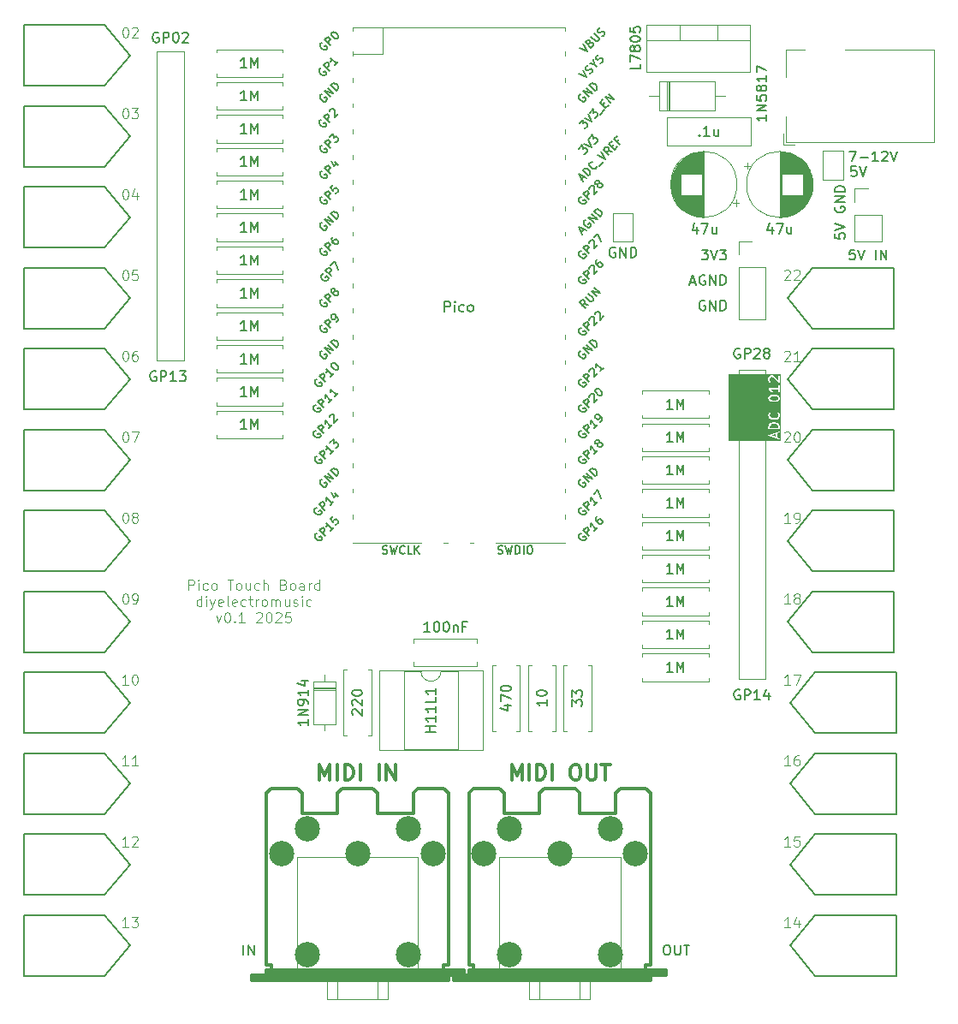
<source format=gbr>
%TF.GenerationSoftware,KiCad,Pcbnew,8.0.7*%
%TF.CreationDate,2025-02-02T12:47:19+00:00*%
%TF.ProjectId,PicoMIDITouchBoard,5069636f-4d49-4444-9954-6f756368426f,rev?*%
%TF.SameCoordinates,Original*%
%TF.FileFunction,Legend,Top*%
%TF.FilePolarity,Positive*%
%FSLAX46Y46*%
G04 Gerber Fmt 4.6, Leading zero omitted, Abs format (unit mm)*
G04 Created by KiCad (PCBNEW 8.0.7) date 2025-02-02 12:47:19*
%MOMM*%
%LPD*%
G01*
G04 APERTURE LIST*
%ADD10C,0.100000*%
%ADD11C,0.200000*%
%ADD12C,0.150000*%
%ADD13C,0.304800*%
%ADD14C,0.120000*%
%ADD15C,2.499360*%
G04 APERTURE END LIST*
D10*
X120170000Y-84800000D02*
X124000000Y-84800000D01*
X124000000Y-91250000D01*
X120170000Y-91250000D01*
X120170000Y-84800000D01*
G36*
X120170000Y-84800000D02*
G01*
X124000000Y-84800000D01*
X124000000Y-91250000D01*
X120170000Y-91250000D01*
X120170000Y-84800000D01*
G37*
X126291353Y-139457419D02*
X125719925Y-139457419D01*
X126005639Y-139457419D02*
X126005639Y-138457419D01*
X126005639Y-138457419D02*
X125910401Y-138600276D01*
X125910401Y-138600276D02*
X125815163Y-138695514D01*
X125815163Y-138695514D02*
X125719925Y-138743133D01*
X127148496Y-138790752D02*
X127148496Y-139457419D01*
X126910401Y-138409800D02*
X126672306Y-139124085D01*
X126672306Y-139124085D02*
X127291353Y-139124085D01*
X60494360Y-58457419D02*
X60589598Y-58457419D01*
X60589598Y-58457419D02*
X60684836Y-58505038D01*
X60684836Y-58505038D02*
X60732455Y-58552657D01*
X60732455Y-58552657D02*
X60780074Y-58647895D01*
X60780074Y-58647895D02*
X60827693Y-58838371D01*
X60827693Y-58838371D02*
X60827693Y-59076466D01*
X60827693Y-59076466D02*
X60780074Y-59266942D01*
X60780074Y-59266942D02*
X60732455Y-59362180D01*
X60732455Y-59362180D02*
X60684836Y-59409800D01*
X60684836Y-59409800D02*
X60589598Y-59457419D01*
X60589598Y-59457419D02*
X60494360Y-59457419D01*
X60494360Y-59457419D02*
X60399122Y-59409800D01*
X60399122Y-59409800D02*
X60351503Y-59362180D01*
X60351503Y-59362180D02*
X60303884Y-59266942D01*
X60303884Y-59266942D02*
X60256265Y-59076466D01*
X60256265Y-59076466D02*
X60256265Y-58838371D01*
X60256265Y-58838371D02*
X60303884Y-58647895D01*
X60303884Y-58647895D02*
X60351503Y-58552657D01*
X60351503Y-58552657D02*
X60399122Y-58505038D01*
X60399122Y-58505038D02*
X60494360Y-58457419D01*
X61161027Y-58457419D02*
X61780074Y-58457419D01*
X61780074Y-58457419D02*
X61446741Y-58838371D01*
X61446741Y-58838371D02*
X61589598Y-58838371D01*
X61589598Y-58838371D02*
X61684836Y-58885990D01*
X61684836Y-58885990D02*
X61732455Y-58933609D01*
X61732455Y-58933609D02*
X61780074Y-59028847D01*
X61780074Y-59028847D02*
X61780074Y-59266942D01*
X61780074Y-59266942D02*
X61732455Y-59362180D01*
X61732455Y-59362180D02*
X61684836Y-59409800D01*
X61684836Y-59409800D02*
X61589598Y-59457419D01*
X61589598Y-59457419D02*
X61303884Y-59457419D01*
X61303884Y-59457419D02*
X61208646Y-59409800D01*
X61208646Y-59409800D02*
X61161027Y-59362180D01*
X60827693Y-123457419D02*
X60256265Y-123457419D01*
X60541979Y-123457419D02*
X60541979Y-122457419D01*
X60541979Y-122457419D02*
X60446741Y-122600276D01*
X60446741Y-122600276D02*
X60351503Y-122695514D01*
X60351503Y-122695514D02*
X60256265Y-122743133D01*
X61780074Y-123457419D02*
X61208646Y-123457419D01*
X61494360Y-123457419D02*
X61494360Y-122457419D01*
X61494360Y-122457419D02*
X61399122Y-122600276D01*
X61399122Y-122600276D02*
X61303884Y-122695514D01*
X61303884Y-122695514D02*
X61208646Y-122743133D01*
X66773809Y-106097475D02*
X66773809Y-105097475D01*
X66773809Y-105097475D02*
X67154761Y-105097475D01*
X67154761Y-105097475D02*
X67249999Y-105145094D01*
X67249999Y-105145094D02*
X67297618Y-105192713D01*
X67297618Y-105192713D02*
X67345237Y-105287951D01*
X67345237Y-105287951D02*
X67345237Y-105430808D01*
X67345237Y-105430808D02*
X67297618Y-105526046D01*
X67297618Y-105526046D02*
X67249999Y-105573665D01*
X67249999Y-105573665D02*
X67154761Y-105621284D01*
X67154761Y-105621284D02*
X66773809Y-105621284D01*
X67773809Y-106097475D02*
X67773809Y-105430808D01*
X67773809Y-105097475D02*
X67726190Y-105145094D01*
X67726190Y-105145094D02*
X67773809Y-105192713D01*
X67773809Y-105192713D02*
X67821428Y-105145094D01*
X67821428Y-105145094D02*
X67773809Y-105097475D01*
X67773809Y-105097475D02*
X67773809Y-105192713D01*
X68678570Y-106049856D02*
X68583332Y-106097475D01*
X68583332Y-106097475D02*
X68392856Y-106097475D01*
X68392856Y-106097475D02*
X68297618Y-106049856D01*
X68297618Y-106049856D02*
X68249999Y-106002236D01*
X68249999Y-106002236D02*
X68202380Y-105906998D01*
X68202380Y-105906998D02*
X68202380Y-105621284D01*
X68202380Y-105621284D02*
X68249999Y-105526046D01*
X68249999Y-105526046D02*
X68297618Y-105478427D01*
X68297618Y-105478427D02*
X68392856Y-105430808D01*
X68392856Y-105430808D02*
X68583332Y-105430808D01*
X68583332Y-105430808D02*
X68678570Y-105478427D01*
X69249999Y-106097475D02*
X69154761Y-106049856D01*
X69154761Y-106049856D02*
X69107142Y-106002236D01*
X69107142Y-106002236D02*
X69059523Y-105906998D01*
X69059523Y-105906998D02*
X69059523Y-105621284D01*
X69059523Y-105621284D02*
X69107142Y-105526046D01*
X69107142Y-105526046D02*
X69154761Y-105478427D01*
X69154761Y-105478427D02*
X69249999Y-105430808D01*
X69249999Y-105430808D02*
X69392856Y-105430808D01*
X69392856Y-105430808D02*
X69488094Y-105478427D01*
X69488094Y-105478427D02*
X69535713Y-105526046D01*
X69535713Y-105526046D02*
X69583332Y-105621284D01*
X69583332Y-105621284D02*
X69583332Y-105906998D01*
X69583332Y-105906998D02*
X69535713Y-106002236D01*
X69535713Y-106002236D02*
X69488094Y-106049856D01*
X69488094Y-106049856D02*
X69392856Y-106097475D01*
X69392856Y-106097475D02*
X69249999Y-106097475D01*
X70630952Y-105097475D02*
X71202380Y-105097475D01*
X70916666Y-106097475D02*
X70916666Y-105097475D01*
X71678571Y-106097475D02*
X71583333Y-106049856D01*
X71583333Y-106049856D02*
X71535714Y-106002236D01*
X71535714Y-106002236D02*
X71488095Y-105906998D01*
X71488095Y-105906998D02*
X71488095Y-105621284D01*
X71488095Y-105621284D02*
X71535714Y-105526046D01*
X71535714Y-105526046D02*
X71583333Y-105478427D01*
X71583333Y-105478427D02*
X71678571Y-105430808D01*
X71678571Y-105430808D02*
X71821428Y-105430808D01*
X71821428Y-105430808D02*
X71916666Y-105478427D01*
X71916666Y-105478427D02*
X71964285Y-105526046D01*
X71964285Y-105526046D02*
X72011904Y-105621284D01*
X72011904Y-105621284D02*
X72011904Y-105906998D01*
X72011904Y-105906998D02*
X71964285Y-106002236D01*
X71964285Y-106002236D02*
X71916666Y-106049856D01*
X71916666Y-106049856D02*
X71821428Y-106097475D01*
X71821428Y-106097475D02*
X71678571Y-106097475D01*
X72869047Y-105430808D02*
X72869047Y-106097475D01*
X72440476Y-105430808D02*
X72440476Y-105954617D01*
X72440476Y-105954617D02*
X72488095Y-106049856D01*
X72488095Y-106049856D02*
X72583333Y-106097475D01*
X72583333Y-106097475D02*
X72726190Y-106097475D01*
X72726190Y-106097475D02*
X72821428Y-106049856D01*
X72821428Y-106049856D02*
X72869047Y-106002236D01*
X73773809Y-106049856D02*
X73678571Y-106097475D01*
X73678571Y-106097475D02*
X73488095Y-106097475D01*
X73488095Y-106097475D02*
X73392857Y-106049856D01*
X73392857Y-106049856D02*
X73345238Y-106002236D01*
X73345238Y-106002236D02*
X73297619Y-105906998D01*
X73297619Y-105906998D02*
X73297619Y-105621284D01*
X73297619Y-105621284D02*
X73345238Y-105526046D01*
X73345238Y-105526046D02*
X73392857Y-105478427D01*
X73392857Y-105478427D02*
X73488095Y-105430808D01*
X73488095Y-105430808D02*
X73678571Y-105430808D01*
X73678571Y-105430808D02*
X73773809Y-105478427D01*
X74202381Y-106097475D02*
X74202381Y-105097475D01*
X74630952Y-106097475D02*
X74630952Y-105573665D01*
X74630952Y-105573665D02*
X74583333Y-105478427D01*
X74583333Y-105478427D02*
X74488095Y-105430808D01*
X74488095Y-105430808D02*
X74345238Y-105430808D01*
X74345238Y-105430808D02*
X74250000Y-105478427D01*
X74250000Y-105478427D02*
X74202381Y-105526046D01*
X76202381Y-105573665D02*
X76345238Y-105621284D01*
X76345238Y-105621284D02*
X76392857Y-105668903D01*
X76392857Y-105668903D02*
X76440476Y-105764141D01*
X76440476Y-105764141D02*
X76440476Y-105906998D01*
X76440476Y-105906998D02*
X76392857Y-106002236D01*
X76392857Y-106002236D02*
X76345238Y-106049856D01*
X76345238Y-106049856D02*
X76250000Y-106097475D01*
X76250000Y-106097475D02*
X75869048Y-106097475D01*
X75869048Y-106097475D02*
X75869048Y-105097475D01*
X75869048Y-105097475D02*
X76202381Y-105097475D01*
X76202381Y-105097475D02*
X76297619Y-105145094D01*
X76297619Y-105145094D02*
X76345238Y-105192713D01*
X76345238Y-105192713D02*
X76392857Y-105287951D01*
X76392857Y-105287951D02*
X76392857Y-105383189D01*
X76392857Y-105383189D02*
X76345238Y-105478427D01*
X76345238Y-105478427D02*
X76297619Y-105526046D01*
X76297619Y-105526046D02*
X76202381Y-105573665D01*
X76202381Y-105573665D02*
X75869048Y-105573665D01*
X77011905Y-106097475D02*
X76916667Y-106049856D01*
X76916667Y-106049856D02*
X76869048Y-106002236D01*
X76869048Y-106002236D02*
X76821429Y-105906998D01*
X76821429Y-105906998D02*
X76821429Y-105621284D01*
X76821429Y-105621284D02*
X76869048Y-105526046D01*
X76869048Y-105526046D02*
X76916667Y-105478427D01*
X76916667Y-105478427D02*
X77011905Y-105430808D01*
X77011905Y-105430808D02*
X77154762Y-105430808D01*
X77154762Y-105430808D02*
X77250000Y-105478427D01*
X77250000Y-105478427D02*
X77297619Y-105526046D01*
X77297619Y-105526046D02*
X77345238Y-105621284D01*
X77345238Y-105621284D02*
X77345238Y-105906998D01*
X77345238Y-105906998D02*
X77297619Y-106002236D01*
X77297619Y-106002236D02*
X77250000Y-106049856D01*
X77250000Y-106049856D02*
X77154762Y-106097475D01*
X77154762Y-106097475D02*
X77011905Y-106097475D01*
X78202381Y-106097475D02*
X78202381Y-105573665D01*
X78202381Y-105573665D02*
X78154762Y-105478427D01*
X78154762Y-105478427D02*
X78059524Y-105430808D01*
X78059524Y-105430808D02*
X77869048Y-105430808D01*
X77869048Y-105430808D02*
X77773810Y-105478427D01*
X78202381Y-106049856D02*
X78107143Y-106097475D01*
X78107143Y-106097475D02*
X77869048Y-106097475D01*
X77869048Y-106097475D02*
X77773810Y-106049856D01*
X77773810Y-106049856D02*
X77726191Y-105954617D01*
X77726191Y-105954617D02*
X77726191Y-105859379D01*
X77726191Y-105859379D02*
X77773810Y-105764141D01*
X77773810Y-105764141D02*
X77869048Y-105716522D01*
X77869048Y-105716522D02*
X78107143Y-105716522D01*
X78107143Y-105716522D02*
X78202381Y-105668903D01*
X78678572Y-106097475D02*
X78678572Y-105430808D01*
X78678572Y-105621284D02*
X78726191Y-105526046D01*
X78726191Y-105526046D02*
X78773810Y-105478427D01*
X78773810Y-105478427D02*
X78869048Y-105430808D01*
X78869048Y-105430808D02*
X78964286Y-105430808D01*
X79726191Y-106097475D02*
X79726191Y-105097475D01*
X79726191Y-106049856D02*
X79630953Y-106097475D01*
X79630953Y-106097475D02*
X79440477Y-106097475D01*
X79440477Y-106097475D02*
X79345239Y-106049856D01*
X79345239Y-106049856D02*
X79297620Y-106002236D01*
X79297620Y-106002236D02*
X79250001Y-105906998D01*
X79250001Y-105906998D02*
X79250001Y-105621284D01*
X79250001Y-105621284D02*
X79297620Y-105526046D01*
X79297620Y-105526046D02*
X79345239Y-105478427D01*
X79345239Y-105478427D02*
X79440477Y-105430808D01*
X79440477Y-105430808D02*
X79630953Y-105430808D01*
X79630953Y-105430808D02*
X79726191Y-105478427D01*
X68059523Y-107707419D02*
X68059523Y-106707419D01*
X68059523Y-107659800D02*
X67964285Y-107707419D01*
X67964285Y-107707419D02*
X67773809Y-107707419D01*
X67773809Y-107707419D02*
X67678571Y-107659800D01*
X67678571Y-107659800D02*
X67630952Y-107612180D01*
X67630952Y-107612180D02*
X67583333Y-107516942D01*
X67583333Y-107516942D02*
X67583333Y-107231228D01*
X67583333Y-107231228D02*
X67630952Y-107135990D01*
X67630952Y-107135990D02*
X67678571Y-107088371D01*
X67678571Y-107088371D02*
X67773809Y-107040752D01*
X67773809Y-107040752D02*
X67964285Y-107040752D01*
X67964285Y-107040752D02*
X68059523Y-107088371D01*
X68535714Y-107707419D02*
X68535714Y-107040752D01*
X68535714Y-106707419D02*
X68488095Y-106755038D01*
X68488095Y-106755038D02*
X68535714Y-106802657D01*
X68535714Y-106802657D02*
X68583333Y-106755038D01*
X68583333Y-106755038D02*
X68535714Y-106707419D01*
X68535714Y-106707419D02*
X68535714Y-106802657D01*
X68916666Y-107040752D02*
X69154761Y-107707419D01*
X69392856Y-107040752D02*
X69154761Y-107707419D01*
X69154761Y-107707419D02*
X69059523Y-107945514D01*
X69059523Y-107945514D02*
X69011904Y-107993133D01*
X69011904Y-107993133D02*
X68916666Y-108040752D01*
X70154761Y-107659800D02*
X70059523Y-107707419D01*
X70059523Y-107707419D02*
X69869047Y-107707419D01*
X69869047Y-107707419D02*
X69773809Y-107659800D01*
X69773809Y-107659800D02*
X69726190Y-107564561D01*
X69726190Y-107564561D02*
X69726190Y-107183609D01*
X69726190Y-107183609D02*
X69773809Y-107088371D01*
X69773809Y-107088371D02*
X69869047Y-107040752D01*
X69869047Y-107040752D02*
X70059523Y-107040752D01*
X70059523Y-107040752D02*
X70154761Y-107088371D01*
X70154761Y-107088371D02*
X70202380Y-107183609D01*
X70202380Y-107183609D02*
X70202380Y-107278847D01*
X70202380Y-107278847D02*
X69726190Y-107374085D01*
X70773809Y-107707419D02*
X70678571Y-107659800D01*
X70678571Y-107659800D02*
X70630952Y-107564561D01*
X70630952Y-107564561D02*
X70630952Y-106707419D01*
X71535714Y-107659800D02*
X71440476Y-107707419D01*
X71440476Y-107707419D02*
X71250000Y-107707419D01*
X71250000Y-107707419D02*
X71154762Y-107659800D01*
X71154762Y-107659800D02*
X71107143Y-107564561D01*
X71107143Y-107564561D02*
X71107143Y-107183609D01*
X71107143Y-107183609D02*
X71154762Y-107088371D01*
X71154762Y-107088371D02*
X71250000Y-107040752D01*
X71250000Y-107040752D02*
X71440476Y-107040752D01*
X71440476Y-107040752D02*
X71535714Y-107088371D01*
X71535714Y-107088371D02*
X71583333Y-107183609D01*
X71583333Y-107183609D02*
X71583333Y-107278847D01*
X71583333Y-107278847D02*
X71107143Y-107374085D01*
X72440476Y-107659800D02*
X72345238Y-107707419D01*
X72345238Y-107707419D02*
X72154762Y-107707419D01*
X72154762Y-107707419D02*
X72059524Y-107659800D01*
X72059524Y-107659800D02*
X72011905Y-107612180D01*
X72011905Y-107612180D02*
X71964286Y-107516942D01*
X71964286Y-107516942D02*
X71964286Y-107231228D01*
X71964286Y-107231228D02*
X72011905Y-107135990D01*
X72011905Y-107135990D02*
X72059524Y-107088371D01*
X72059524Y-107088371D02*
X72154762Y-107040752D01*
X72154762Y-107040752D02*
X72345238Y-107040752D01*
X72345238Y-107040752D02*
X72440476Y-107088371D01*
X72726191Y-107040752D02*
X73107143Y-107040752D01*
X72869048Y-106707419D02*
X72869048Y-107564561D01*
X72869048Y-107564561D02*
X72916667Y-107659800D01*
X72916667Y-107659800D02*
X73011905Y-107707419D01*
X73011905Y-107707419D02*
X73107143Y-107707419D01*
X73440477Y-107707419D02*
X73440477Y-107040752D01*
X73440477Y-107231228D02*
X73488096Y-107135990D01*
X73488096Y-107135990D02*
X73535715Y-107088371D01*
X73535715Y-107088371D02*
X73630953Y-107040752D01*
X73630953Y-107040752D02*
X73726191Y-107040752D01*
X74202382Y-107707419D02*
X74107144Y-107659800D01*
X74107144Y-107659800D02*
X74059525Y-107612180D01*
X74059525Y-107612180D02*
X74011906Y-107516942D01*
X74011906Y-107516942D02*
X74011906Y-107231228D01*
X74011906Y-107231228D02*
X74059525Y-107135990D01*
X74059525Y-107135990D02*
X74107144Y-107088371D01*
X74107144Y-107088371D02*
X74202382Y-107040752D01*
X74202382Y-107040752D02*
X74345239Y-107040752D01*
X74345239Y-107040752D02*
X74440477Y-107088371D01*
X74440477Y-107088371D02*
X74488096Y-107135990D01*
X74488096Y-107135990D02*
X74535715Y-107231228D01*
X74535715Y-107231228D02*
X74535715Y-107516942D01*
X74535715Y-107516942D02*
X74488096Y-107612180D01*
X74488096Y-107612180D02*
X74440477Y-107659800D01*
X74440477Y-107659800D02*
X74345239Y-107707419D01*
X74345239Y-107707419D02*
X74202382Y-107707419D01*
X74964287Y-107707419D02*
X74964287Y-107040752D01*
X74964287Y-107135990D02*
X75011906Y-107088371D01*
X75011906Y-107088371D02*
X75107144Y-107040752D01*
X75107144Y-107040752D02*
X75250001Y-107040752D01*
X75250001Y-107040752D02*
X75345239Y-107088371D01*
X75345239Y-107088371D02*
X75392858Y-107183609D01*
X75392858Y-107183609D02*
X75392858Y-107707419D01*
X75392858Y-107183609D02*
X75440477Y-107088371D01*
X75440477Y-107088371D02*
X75535715Y-107040752D01*
X75535715Y-107040752D02*
X75678572Y-107040752D01*
X75678572Y-107040752D02*
X75773811Y-107088371D01*
X75773811Y-107088371D02*
X75821430Y-107183609D01*
X75821430Y-107183609D02*
X75821430Y-107707419D01*
X76726191Y-107040752D02*
X76726191Y-107707419D01*
X76297620Y-107040752D02*
X76297620Y-107564561D01*
X76297620Y-107564561D02*
X76345239Y-107659800D01*
X76345239Y-107659800D02*
X76440477Y-107707419D01*
X76440477Y-107707419D02*
X76583334Y-107707419D01*
X76583334Y-107707419D02*
X76678572Y-107659800D01*
X76678572Y-107659800D02*
X76726191Y-107612180D01*
X77154763Y-107659800D02*
X77250001Y-107707419D01*
X77250001Y-107707419D02*
X77440477Y-107707419D01*
X77440477Y-107707419D02*
X77535715Y-107659800D01*
X77535715Y-107659800D02*
X77583334Y-107564561D01*
X77583334Y-107564561D02*
X77583334Y-107516942D01*
X77583334Y-107516942D02*
X77535715Y-107421704D01*
X77535715Y-107421704D02*
X77440477Y-107374085D01*
X77440477Y-107374085D02*
X77297620Y-107374085D01*
X77297620Y-107374085D02*
X77202382Y-107326466D01*
X77202382Y-107326466D02*
X77154763Y-107231228D01*
X77154763Y-107231228D02*
X77154763Y-107183609D01*
X77154763Y-107183609D02*
X77202382Y-107088371D01*
X77202382Y-107088371D02*
X77297620Y-107040752D01*
X77297620Y-107040752D02*
X77440477Y-107040752D01*
X77440477Y-107040752D02*
X77535715Y-107088371D01*
X78011906Y-107707419D02*
X78011906Y-107040752D01*
X78011906Y-106707419D02*
X77964287Y-106755038D01*
X77964287Y-106755038D02*
X78011906Y-106802657D01*
X78011906Y-106802657D02*
X78059525Y-106755038D01*
X78059525Y-106755038D02*
X78011906Y-106707419D01*
X78011906Y-106707419D02*
X78011906Y-106802657D01*
X78916667Y-107659800D02*
X78821429Y-107707419D01*
X78821429Y-107707419D02*
X78630953Y-107707419D01*
X78630953Y-107707419D02*
X78535715Y-107659800D01*
X78535715Y-107659800D02*
X78488096Y-107612180D01*
X78488096Y-107612180D02*
X78440477Y-107516942D01*
X78440477Y-107516942D02*
X78440477Y-107231228D01*
X78440477Y-107231228D02*
X78488096Y-107135990D01*
X78488096Y-107135990D02*
X78535715Y-107088371D01*
X78535715Y-107088371D02*
X78630953Y-107040752D01*
X78630953Y-107040752D02*
X78821429Y-107040752D01*
X78821429Y-107040752D02*
X78916667Y-107088371D01*
X69535714Y-108650696D02*
X69773809Y-109317363D01*
X69773809Y-109317363D02*
X70011904Y-108650696D01*
X70583333Y-108317363D02*
X70678571Y-108317363D01*
X70678571Y-108317363D02*
X70773809Y-108364982D01*
X70773809Y-108364982D02*
X70821428Y-108412601D01*
X70821428Y-108412601D02*
X70869047Y-108507839D01*
X70869047Y-108507839D02*
X70916666Y-108698315D01*
X70916666Y-108698315D02*
X70916666Y-108936410D01*
X70916666Y-108936410D02*
X70869047Y-109126886D01*
X70869047Y-109126886D02*
X70821428Y-109222124D01*
X70821428Y-109222124D02*
X70773809Y-109269744D01*
X70773809Y-109269744D02*
X70678571Y-109317363D01*
X70678571Y-109317363D02*
X70583333Y-109317363D01*
X70583333Y-109317363D02*
X70488095Y-109269744D01*
X70488095Y-109269744D02*
X70440476Y-109222124D01*
X70440476Y-109222124D02*
X70392857Y-109126886D01*
X70392857Y-109126886D02*
X70345238Y-108936410D01*
X70345238Y-108936410D02*
X70345238Y-108698315D01*
X70345238Y-108698315D02*
X70392857Y-108507839D01*
X70392857Y-108507839D02*
X70440476Y-108412601D01*
X70440476Y-108412601D02*
X70488095Y-108364982D01*
X70488095Y-108364982D02*
X70583333Y-108317363D01*
X71345238Y-109222124D02*
X71392857Y-109269744D01*
X71392857Y-109269744D02*
X71345238Y-109317363D01*
X71345238Y-109317363D02*
X71297619Y-109269744D01*
X71297619Y-109269744D02*
X71345238Y-109222124D01*
X71345238Y-109222124D02*
X71345238Y-109317363D01*
X72345237Y-109317363D02*
X71773809Y-109317363D01*
X72059523Y-109317363D02*
X72059523Y-108317363D01*
X72059523Y-108317363D02*
X71964285Y-108460220D01*
X71964285Y-108460220D02*
X71869047Y-108555458D01*
X71869047Y-108555458D02*
X71773809Y-108603077D01*
X73488095Y-108412601D02*
X73535714Y-108364982D01*
X73535714Y-108364982D02*
X73630952Y-108317363D01*
X73630952Y-108317363D02*
X73869047Y-108317363D01*
X73869047Y-108317363D02*
X73964285Y-108364982D01*
X73964285Y-108364982D02*
X74011904Y-108412601D01*
X74011904Y-108412601D02*
X74059523Y-108507839D01*
X74059523Y-108507839D02*
X74059523Y-108603077D01*
X74059523Y-108603077D02*
X74011904Y-108745934D01*
X74011904Y-108745934D02*
X73440476Y-109317363D01*
X73440476Y-109317363D02*
X74059523Y-109317363D01*
X74678571Y-108317363D02*
X74773809Y-108317363D01*
X74773809Y-108317363D02*
X74869047Y-108364982D01*
X74869047Y-108364982D02*
X74916666Y-108412601D01*
X74916666Y-108412601D02*
X74964285Y-108507839D01*
X74964285Y-108507839D02*
X75011904Y-108698315D01*
X75011904Y-108698315D02*
X75011904Y-108936410D01*
X75011904Y-108936410D02*
X74964285Y-109126886D01*
X74964285Y-109126886D02*
X74916666Y-109222124D01*
X74916666Y-109222124D02*
X74869047Y-109269744D01*
X74869047Y-109269744D02*
X74773809Y-109317363D01*
X74773809Y-109317363D02*
X74678571Y-109317363D01*
X74678571Y-109317363D02*
X74583333Y-109269744D01*
X74583333Y-109269744D02*
X74535714Y-109222124D01*
X74535714Y-109222124D02*
X74488095Y-109126886D01*
X74488095Y-109126886D02*
X74440476Y-108936410D01*
X74440476Y-108936410D02*
X74440476Y-108698315D01*
X74440476Y-108698315D02*
X74488095Y-108507839D01*
X74488095Y-108507839D02*
X74535714Y-108412601D01*
X74535714Y-108412601D02*
X74583333Y-108364982D01*
X74583333Y-108364982D02*
X74678571Y-108317363D01*
X75392857Y-108412601D02*
X75440476Y-108364982D01*
X75440476Y-108364982D02*
X75535714Y-108317363D01*
X75535714Y-108317363D02*
X75773809Y-108317363D01*
X75773809Y-108317363D02*
X75869047Y-108364982D01*
X75869047Y-108364982D02*
X75916666Y-108412601D01*
X75916666Y-108412601D02*
X75964285Y-108507839D01*
X75964285Y-108507839D02*
X75964285Y-108603077D01*
X75964285Y-108603077D02*
X75916666Y-108745934D01*
X75916666Y-108745934D02*
X75345238Y-109317363D01*
X75345238Y-109317363D02*
X75964285Y-109317363D01*
X76869047Y-108317363D02*
X76392857Y-108317363D01*
X76392857Y-108317363D02*
X76345238Y-108793553D01*
X76345238Y-108793553D02*
X76392857Y-108745934D01*
X76392857Y-108745934D02*
X76488095Y-108698315D01*
X76488095Y-108698315D02*
X76726190Y-108698315D01*
X76726190Y-108698315D02*
X76821428Y-108745934D01*
X76821428Y-108745934D02*
X76869047Y-108793553D01*
X76869047Y-108793553D02*
X76916666Y-108888791D01*
X76916666Y-108888791D02*
X76916666Y-109126886D01*
X76916666Y-109126886D02*
X76869047Y-109222124D01*
X76869047Y-109222124D02*
X76821428Y-109269744D01*
X76821428Y-109269744D02*
X76726190Y-109317363D01*
X76726190Y-109317363D02*
X76488095Y-109317363D01*
X76488095Y-109317363D02*
X76392857Y-109269744D01*
X76392857Y-109269744D02*
X76345238Y-109222124D01*
X60827693Y-139457419D02*
X60256265Y-139457419D01*
X60541979Y-139457419D02*
X60541979Y-138457419D01*
X60541979Y-138457419D02*
X60446741Y-138600276D01*
X60446741Y-138600276D02*
X60351503Y-138695514D01*
X60351503Y-138695514D02*
X60256265Y-138743133D01*
X61161027Y-138457419D02*
X61780074Y-138457419D01*
X61780074Y-138457419D02*
X61446741Y-138838371D01*
X61446741Y-138838371D02*
X61589598Y-138838371D01*
X61589598Y-138838371D02*
X61684836Y-138885990D01*
X61684836Y-138885990D02*
X61732455Y-138933609D01*
X61732455Y-138933609D02*
X61780074Y-139028847D01*
X61780074Y-139028847D02*
X61780074Y-139266942D01*
X61780074Y-139266942D02*
X61732455Y-139362180D01*
X61732455Y-139362180D02*
X61684836Y-139409800D01*
X61684836Y-139409800D02*
X61589598Y-139457419D01*
X61589598Y-139457419D02*
X61303884Y-139457419D01*
X61303884Y-139457419D02*
X61208646Y-139409800D01*
X61208646Y-139409800D02*
X61161027Y-139362180D01*
D11*
X121309523Y-115999838D02*
X121214285Y-115952219D01*
X121214285Y-115952219D02*
X121071428Y-115952219D01*
X121071428Y-115952219D02*
X120928571Y-115999838D01*
X120928571Y-115999838D02*
X120833333Y-116095076D01*
X120833333Y-116095076D02*
X120785714Y-116190314D01*
X120785714Y-116190314D02*
X120738095Y-116380790D01*
X120738095Y-116380790D02*
X120738095Y-116523647D01*
X120738095Y-116523647D02*
X120785714Y-116714123D01*
X120785714Y-116714123D02*
X120833333Y-116809361D01*
X120833333Y-116809361D02*
X120928571Y-116904600D01*
X120928571Y-116904600D02*
X121071428Y-116952219D01*
X121071428Y-116952219D02*
X121166666Y-116952219D01*
X121166666Y-116952219D02*
X121309523Y-116904600D01*
X121309523Y-116904600D02*
X121357142Y-116856980D01*
X121357142Y-116856980D02*
X121357142Y-116523647D01*
X121357142Y-116523647D02*
X121166666Y-116523647D01*
X121785714Y-116952219D02*
X121785714Y-115952219D01*
X121785714Y-115952219D02*
X122166666Y-115952219D01*
X122166666Y-115952219D02*
X122261904Y-115999838D01*
X122261904Y-115999838D02*
X122309523Y-116047457D01*
X122309523Y-116047457D02*
X122357142Y-116142695D01*
X122357142Y-116142695D02*
X122357142Y-116285552D01*
X122357142Y-116285552D02*
X122309523Y-116380790D01*
X122309523Y-116380790D02*
X122261904Y-116428409D01*
X122261904Y-116428409D02*
X122166666Y-116476028D01*
X122166666Y-116476028D02*
X121785714Y-116476028D01*
X123309523Y-116952219D02*
X122738095Y-116952219D01*
X123023809Y-116952219D02*
X123023809Y-115952219D01*
X123023809Y-115952219D02*
X122928571Y-116095076D01*
X122928571Y-116095076D02*
X122833333Y-116190314D01*
X122833333Y-116190314D02*
X122738095Y-116237933D01*
X124166666Y-116285552D02*
X124166666Y-116952219D01*
X123928571Y-115904600D02*
X123690476Y-116618885D01*
X123690476Y-116618885D02*
X124309523Y-116618885D01*
D10*
X60494360Y-74457419D02*
X60589598Y-74457419D01*
X60589598Y-74457419D02*
X60684836Y-74505038D01*
X60684836Y-74505038D02*
X60732455Y-74552657D01*
X60732455Y-74552657D02*
X60780074Y-74647895D01*
X60780074Y-74647895D02*
X60827693Y-74838371D01*
X60827693Y-74838371D02*
X60827693Y-75076466D01*
X60827693Y-75076466D02*
X60780074Y-75266942D01*
X60780074Y-75266942D02*
X60732455Y-75362180D01*
X60732455Y-75362180D02*
X60684836Y-75409800D01*
X60684836Y-75409800D02*
X60589598Y-75457419D01*
X60589598Y-75457419D02*
X60494360Y-75457419D01*
X60494360Y-75457419D02*
X60399122Y-75409800D01*
X60399122Y-75409800D02*
X60351503Y-75362180D01*
X60351503Y-75362180D02*
X60303884Y-75266942D01*
X60303884Y-75266942D02*
X60256265Y-75076466D01*
X60256265Y-75076466D02*
X60256265Y-74838371D01*
X60256265Y-74838371D02*
X60303884Y-74647895D01*
X60303884Y-74647895D02*
X60351503Y-74552657D01*
X60351503Y-74552657D02*
X60399122Y-74505038D01*
X60399122Y-74505038D02*
X60494360Y-74457419D01*
X61732455Y-74457419D02*
X61256265Y-74457419D01*
X61256265Y-74457419D02*
X61208646Y-74933609D01*
X61208646Y-74933609D02*
X61256265Y-74885990D01*
X61256265Y-74885990D02*
X61351503Y-74838371D01*
X61351503Y-74838371D02*
X61589598Y-74838371D01*
X61589598Y-74838371D02*
X61684836Y-74885990D01*
X61684836Y-74885990D02*
X61732455Y-74933609D01*
X61732455Y-74933609D02*
X61780074Y-75028847D01*
X61780074Y-75028847D02*
X61780074Y-75266942D01*
X61780074Y-75266942D02*
X61732455Y-75362180D01*
X61732455Y-75362180D02*
X61684836Y-75409800D01*
X61684836Y-75409800D02*
X61589598Y-75457419D01*
X61589598Y-75457419D02*
X61351503Y-75457419D01*
X61351503Y-75457419D02*
X61256265Y-75409800D01*
X61256265Y-75409800D02*
X61208646Y-75362180D01*
D12*
X117865601Y-77502438D02*
X117770363Y-77454819D01*
X117770363Y-77454819D02*
X117627506Y-77454819D01*
X117627506Y-77454819D02*
X117484649Y-77502438D01*
X117484649Y-77502438D02*
X117389411Y-77597676D01*
X117389411Y-77597676D02*
X117341792Y-77692914D01*
X117341792Y-77692914D02*
X117294173Y-77883390D01*
X117294173Y-77883390D02*
X117294173Y-78026247D01*
X117294173Y-78026247D02*
X117341792Y-78216723D01*
X117341792Y-78216723D02*
X117389411Y-78311961D01*
X117389411Y-78311961D02*
X117484649Y-78407200D01*
X117484649Y-78407200D02*
X117627506Y-78454819D01*
X117627506Y-78454819D02*
X117722744Y-78454819D01*
X117722744Y-78454819D02*
X117865601Y-78407200D01*
X117865601Y-78407200D02*
X117913220Y-78359580D01*
X117913220Y-78359580D02*
X117913220Y-78026247D01*
X117913220Y-78026247D02*
X117722744Y-78026247D01*
X118341792Y-78454819D02*
X118341792Y-77454819D01*
X118341792Y-77454819D02*
X118913220Y-78454819D01*
X118913220Y-78454819D02*
X118913220Y-77454819D01*
X119389411Y-78454819D02*
X119389411Y-77454819D01*
X119389411Y-77454819D02*
X119627506Y-77454819D01*
X119627506Y-77454819D02*
X119770363Y-77502438D01*
X119770363Y-77502438D02*
X119865601Y-77597676D01*
X119865601Y-77597676D02*
X119913220Y-77692914D01*
X119913220Y-77692914D02*
X119960839Y-77883390D01*
X119960839Y-77883390D02*
X119960839Y-78026247D01*
X119960839Y-78026247D02*
X119913220Y-78216723D01*
X119913220Y-78216723D02*
X119865601Y-78311961D01*
X119865601Y-78311961D02*
X119770363Y-78407200D01*
X119770363Y-78407200D02*
X119627506Y-78454819D01*
X119627506Y-78454819D02*
X119389411Y-78454819D01*
D11*
X63809523Y-50999838D02*
X63714285Y-50952219D01*
X63714285Y-50952219D02*
X63571428Y-50952219D01*
X63571428Y-50952219D02*
X63428571Y-50999838D01*
X63428571Y-50999838D02*
X63333333Y-51095076D01*
X63333333Y-51095076D02*
X63285714Y-51190314D01*
X63285714Y-51190314D02*
X63238095Y-51380790D01*
X63238095Y-51380790D02*
X63238095Y-51523647D01*
X63238095Y-51523647D02*
X63285714Y-51714123D01*
X63285714Y-51714123D02*
X63333333Y-51809361D01*
X63333333Y-51809361D02*
X63428571Y-51904600D01*
X63428571Y-51904600D02*
X63571428Y-51952219D01*
X63571428Y-51952219D02*
X63666666Y-51952219D01*
X63666666Y-51952219D02*
X63809523Y-51904600D01*
X63809523Y-51904600D02*
X63857142Y-51856980D01*
X63857142Y-51856980D02*
X63857142Y-51523647D01*
X63857142Y-51523647D02*
X63666666Y-51523647D01*
X64285714Y-51952219D02*
X64285714Y-50952219D01*
X64285714Y-50952219D02*
X64666666Y-50952219D01*
X64666666Y-50952219D02*
X64761904Y-50999838D01*
X64761904Y-50999838D02*
X64809523Y-51047457D01*
X64809523Y-51047457D02*
X64857142Y-51142695D01*
X64857142Y-51142695D02*
X64857142Y-51285552D01*
X64857142Y-51285552D02*
X64809523Y-51380790D01*
X64809523Y-51380790D02*
X64761904Y-51428409D01*
X64761904Y-51428409D02*
X64666666Y-51476028D01*
X64666666Y-51476028D02*
X64285714Y-51476028D01*
X65476190Y-50952219D02*
X65571428Y-50952219D01*
X65571428Y-50952219D02*
X65666666Y-50999838D01*
X65666666Y-50999838D02*
X65714285Y-51047457D01*
X65714285Y-51047457D02*
X65761904Y-51142695D01*
X65761904Y-51142695D02*
X65809523Y-51333171D01*
X65809523Y-51333171D02*
X65809523Y-51571266D01*
X65809523Y-51571266D02*
X65761904Y-51761742D01*
X65761904Y-51761742D02*
X65714285Y-51856980D01*
X65714285Y-51856980D02*
X65666666Y-51904600D01*
X65666666Y-51904600D02*
X65571428Y-51952219D01*
X65571428Y-51952219D02*
X65476190Y-51952219D01*
X65476190Y-51952219D02*
X65380952Y-51904600D01*
X65380952Y-51904600D02*
X65333333Y-51856980D01*
X65333333Y-51856980D02*
X65285714Y-51761742D01*
X65285714Y-51761742D02*
X65238095Y-51571266D01*
X65238095Y-51571266D02*
X65238095Y-51333171D01*
X65238095Y-51333171D02*
X65285714Y-51142695D01*
X65285714Y-51142695D02*
X65333333Y-51047457D01*
X65333333Y-51047457D02*
X65380952Y-50999838D01*
X65380952Y-50999838D02*
X65476190Y-50952219D01*
X66190476Y-51047457D02*
X66238095Y-50999838D01*
X66238095Y-50999838D02*
X66333333Y-50952219D01*
X66333333Y-50952219D02*
X66571428Y-50952219D01*
X66571428Y-50952219D02*
X66666666Y-50999838D01*
X66666666Y-50999838D02*
X66714285Y-51047457D01*
X66714285Y-51047457D02*
X66761904Y-51142695D01*
X66761904Y-51142695D02*
X66761904Y-51237933D01*
X66761904Y-51237933D02*
X66714285Y-51380790D01*
X66714285Y-51380790D02*
X66142857Y-51952219D01*
X66142857Y-51952219D02*
X66761904Y-51952219D01*
D10*
X125719925Y-90552657D02*
X125767544Y-90505038D01*
X125767544Y-90505038D02*
X125862782Y-90457419D01*
X125862782Y-90457419D02*
X126100877Y-90457419D01*
X126100877Y-90457419D02*
X126196115Y-90505038D01*
X126196115Y-90505038D02*
X126243734Y-90552657D01*
X126243734Y-90552657D02*
X126291353Y-90647895D01*
X126291353Y-90647895D02*
X126291353Y-90743133D01*
X126291353Y-90743133D02*
X126243734Y-90885990D01*
X126243734Y-90885990D02*
X125672306Y-91457419D01*
X125672306Y-91457419D02*
X126291353Y-91457419D01*
X126910401Y-90457419D02*
X127005639Y-90457419D01*
X127005639Y-90457419D02*
X127100877Y-90505038D01*
X127100877Y-90505038D02*
X127148496Y-90552657D01*
X127148496Y-90552657D02*
X127196115Y-90647895D01*
X127196115Y-90647895D02*
X127243734Y-90838371D01*
X127243734Y-90838371D02*
X127243734Y-91076466D01*
X127243734Y-91076466D02*
X127196115Y-91266942D01*
X127196115Y-91266942D02*
X127148496Y-91362180D01*
X127148496Y-91362180D02*
X127100877Y-91409800D01*
X127100877Y-91409800D02*
X127005639Y-91457419D01*
X127005639Y-91457419D02*
X126910401Y-91457419D01*
X126910401Y-91457419D02*
X126815163Y-91409800D01*
X126815163Y-91409800D02*
X126767544Y-91362180D01*
X126767544Y-91362180D02*
X126719925Y-91266942D01*
X126719925Y-91266942D02*
X126672306Y-91076466D01*
X126672306Y-91076466D02*
X126672306Y-90838371D01*
X126672306Y-90838371D02*
X126719925Y-90647895D01*
X126719925Y-90647895D02*
X126767544Y-90552657D01*
X126767544Y-90552657D02*
X126815163Y-90505038D01*
X126815163Y-90505038D02*
X126910401Y-90457419D01*
X60494360Y-106457419D02*
X60589598Y-106457419D01*
X60589598Y-106457419D02*
X60684836Y-106505038D01*
X60684836Y-106505038D02*
X60732455Y-106552657D01*
X60732455Y-106552657D02*
X60780074Y-106647895D01*
X60780074Y-106647895D02*
X60827693Y-106838371D01*
X60827693Y-106838371D02*
X60827693Y-107076466D01*
X60827693Y-107076466D02*
X60780074Y-107266942D01*
X60780074Y-107266942D02*
X60732455Y-107362180D01*
X60732455Y-107362180D02*
X60684836Y-107409800D01*
X60684836Y-107409800D02*
X60589598Y-107457419D01*
X60589598Y-107457419D02*
X60494360Y-107457419D01*
X60494360Y-107457419D02*
X60399122Y-107409800D01*
X60399122Y-107409800D02*
X60351503Y-107362180D01*
X60351503Y-107362180D02*
X60303884Y-107266942D01*
X60303884Y-107266942D02*
X60256265Y-107076466D01*
X60256265Y-107076466D02*
X60256265Y-106838371D01*
X60256265Y-106838371D02*
X60303884Y-106647895D01*
X60303884Y-106647895D02*
X60351503Y-106552657D01*
X60351503Y-106552657D02*
X60399122Y-106505038D01*
X60399122Y-106505038D02*
X60494360Y-106457419D01*
X61303884Y-107457419D02*
X61494360Y-107457419D01*
X61494360Y-107457419D02*
X61589598Y-107409800D01*
X61589598Y-107409800D02*
X61637217Y-107362180D01*
X61637217Y-107362180D02*
X61732455Y-107219323D01*
X61732455Y-107219323D02*
X61780074Y-107028847D01*
X61780074Y-107028847D02*
X61780074Y-106647895D01*
X61780074Y-106647895D02*
X61732455Y-106552657D01*
X61732455Y-106552657D02*
X61684836Y-106505038D01*
X61684836Y-106505038D02*
X61589598Y-106457419D01*
X61589598Y-106457419D02*
X61399122Y-106457419D01*
X61399122Y-106457419D02*
X61303884Y-106505038D01*
X61303884Y-106505038D02*
X61256265Y-106552657D01*
X61256265Y-106552657D02*
X61208646Y-106647895D01*
X61208646Y-106647895D02*
X61208646Y-106885990D01*
X61208646Y-106885990D02*
X61256265Y-106981228D01*
X61256265Y-106981228D02*
X61303884Y-107028847D01*
X61303884Y-107028847D02*
X61399122Y-107076466D01*
X61399122Y-107076466D02*
X61589598Y-107076466D01*
X61589598Y-107076466D02*
X61684836Y-107028847D01*
X61684836Y-107028847D02*
X61732455Y-106981228D01*
X61732455Y-106981228D02*
X61780074Y-106885990D01*
X60827693Y-131457419D02*
X60256265Y-131457419D01*
X60541979Y-131457419D02*
X60541979Y-130457419D01*
X60541979Y-130457419D02*
X60446741Y-130600276D01*
X60446741Y-130600276D02*
X60351503Y-130695514D01*
X60351503Y-130695514D02*
X60256265Y-130743133D01*
X61208646Y-130552657D02*
X61256265Y-130505038D01*
X61256265Y-130505038D02*
X61351503Y-130457419D01*
X61351503Y-130457419D02*
X61589598Y-130457419D01*
X61589598Y-130457419D02*
X61684836Y-130505038D01*
X61684836Y-130505038D02*
X61732455Y-130552657D01*
X61732455Y-130552657D02*
X61780074Y-130647895D01*
X61780074Y-130647895D02*
X61780074Y-130743133D01*
X61780074Y-130743133D02*
X61732455Y-130885990D01*
X61732455Y-130885990D02*
X61161027Y-131457419D01*
X61161027Y-131457419D02*
X61780074Y-131457419D01*
X126291353Y-107457419D02*
X125719925Y-107457419D01*
X126005639Y-107457419D02*
X126005639Y-106457419D01*
X126005639Y-106457419D02*
X125910401Y-106600276D01*
X125910401Y-106600276D02*
X125815163Y-106695514D01*
X125815163Y-106695514D02*
X125719925Y-106743133D01*
X126862782Y-106885990D02*
X126767544Y-106838371D01*
X126767544Y-106838371D02*
X126719925Y-106790752D01*
X126719925Y-106790752D02*
X126672306Y-106695514D01*
X126672306Y-106695514D02*
X126672306Y-106647895D01*
X126672306Y-106647895D02*
X126719925Y-106552657D01*
X126719925Y-106552657D02*
X126767544Y-106505038D01*
X126767544Y-106505038D02*
X126862782Y-106457419D01*
X126862782Y-106457419D02*
X127053258Y-106457419D01*
X127053258Y-106457419D02*
X127148496Y-106505038D01*
X127148496Y-106505038D02*
X127196115Y-106552657D01*
X127196115Y-106552657D02*
X127243734Y-106647895D01*
X127243734Y-106647895D02*
X127243734Y-106695514D01*
X127243734Y-106695514D02*
X127196115Y-106790752D01*
X127196115Y-106790752D02*
X127148496Y-106838371D01*
X127148496Y-106838371D02*
X127053258Y-106885990D01*
X127053258Y-106885990D02*
X126862782Y-106885990D01*
X126862782Y-106885990D02*
X126767544Y-106933609D01*
X126767544Y-106933609D02*
X126719925Y-106981228D01*
X126719925Y-106981228D02*
X126672306Y-107076466D01*
X126672306Y-107076466D02*
X126672306Y-107266942D01*
X126672306Y-107266942D02*
X126719925Y-107362180D01*
X126719925Y-107362180D02*
X126767544Y-107409800D01*
X126767544Y-107409800D02*
X126862782Y-107457419D01*
X126862782Y-107457419D02*
X127053258Y-107457419D01*
X127053258Y-107457419D02*
X127148496Y-107409800D01*
X127148496Y-107409800D02*
X127196115Y-107362180D01*
X127196115Y-107362180D02*
X127243734Y-107266942D01*
X127243734Y-107266942D02*
X127243734Y-107076466D01*
X127243734Y-107076466D02*
X127196115Y-106981228D01*
X127196115Y-106981228D02*
X127148496Y-106933609D01*
X127148496Y-106933609D02*
X127053258Y-106885990D01*
X126291353Y-115457419D02*
X125719925Y-115457419D01*
X126005639Y-115457419D02*
X126005639Y-114457419D01*
X126005639Y-114457419D02*
X125910401Y-114600276D01*
X125910401Y-114600276D02*
X125815163Y-114695514D01*
X125815163Y-114695514D02*
X125719925Y-114743133D01*
X126624687Y-114457419D02*
X127291353Y-114457419D01*
X127291353Y-114457419D02*
X126862782Y-115457419D01*
X125719925Y-74552657D02*
X125767544Y-74505038D01*
X125767544Y-74505038D02*
X125862782Y-74457419D01*
X125862782Y-74457419D02*
X126100877Y-74457419D01*
X126100877Y-74457419D02*
X126196115Y-74505038D01*
X126196115Y-74505038D02*
X126243734Y-74552657D01*
X126243734Y-74552657D02*
X126291353Y-74647895D01*
X126291353Y-74647895D02*
X126291353Y-74743133D01*
X126291353Y-74743133D02*
X126243734Y-74885990D01*
X126243734Y-74885990D02*
X125672306Y-75457419D01*
X125672306Y-75457419D02*
X126291353Y-75457419D01*
X126672306Y-74552657D02*
X126719925Y-74505038D01*
X126719925Y-74505038D02*
X126815163Y-74457419D01*
X126815163Y-74457419D02*
X127053258Y-74457419D01*
X127053258Y-74457419D02*
X127148496Y-74505038D01*
X127148496Y-74505038D02*
X127196115Y-74552657D01*
X127196115Y-74552657D02*
X127243734Y-74647895D01*
X127243734Y-74647895D02*
X127243734Y-74743133D01*
X127243734Y-74743133D02*
X127196115Y-74885990D01*
X127196115Y-74885990D02*
X126624687Y-75457419D01*
X126624687Y-75457419D02*
X127243734Y-75457419D01*
X60494360Y-66457419D02*
X60589598Y-66457419D01*
X60589598Y-66457419D02*
X60684836Y-66505038D01*
X60684836Y-66505038D02*
X60732455Y-66552657D01*
X60732455Y-66552657D02*
X60780074Y-66647895D01*
X60780074Y-66647895D02*
X60827693Y-66838371D01*
X60827693Y-66838371D02*
X60827693Y-67076466D01*
X60827693Y-67076466D02*
X60780074Y-67266942D01*
X60780074Y-67266942D02*
X60732455Y-67362180D01*
X60732455Y-67362180D02*
X60684836Y-67409800D01*
X60684836Y-67409800D02*
X60589598Y-67457419D01*
X60589598Y-67457419D02*
X60494360Y-67457419D01*
X60494360Y-67457419D02*
X60399122Y-67409800D01*
X60399122Y-67409800D02*
X60351503Y-67362180D01*
X60351503Y-67362180D02*
X60303884Y-67266942D01*
X60303884Y-67266942D02*
X60256265Y-67076466D01*
X60256265Y-67076466D02*
X60256265Y-66838371D01*
X60256265Y-66838371D02*
X60303884Y-66647895D01*
X60303884Y-66647895D02*
X60351503Y-66552657D01*
X60351503Y-66552657D02*
X60399122Y-66505038D01*
X60399122Y-66505038D02*
X60494360Y-66457419D01*
X61684836Y-66790752D02*
X61684836Y-67457419D01*
X61446741Y-66409800D02*
X61208646Y-67124085D01*
X61208646Y-67124085D02*
X61827693Y-67124085D01*
X126291353Y-123457419D02*
X125719925Y-123457419D01*
X126005639Y-123457419D02*
X126005639Y-122457419D01*
X126005639Y-122457419D02*
X125910401Y-122600276D01*
X125910401Y-122600276D02*
X125815163Y-122695514D01*
X125815163Y-122695514D02*
X125719925Y-122743133D01*
X127148496Y-122457419D02*
X126958020Y-122457419D01*
X126958020Y-122457419D02*
X126862782Y-122505038D01*
X126862782Y-122505038D02*
X126815163Y-122552657D01*
X126815163Y-122552657D02*
X126719925Y-122695514D01*
X126719925Y-122695514D02*
X126672306Y-122885990D01*
X126672306Y-122885990D02*
X126672306Y-123266942D01*
X126672306Y-123266942D02*
X126719925Y-123362180D01*
X126719925Y-123362180D02*
X126767544Y-123409800D01*
X126767544Y-123409800D02*
X126862782Y-123457419D01*
X126862782Y-123457419D02*
X127053258Y-123457419D01*
X127053258Y-123457419D02*
X127148496Y-123409800D01*
X127148496Y-123409800D02*
X127196115Y-123362180D01*
X127196115Y-123362180D02*
X127243734Y-123266942D01*
X127243734Y-123266942D02*
X127243734Y-123028847D01*
X127243734Y-123028847D02*
X127196115Y-122933609D01*
X127196115Y-122933609D02*
X127148496Y-122885990D01*
X127148496Y-122885990D02*
X127053258Y-122838371D01*
X127053258Y-122838371D02*
X126862782Y-122838371D01*
X126862782Y-122838371D02*
X126767544Y-122885990D01*
X126767544Y-122885990D02*
X126719925Y-122933609D01*
X126719925Y-122933609D02*
X126672306Y-123028847D01*
X125719925Y-82552657D02*
X125767544Y-82505038D01*
X125767544Y-82505038D02*
X125862782Y-82457419D01*
X125862782Y-82457419D02*
X126100877Y-82457419D01*
X126100877Y-82457419D02*
X126196115Y-82505038D01*
X126196115Y-82505038D02*
X126243734Y-82552657D01*
X126243734Y-82552657D02*
X126291353Y-82647895D01*
X126291353Y-82647895D02*
X126291353Y-82743133D01*
X126291353Y-82743133D02*
X126243734Y-82885990D01*
X126243734Y-82885990D02*
X125672306Y-83457419D01*
X125672306Y-83457419D02*
X126291353Y-83457419D01*
X127243734Y-83457419D02*
X126672306Y-83457419D01*
X126958020Y-83457419D02*
X126958020Y-82457419D01*
X126958020Y-82457419D02*
X126862782Y-82600276D01*
X126862782Y-82600276D02*
X126767544Y-82695514D01*
X126767544Y-82695514D02*
X126672306Y-82743133D01*
X126291353Y-99457419D02*
X125719925Y-99457419D01*
X126005639Y-99457419D02*
X126005639Y-98457419D01*
X126005639Y-98457419D02*
X125910401Y-98600276D01*
X125910401Y-98600276D02*
X125815163Y-98695514D01*
X125815163Y-98695514D02*
X125719925Y-98743133D01*
X126767544Y-99457419D02*
X126958020Y-99457419D01*
X126958020Y-99457419D02*
X127053258Y-99409800D01*
X127053258Y-99409800D02*
X127100877Y-99362180D01*
X127100877Y-99362180D02*
X127196115Y-99219323D01*
X127196115Y-99219323D02*
X127243734Y-99028847D01*
X127243734Y-99028847D02*
X127243734Y-98647895D01*
X127243734Y-98647895D02*
X127196115Y-98552657D01*
X127196115Y-98552657D02*
X127148496Y-98505038D01*
X127148496Y-98505038D02*
X127053258Y-98457419D01*
X127053258Y-98457419D02*
X126862782Y-98457419D01*
X126862782Y-98457419D02*
X126767544Y-98505038D01*
X126767544Y-98505038D02*
X126719925Y-98552657D01*
X126719925Y-98552657D02*
X126672306Y-98647895D01*
X126672306Y-98647895D02*
X126672306Y-98885990D01*
X126672306Y-98885990D02*
X126719925Y-98981228D01*
X126719925Y-98981228D02*
X126767544Y-99028847D01*
X126767544Y-99028847D02*
X126862782Y-99076466D01*
X126862782Y-99076466D02*
X127053258Y-99076466D01*
X127053258Y-99076466D02*
X127148496Y-99028847D01*
X127148496Y-99028847D02*
X127196115Y-98981228D01*
X127196115Y-98981228D02*
X127243734Y-98885990D01*
D12*
G36*
X124844104Y-90943561D02*
G01*
X124441989Y-90809523D01*
X124844104Y-90675484D01*
X124844104Y-90943561D01*
G37*
G36*
X124940547Y-89689811D02*
G01*
X125017534Y-89728305D01*
X125091648Y-89802418D01*
X125129819Y-89916931D01*
X125129819Y-90067856D01*
X124279819Y-90067856D01*
X124279819Y-89916931D01*
X124317990Y-89802417D01*
X124392103Y-89728305D01*
X124469090Y-89689811D01*
X124642624Y-89646428D01*
X124767013Y-89646428D01*
X124940547Y-89689811D01*
G37*
G36*
X124988166Y-86975525D02*
G01*
X125065153Y-87014019D01*
X125095561Y-87044426D01*
X125129819Y-87112942D01*
X125129819Y-87172770D01*
X125095561Y-87241285D01*
X125065153Y-87271692D01*
X124988166Y-87310186D01*
X124814632Y-87353570D01*
X124595005Y-87353570D01*
X124421471Y-87310186D01*
X124344484Y-87271693D01*
X124314077Y-87241286D01*
X124279819Y-87172770D01*
X124279819Y-87112942D01*
X124314077Y-87044426D01*
X124344484Y-87014019D01*
X124421471Y-86975525D01*
X124595005Y-86932142D01*
X124814632Y-86932142D01*
X124988166Y-86975525D01*
G37*
G36*
X125390930Y-91328378D02*
G01*
X124018708Y-91328378D01*
X124018708Y-90800143D01*
X124130408Y-90800143D01*
X124131074Y-90809523D01*
X124130408Y-90818903D01*
X124132103Y-90823988D01*
X124132483Y-90829333D01*
X124136687Y-90837742D01*
X124139662Y-90846666D01*
X124143173Y-90850714D01*
X124145569Y-90855506D01*
X124152673Y-90861668D01*
X124158836Y-90868773D01*
X124163627Y-90871168D01*
X124167676Y-90874680D01*
X124181102Y-90880674D01*
X125181102Y-91214007D01*
X125195438Y-91217267D01*
X125224628Y-91215192D01*
X125250802Y-91202106D01*
X125269976Y-91179998D01*
X125279230Y-91152236D01*
X125277155Y-91123046D01*
X125264068Y-91096873D01*
X125241961Y-91077699D01*
X125228536Y-91071705D01*
X124994104Y-90993561D01*
X124994104Y-90625484D01*
X125228536Y-90547341D01*
X125241961Y-90541347D01*
X125264068Y-90522173D01*
X125277155Y-90496000D01*
X125279230Y-90466810D01*
X125269976Y-90439048D01*
X125250802Y-90416940D01*
X125224628Y-90403854D01*
X125195438Y-90401779D01*
X125181102Y-90405039D01*
X124181102Y-90738372D01*
X124167676Y-90744366D01*
X124163627Y-90747877D01*
X124158836Y-90750273D01*
X124152673Y-90757377D01*
X124145569Y-90763540D01*
X124143173Y-90768331D01*
X124139662Y-90772380D01*
X124136687Y-90781303D01*
X124132483Y-90789713D01*
X124132103Y-90795057D01*
X124130408Y-90800143D01*
X124018708Y-90800143D01*
X124018708Y-89904761D01*
X124129819Y-89904761D01*
X124129819Y-90142856D01*
X124131260Y-90157488D01*
X124142459Y-90184524D01*
X124163151Y-90205216D01*
X124190187Y-90216415D01*
X124204819Y-90217856D01*
X125204819Y-90217856D01*
X125219451Y-90216415D01*
X125246487Y-90205216D01*
X125267179Y-90184524D01*
X125278378Y-90157488D01*
X125279819Y-90142856D01*
X125279819Y-89904761D01*
X125279089Y-89897354D01*
X125279230Y-89895380D01*
X125278639Y-89892782D01*
X125278378Y-89890129D01*
X125277619Y-89888298D01*
X125275970Y-89881043D01*
X125228351Y-89738187D01*
X125222357Y-89724761D01*
X125220592Y-89722726D01*
X125219561Y-89720236D01*
X125210233Y-89708871D01*
X125114994Y-89613633D01*
X125109244Y-89608914D01*
X125107945Y-89607416D01*
X125105686Y-89605994D01*
X125103628Y-89604305D01*
X125101798Y-89603547D01*
X125095502Y-89599584D01*
X125000264Y-89551965D01*
X124999194Y-89551555D01*
X124998759Y-89551233D01*
X124992613Y-89549037D01*
X124986532Y-89546710D01*
X124985992Y-89546671D01*
X124984913Y-89546286D01*
X124794437Y-89498667D01*
X124791900Y-89498291D01*
X124790879Y-89497869D01*
X124785366Y-89497326D01*
X124779893Y-89496517D01*
X124778800Y-89496679D01*
X124776247Y-89496428D01*
X124633390Y-89496428D01*
X124630836Y-89496679D01*
X124629744Y-89496517D01*
X124624270Y-89497326D01*
X124618758Y-89497869D01*
X124617736Y-89498291D01*
X124615200Y-89498667D01*
X124424724Y-89546286D01*
X124423644Y-89546671D01*
X124423104Y-89546710D01*
X124417014Y-89549040D01*
X124410878Y-89551233D01*
X124410442Y-89551555D01*
X124409373Y-89551965D01*
X124314135Y-89599584D01*
X124307840Y-89603546D01*
X124306008Y-89604305D01*
X124303946Y-89605996D01*
X124301692Y-89607416D01*
X124300393Y-89608912D01*
X124294643Y-89613633D01*
X124199405Y-89708871D01*
X124190078Y-89720236D01*
X124189046Y-89722726D01*
X124187281Y-89724762D01*
X124181287Y-89738187D01*
X124133668Y-89881044D01*
X124132018Y-89888297D01*
X124131260Y-89890129D01*
X124130998Y-89892783D01*
X124130408Y-89895381D01*
X124130548Y-89897355D01*
X124129819Y-89904761D01*
X124018708Y-89904761D01*
X124018708Y-88761904D01*
X124129819Y-88761904D01*
X124129819Y-88857142D01*
X124130548Y-88864547D01*
X124130408Y-88866522D01*
X124130998Y-88869119D01*
X124131260Y-88871774D01*
X124132018Y-88873605D01*
X124133668Y-88880859D01*
X124181287Y-89023716D01*
X124187281Y-89037141D01*
X124189046Y-89039176D01*
X124190078Y-89041667D01*
X124199405Y-89053032D01*
X124294643Y-89148270D01*
X124300393Y-89152990D01*
X124301692Y-89154487D01*
X124303946Y-89155906D01*
X124306008Y-89157598D01*
X124307840Y-89158356D01*
X124314135Y-89162319D01*
X124409373Y-89209938D01*
X124410442Y-89210347D01*
X124410878Y-89210670D01*
X124417014Y-89212862D01*
X124423104Y-89215193D01*
X124423644Y-89215231D01*
X124424724Y-89215617D01*
X124615200Y-89263236D01*
X124617736Y-89263611D01*
X124618758Y-89264034D01*
X124624270Y-89264576D01*
X124629744Y-89265386D01*
X124630836Y-89265223D01*
X124633390Y-89265475D01*
X124776247Y-89265475D01*
X124778800Y-89265223D01*
X124779893Y-89265386D01*
X124785366Y-89264576D01*
X124790879Y-89264034D01*
X124791900Y-89263611D01*
X124794437Y-89263236D01*
X124984913Y-89215617D01*
X124985992Y-89215231D01*
X124986532Y-89215193D01*
X124992613Y-89212865D01*
X124998759Y-89210670D01*
X124999194Y-89210347D01*
X125000264Y-89209938D01*
X125095502Y-89162319D01*
X125101798Y-89158355D01*
X125103628Y-89157598D01*
X125105686Y-89155908D01*
X125107945Y-89154487D01*
X125109244Y-89152988D01*
X125114994Y-89148270D01*
X125210233Y-89053032D01*
X125219561Y-89041667D01*
X125220592Y-89039176D01*
X125222357Y-89037142D01*
X125228351Y-89023716D01*
X125275970Y-88880860D01*
X125277619Y-88873604D01*
X125278378Y-88871774D01*
X125278639Y-88869120D01*
X125279230Y-88866523D01*
X125279089Y-88864548D01*
X125279819Y-88857142D01*
X125279819Y-88761904D01*
X125279089Y-88754497D01*
X125279230Y-88752523D01*
X125278639Y-88749925D01*
X125278378Y-88747272D01*
X125277619Y-88745441D01*
X125275970Y-88738186D01*
X125228351Y-88595330D01*
X125222357Y-88581904D01*
X125220590Y-88579867D01*
X125219560Y-88577379D01*
X125210232Y-88566013D01*
X125162612Y-88518394D01*
X125151247Y-88509067D01*
X125124211Y-88497869D01*
X125094948Y-88497869D01*
X125067912Y-88509068D01*
X125047219Y-88529761D01*
X125036021Y-88556797D01*
X125036021Y-88586060D01*
X125047220Y-88613096D01*
X125056548Y-88624462D01*
X125091648Y-88659561D01*
X125129819Y-88774074D01*
X125129819Y-88844972D01*
X125091648Y-88959484D01*
X125017534Y-89033597D01*
X124940547Y-89072091D01*
X124767013Y-89115475D01*
X124642624Y-89115475D01*
X124469090Y-89072091D01*
X124392103Y-89033598D01*
X124317990Y-88959485D01*
X124279819Y-88844971D01*
X124279819Y-88774074D01*
X124317990Y-88659560D01*
X124353090Y-88624461D01*
X124362417Y-88613096D01*
X124373616Y-88586060D01*
X124373616Y-88556797D01*
X124362417Y-88529761D01*
X124341724Y-88509068D01*
X124314688Y-88497869D01*
X124285425Y-88497869D01*
X124258389Y-88509068D01*
X124247024Y-88518395D01*
X124199405Y-88566014D01*
X124190078Y-88577379D01*
X124189046Y-88579869D01*
X124187281Y-88581905D01*
X124181287Y-88595330D01*
X124133668Y-88738187D01*
X124132018Y-88745440D01*
X124131260Y-88747272D01*
X124130998Y-88749926D01*
X124130408Y-88752524D01*
X124130548Y-88754498D01*
X124129819Y-88761904D01*
X124018708Y-88761904D01*
X124018708Y-87095237D01*
X124129819Y-87095237D01*
X124129819Y-87190475D01*
X124131260Y-87205107D01*
X124132291Y-87207596D01*
X124132482Y-87210284D01*
X124137737Y-87224016D01*
X124185356Y-87319254D01*
X124189320Y-87325553D01*
X124190078Y-87327381D01*
X124191766Y-87329437D01*
X124193188Y-87331697D01*
X124194686Y-87332996D01*
X124199405Y-87338746D01*
X124247024Y-87386365D01*
X124252773Y-87391083D01*
X124254073Y-87392582D01*
X124256332Y-87394003D01*
X124258389Y-87395692D01*
X124260216Y-87396449D01*
X124266516Y-87400414D01*
X124361754Y-87448033D01*
X124362823Y-87448442D01*
X124363259Y-87448765D01*
X124369395Y-87450957D01*
X124375485Y-87453288D01*
X124376025Y-87453326D01*
X124377105Y-87453712D01*
X124567581Y-87501331D01*
X124570117Y-87501706D01*
X124571139Y-87502129D01*
X124576651Y-87502671D01*
X124582125Y-87503481D01*
X124583217Y-87503318D01*
X124585771Y-87503570D01*
X124823866Y-87503570D01*
X124826419Y-87503318D01*
X124827512Y-87503481D01*
X124832985Y-87502671D01*
X124838498Y-87502129D01*
X124839519Y-87501706D01*
X124842056Y-87501331D01*
X125032532Y-87453712D01*
X125033611Y-87453326D01*
X125034151Y-87453288D01*
X125040232Y-87450960D01*
X125046378Y-87448765D01*
X125046813Y-87448442D01*
X125047883Y-87448033D01*
X125143121Y-87400414D01*
X125149417Y-87396450D01*
X125151247Y-87395693D01*
X125153305Y-87394003D01*
X125155564Y-87392582D01*
X125156863Y-87391083D01*
X125162612Y-87386366D01*
X125210232Y-87338747D01*
X125214950Y-87332997D01*
X125216450Y-87331697D01*
X125217872Y-87329437D01*
X125219560Y-87327381D01*
X125220317Y-87325553D01*
X125224282Y-87319254D01*
X125271901Y-87224016D01*
X125277156Y-87210285D01*
X125277347Y-87207595D01*
X125278378Y-87205107D01*
X125279819Y-87190475D01*
X125279819Y-87095237D01*
X125278378Y-87080605D01*
X125277347Y-87078116D01*
X125277156Y-87075427D01*
X125271901Y-87061696D01*
X125224282Y-86966458D01*
X125220317Y-86960158D01*
X125219560Y-86958331D01*
X125217872Y-86956274D01*
X125216450Y-86954015D01*
X125214950Y-86952714D01*
X125210232Y-86946965D01*
X125162612Y-86899346D01*
X125156863Y-86894628D01*
X125155564Y-86893130D01*
X125153305Y-86891708D01*
X125151247Y-86890019D01*
X125149417Y-86889261D01*
X125143121Y-86885298D01*
X125047883Y-86837679D01*
X125046813Y-86837269D01*
X125046378Y-86836947D01*
X125040232Y-86834751D01*
X125034151Y-86832424D01*
X125033611Y-86832385D01*
X125032532Y-86832000D01*
X124842056Y-86784381D01*
X124839519Y-86784005D01*
X124838498Y-86783583D01*
X124832985Y-86783040D01*
X124827512Y-86782231D01*
X124826419Y-86782393D01*
X124823866Y-86782142D01*
X124585771Y-86782142D01*
X124583217Y-86782393D01*
X124582125Y-86782231D01*
X124576651Y-86783040D01*
X124571139Y-86783583D01*
X124570117Y-86784005D01*
X124567581Y-86784381D01*
X124377105Y-86832000D01*
X124376025Y-86832385D01*
X124375485Y-86832424D01*
X124369395Y-86834754D01*
X124363259Y-86836947D01*
X124362823Y-86837269D01*
X124361754Y-86837679D01*
X124266516Y-86885298D01*
X124260216Y-86889262D01*
X124258389Y-86890020D01*
X124256332Y-86891708D01*
X124254073Y-86893130D01*
X124252773Y-86894628D01*
X124247024Y-86899347D01*
X124199405Y-86946966D01*
X124194686Y-86952715D01*
X124193188Y-86954015D01*
X124191766Y-86956274D01*
X124190078Y-86958331D01*
X124189320Y-86960158D01*
X124185356Y-86966458D01*
X124137737Y-87061696D01*
X124132482Y-87075428D01*
X124132291Y-87078115D01*
X124131260Y-87080605D01*
X124129819Y-87095237D01*
X124018708Y-87095237D01*
X124018708Y-86190554D01*
X124129819Y-86190554D01*
X124131260Y-86197758D01*
X124131260Y-86205107D01*
X124134101Y-86211967D01*
X124135558Y-86219248D01*
X124139646Y-86225353D01*
X124142459Y-86232143D01*
X124147709Y-86237393D01*
X124151841Y-86243563D01*
X124163099Y-86252783D01*
X124163151Y-86252835D01*
X124163173Y-86252844D01*
X124163216Y-86252879D01*
X124299894Y-86343997D01*
X124381275Y-86425378D01*
X124423451Y-86509730D01*
X124431283Y-86522173D01*
X124453391Y-86541346D01*
X124481152Y-86550600D01*
X124510342Y-86548526D01*
X124536517Y-86535438D01*
X124555690Y-86513331D01*
X124564944Y-86485569D01*
X124562870Y-86456379D01*
X124557615Y-86442648D01*
X124509996Y-86347410D01*
X124506033Y-86341115D01*
X124505275Y-86339283D01*
X124503583Y-86337221D01*
X124502164Y-86334967D01*
X124500667Y-86333668D01*
X124495947Y-86327918D01*
X124433504Y-86265475D01*
X125129819Y-86265475D01*
X125129819Y-86476189D01*
X125131260Y-86490821D01*
X125142459Y-86517857D01*
X125163151Y-86538549D01*
X125190187Y-86549748D01*
X125219451Y-86549748D01*
X125246487Y-86538549D01*
X125267179Y-86517857D01*
X125278378Y-86490821D01*
X125279819Y-86476189D01*
X125279819Y-85904761D01*
X125278378Y-85890129D01*
X125267179Y-85863093D01*
X125246487Y-85842401D01*
X125219451Y-85831202D01*
X125190187Y-85831202D01*
X125163151Y-85842401D01*
X125142459Y-85863093D01*
X125131260Y-85890129D01*
X125129819Y-85904761D01*
X125129819Y-86115475D01*
X124204819Y-86115475D01*
X124204766Y-86115480D01*
X124204740Y-86115475D01*
X124204663Y-86115490D01*
X124190187Y-86116916D01*
X124183326Y-86119757D01*
X124176046Y-86121214D01*
X124169940Y-86125302D01*
X124163151Y-86128115D01*
X124157900Y-86133365D01*
X124151731Y-86137497D01*
X124147654Y-86143611D01*
X124142459Y-86148807D01*
X124139617Y-86155667D01*
X124135498Y-86161846D01*
X124134072Y-86169054D01*
X124131260Y-86175843D01*
X124131260Y-86183269D01*
X124129819Y-86190554D01*
X124018708Y-86190554D01*
X124018708Y-85142856D01*
X124129819Y-85142856D01*
X124129819Y-85380951D01*
X124131260Y-85395583D01*
X124132291Y-85398072D01*
X124132482Y-85400760D01*
X124137737Y-85414492D01*
X124185356Y-85509730D01*
X124189320Y-85516029D01*
X124190078Y-85517857D01*
X124191766Y-85519913D01*
X124193188Y-85522173D01*
X124194686Y-85523472D01*
X124199405Y-85529222D01*
X124247024Y-85576841D01*
X124258389Y-85586168D01*
X124285425Y-85597367D01*
X124314688Y-85597367D01*
X124341724Y-85586168D01*
X124362417Y-85565475D01*
X124373616Y-85538439D01*
X124373616Y-85509176D01*
X124362417Y-85482140D01*
X124353090Y-85470775D01*
X124314077Y-85431762D01*
X124279819Y-85363246D01*
X124279819Y-85160561D01*
X124314077Y-85092045D01*
X124344484Y-85061638D01*
X124413000Y-85027380D01*
X124478363Y-85027380D01*
X124592876Y-85065551D01*
X125151786Y-85624460D01*
X125163151Y-85633788D01*
X125182268Y-85641706D01*
X125190187Y-85644986D01*
X125190188Y-85644986D01*
X125219451Y-85644986D01*
X125246487Y-85633787D01*
X125267180Y-85613095D01*
X125275098Y-85593977D01*
X125278378Y-85586059D01*
X125279819Y-85571427D01*
X125279819Y-84952380D01*
X125278378Y-84937748D01*
X125267179Y-84910712D01*
X125246487Y-84890020D01*
X125219451Y-84878821D01*
X125190187Y-84878821D01*
X125163151Y-84890020D01*
X125142459Y-84910712D01*
X125131260Y-84937748D01*
X125129819Y-84952380D01*
X125129819Y-85390361D01*
X124686423Y-84946966D01*
X124675058Y-84937639D01*
X124672567Y-84936607D01*
X124670532Y-84934842D01*
X124657107Y-84928848D01*
X124514250Y-84881229D01*
X124506996Y-84879579D01*
X124505165Y-84878821D01*
X124502510Y-84878559D01*
X124499913Y-84877969D01*
X124497938Y-84878109D01*
X124490533Y-84877380D01*
X124395295Y-84877380D01*
X124380663Y-84878821D01*
X124378174Y-84879851D01*
X124375485Y-84880043D01*
X124361754Y-84885298D01*
X124266516Y-84932917D01*
X124260216Y-84936881D01*
X124258389Y-84937639D01*
X124256332Y-84939327D01*
X124254073Y-84940749D01*
X124252773Y-84942247D01*
X124247024Y-84946966D01*
X124199405Y-84994585D01*
X124194686Y-85000334D01*
X124193188Y-85001634D01*
X124191766Y-85003893D01*
X124190078Y-85005950D01*
X124189320Y-85007777D01*
X124185356Y-85014077D01*
X124137737Y-85109315D01*
X124132482Y-85123047D01*
X124132291Y-85125734D01*
X124131260Y-85128224D01*
X124129819Y-85142856D01*
X124018708Y-85142856D01*
X124018708Y-84766269D01*
X125390930Y-84766269D01*
X125390930Y-91328378D01*
G37*
D10*
X60494360Y-98457419D02*
X60589598Y-98457419D01*
X60589598Y-98457419D02*
X60684836Y-98505038D01*
X60684836Y-98505038D02*
X60732455Y-98552657D01*
X60732455Y-98552657D02*
X60780074Y-98647895D01*
X60780074Y-98647895D02*
X60827693Y-98838371D01*
X60827693Y-98838371D02*
X60827693Y-99076466D01*
X60827693Y-99076466D02*
X60780074Y-99266942D01*
X60780074Y-99266942D02*
X60732455Y-99362180D01*
X60732455Y-99362180D02*
X60684836Y-99409800D01*
X60684836Y-99409800D02*
X60589598Y-99457419D01*
X60589598Y-99457419D02*
X60494360Y-99457419D01*
X60494360Y-99457419D02*
X60399122Y-99409800D01*
X60399122Y-99409800D02*
X60351503Y-99362180D01*
X60351503Y-99362180D02*
X60303884Y-99266942D01*
X60303884Y-99266942D02*
X60256265Y-99076466D01*
X60256265Y-99076466D02*
X60256265Y-98838371D01*
X60256265Y-98838371D02*
X60303884Y-98647895D01*
X60303884Y-98647895D02*
X60351503Y-98552657D01*
X60351503Y-98552657D02*
X60399122Y-98505038D01*
X60399122Y-98505038D02*
X60494360Y-98457419D01*
X61399122Y-98885990D02*
X61303884Y-98838371D01*
X61303884Y-98838371D02*
X61256265Y-98790752D01*
X61256265Y-98790752D02*
X61208646Y-98695514D01*
X61208646Y-98695514D02*
X61208646Y-98647895D01*
X61208646Y-98647895D02*
X61256265Y-98552657D01*
X61256265Y-98552657D02*
X61303884Y-98505038D01*
X61303884Y-98505038D02*
X61399122Y-98457419D01*
X61399122Y-98457419D02*
X61589598Y-98457419D01*
X61589598Y-98457419D02*
X61684836Y-98505038D01*
X61684836Y-98505038D02*
X61732455Y-98552657D01*
X61732455Y-98552657D02*
X61780074Y-98647895D01*
X61780074Y-98647895D02*
X61780074Y-98695514D01*
X61780074Y-98695514D02*
X61732455Y-98790752D01*
X61732455Y-98790752D02*
X61684836Y-98838371D01*
X61684836Y-98838371D02*
X61589598Y-98885990D01*
X61589598Y-98885990D02*
X61399122Y-98885990D01*
X61399122Y-98885990D02*
X61303884Y-98933609D01*
X61303884Y-98933609D02*
X61256265Y-98981228D01*
X61256265Y-98981228D02*
X61208646Y-99076466D01*
X61208646Y-99076466D02*
X61208646Y-99266942D01*
X61208646Y-99266942D02*
X61256265Y-99362180D01*
X61256265Y-99362180D02*
X61303884Y-99409800D01*
X61303884Y-99409800D02*
X61399122Y-99457419D01*
X61399122Y-99457419D02*
X61589598Y-99457419D01*
X61589598Y-99457419D02*
X61684836Y-99409800D01*
X61684836Y-99409800D02*
X61732455Y-99362180D01*
X61732455Y-99362180D02*
X61780074Y-99266942D01*
X61780074Y-99266942D02*
X61780074Y-99076466D01*
X61780074Y-99076466D02*
X61732455Y-98981228D01*
X61732455Y-98981228D02*
X61684836Y-98933609D01*
X61684836Y-98933609D02*
X61589598Y-98885990D01*
X126291353Y-131457419D02*
X125719925Y-131457419D01*
X126005639Y-131457419D02*
X126005639Y-130457419D01*
X126005639Y-130457419D02*
X125910401Y-130600276D01*
X125910401Y-130600276D02*
X125815163Y-130695514D01*
X125815163Y-130695514D02*
X125719925Y-130743133D01*
X127196115Y-130457419D02*
X126719925Y-130457419D01*
X126719925Y-130457419D02*
X126672306Y-130933609D01*
X126672306Y-130933609D02*
X126719925Y-130885990D01*
X126719925Y-130885990D02*
X126815163Y-130838371D01*
X126815163Y-130838371D02*
X127053258Y-130838371D01*
X127053258Y-130838371D02*
X127148496Y-130885990D01*
X127148496Y-130885990D02*
X127196115Y-130933609D01*
X127196115Y-130933609D02*
X127243734Y-131028847D01*
X127243734Y-131028847D02*
X127243734Y-131266942D01*
X127243734Y-131266942D02*
X127196115Y-131362180D01*
X127196115Y-131362180D02*
X127148496Y-131409800D01*
X127148496Y-131409800D02*
X127053258Y-131457419D01*
X127053258Y-131457419D02*
X126815163Y-131457419D01*
X126815163Y-131457419D02*
X126719925Y-131409800D01*
X126719925Y-131409800D02*
X126672306Y-131362180D01*
X60827693Y-115457419D02*
X60256265Y-115457419D01*
X60541979Y-115457419D02*
X60541979Y-114457419D01*
X60541979Y-114457419D02*
X60446741Y-114600276D01*
X60446741Y-114600276D02*
X60351503Y-114695514D01*
X60351503Y-114695514D02*
X60256265Y-114743133D01*
X61446741Y-114457419D02*
X61541979Y-114457419D01*
X61541979Y-114457419D02*
X61637217Y-114505038D01*
X61637217Y-114505038D02*
X61684836Y-114552657D01*
X61684836Y-114552657D02*
X61732455Y-114647895D01*
X61732455Y-114647895D02*
X61780074Y-114838371D01*
X61780074Y-114838371D02*
X61780074Y-115076466D01*
X61780074Y-115076466D02*
X61732455Y-115266942D01*
X61732455Y-115266942D02*
X61684836Y-115362180D01*
X61684836Y-115362180D02*
X61637217Y-115409800D01*
X61637217Y-115409800D02*
X61541979Y-115457419D01*
X61541979Y-115457419D02*
X61446741Y-115457419D01*
X61446741Y-115457419D02*
X61351503Y-115409800D01*
X61351503Y-115409800D02*
X61303884Y-115362180D01*
X61303884Y-115362180D02*
X61256265Y-115266942D01*
X61256265Y-115266942D02*
X61208646Y-115076466D01*
X61208646Y-115076466D02*
X61208646Y-114838371D01*
X61208646Y-114838371D02*
X61256265Y-114647895D01*
X61256265Y-114647895D02*
X61303884Y-114552657D01*
X61303884Y-114552657D02*
X61351503Y-114505038D01*
X61351503Y-114505038D02*
X61446741Y-114457419D01*
D12*
X130704819Y-70845238D02*
X130704819Y-71321428D01*
X130704819Y-71321428D02*
X131181009Y-71369047D01*
X131181009Y-71369047D02*
X131133390Y-71321428D01*
X131133390Y-71321428D02*
X131085771Y-71226190D01*
X131085771Y-71226190D02*
X131085771Y-70988095D01*
X131085771Y-70988095D02*
X131133390Y-70892857D01*
X131133390Y-70892857D02*
X131181009Y-70845238D01*
X131181009Y-70845238D02*
X131276247Y-70797619D01*
X131276247Y-70797619D02*
X131514342Y-70797619D01*
X131514342Y-70797619D02*
X131609580Y-70845238D01*
X131609580Y-70845238D02*
X131657200Y-70892857D01*
X131657200Y-70892857D02*
X131704819Y-70988095D01*
X131704819Y-70988095D02*
X131704819Y-71226190D01*
X131704819Y-71226190D02*
X131657200Y-71321428D01*
X131657200Y-71321428D02*
X131609580Y-71369047D01*
X130704819Y-70511904D02*
X131704819Y-70178571D01*
X131704819Y-70178571D02*
X130704819Y-69845238D01*
X130752438Y-68226190D02*
X130704819Y-68321428D01*
X130704819Y-68321428D02*
X130704819Y-68464285D01*
X130704819Y-68464285D02*
X130752438Y-68607142D01*
X130752438Y-68607142D02*
X130847676Y-68702380D01*
X130847676Y-68702380D02*
X130942914Y-68749999D01*
X130942914Y-68749999D02*
X131133390Y-68797618D01*
X131133390Y-68797618D02*
X131276247Y-68797618D01*
X131276247Y-68797618D02*
X131466723Y-68749999D01*
X131466723Y-68749999D02*
X131561961Y-68702380D01*
X131561961Y-68702380D02*
X131657200Y-68607142D01*
X131657200Y-68607142D02*
X131704819Y-68464285D01*
X131704819Y-68464285D02*
X131704819Y-68369047D01*
X131704819Y-68369047D02*
X131657200Y-68226190D01*
X131657200Y-68226190D02*
X131609580Y-68178571D01*
X131609580Y-68178571D02*
X131276247Y-68178571D01*
X131276247Y-68178571D02*
X131276247Y-68369047D01*
X131704819Y-67749999D02*
X130704819Y-67749999D01*
X130704819Y-67749999D02*
X131704819Y-67178571D01*
X131704819Y-67178571D02*
X130704819Y-67178571D01*
X131704819Y-66702380D02*
X130704819Y-66702380D01*
X130704819Y-66702380D02*
X130704819Y-66464285D01*
X130704819Y-66464285D02*
X130752438Y-66321428D01*
X130752438Y-66321428D02*
X130847676Y-66226190D01*
X130847676Y-66226190D02*
X130942914Y-66178571D01*
X130942914Y-66178571D02*
X131133390Y-66130952D01*
X131133390Y-66130952D02*
X131276247Y-66130952D01*
X131276247Y-66130952D02*
X131466723Y-66178571D01*
X131466723Y-66178571D02*
X131561961Y-66226190D01*
X131561961Y-66226190D02*
X131657200Y-66321428D01*
X131657200Y-66321428D02*
X131704819Y-66464285D01*
X131704819Y-66464285D02*
X131704819Y-66702380D01*
D10*
X60494360Y-50457419D02*
X60589598Y-50457419D01*
X60589598Y-50457419D02*
X60684836Y-50505038D01*
X60684836Y-50505038D02*
X60732455Y-50552657D01*
X60732455Y-50552657D02*
X60780074Y-50647895D01*
X60780074Y-50647895D02*
X60827693Y-50838371D01*
X60827693Y-50838371D02*
X60827693Y-51076466D01*
X60827693Y-51076466D02*
X60780074Y-51266942D01*
X60780074Y-51266942D02*
X60732455Y-51362180D01*
X60732455Y-51362180D02*
X60684836Y-51409800D01*
X60684836Y-51409800D02*
X60589598Y-51457419D01*
X60589598Y-51457419D02*
X60494360Y-51457419D01*
X60494360Y-51457419D02*
X60399122Y-51409800D01*
X60399122Y-51409800D02*
X60351503Y-51362180D01*
X60351503Y-51362180D02*
X60303884Y-51266942D01*
X60303884Y-51266942D02*
X60256265Y-51076466D01*
X60256265Y-51076466D02*
X60256265Y-50838371D01*
X60256265Y-50838371D02*
X60303884Y-50647895D01*
X60303884Y-50647895D02*
X60351503Y-50552657D01*
X60351503Y-50552657D02*
X60399122Y-50505038D01*
X60399122Y-50505038D02*
X60494360Y-50457419D01*
X61208646Y-50552657D02*
X61256265Y-50505038D01*
X61256265Y-50505038D02*
X61351503Y-50457419D01*
X61351503Y-50457419D02*
X61589598Y-50457419D01*
X61589598Y-50457419D02*
X61684836Y-50505038D01*
X61684836Y-50505038D02*
X61732455Y-50552657D01*
X61732455Y-50552657D02*
X61780074Y-50647895D01*
X61780074Y-50647895D02*
X61780074Y-50743133D01*
X61780074Y-50743133D02*
X61732455Y-50885990D01*
X61732455Y-50885990D02*
X61161027Y-51457419D01*
X61161027Y-51457419D02*
X61780074Y-51457419D01*
D12*
X116437030Y-75669104D02*
X116913220Y-75669104D01*
X116341792Y-75954819D02*
X116675125Y-74954819D01*
X116675125Y-74954819D02*
X117008458Y-75954819D01*
X117865601Y-75002438D02*
X117770363Y-74954819D01*
X117770363Y-74954819D02*
X117627506Y-74954819D01*
X117627506Y-74954819D02*
X117484649Y-75002438D01*
X117484649Y-75002438D02*
X117389411Y-75097676D01*
X117389411Y-75097676D02*
X117341792Y-75192914D01*
X117341792Y-75192914D02*
X117294173Y-75383390D01*
X117294173Y-75383390D02*
X117294173Y-75526247D01*
X117294173Y-75526247D02*
X117341792Y-75716723D01*
X117341792Y-75716723D02*
X117389411Y-75811961D01*
X117389411Y-75811961D02*
X117484649Y-75907200D01*
X117484649Y-75907200D02*
X117627506Y-75954819D01*
X117627506Y-75954819D02*
X117722744Y-75954819D01*
X117722744Y-75954819D02*
X117865601Y-75907200D01*
X117865601Y-75907200D02*
X117913220Y-75859580D01*
X117913220Y-75859580D02*
X117913220Y-75526247D01*
X117913220Y-75526247D02*
X117722744Y-75526247D01*
X118341792Y-75954819D02*
X118341792Y-74954819D01*
X118341792Y-74954819D02*
X118913220Y-75954819D01*
X118913220Y-75954819D02*
X118913220Y-74954819D01*
X119389411Y-75954819D02*
X119389411Y-74954819D01*
X119389411Y-74954819D02*
X119627506Y-74954819D01*
X119627506Y-74954819D02*
X119770363Y-75002438D01*
X119770363Y-75002438D02*
X119865601Y-75097676D01*
X119865601Y-75097676D02*
X119913220Y-75192914D01*
X119913220Y-75192914D02*
X119960839Y-75383390D01*
X119960839Y-75383390D02*
X119960839Y-75526247D01*
X119960839Y-75526247D02*
X119913220Y-75716723D01*
X119913220Y-75716723D02*
X119865601Y-75811961D01*
X119865601Y-75811961D02*
X119770363Y-75907200D01*
X119770363Y-75907200D02*
X119627506Y-75954819D01*
X119627506Y-75954819D02*
X119389411Y-75954819D01*
D10*
X60494360Y-90457419D02*
X60589598Y-90457419D01*
X60589598Y-90457419D02*
X60684836Y-90505038D01*
X60684836Y-90505038D02*
X60732455Y-90552657D01*
X60732455Y-90552657D02*
X60780074Y-90647895D01*
X60780074Y-90647895D02*
X60827693Y-90838371D01*
X60827693Y-90838371D02*
X60827693Y-91076466D01*
X60827693Y-91076466D02*
X60780074Y-91266942D01*
X60780074Y-91266942D02*
X60732455Y-91362180D01*
X60732455Y-91362180D02*
X60684836Y-91409800D01*
X60684836Y-91409800D02*
X60589598Y-91457419D01*
X60589598Y-91457419D02*
X60494360Y-91457419D01*
X60494360Y-91457419D02*
X60399122Y-91409800D01*
X60399122Y-91409800D02*
X60351503Y-91362180D01*
X60351503Y-91362180D02*
X60303884Y-91266942D01*
X60303884Y-91266942D02*
X60256265Y-91076466D01*
X60256265Y-91076466D02*
X60256265Y-90838371D01*
X60256265Y-90838371D02*
X60303884Y-90647895D01*
X60303884Y-90647895D02*
X60351503Y-90552657D01*
X60351503Y-90552657D02*
X60399122Y-90505038D01*
X60399122Y-90505038D02*
X60494360Y-90457419D01*
X61161027Y-90457419D02*
X61827693Y-90457419D01*
X61827693Y-90457419D02*
X61399122Y-91457419D01*
X60494360Y-82457419D02*
X60589598Y-82457419D01*
X60589598Y-82457419D02*
X60684836Y-82505038D01*
X60684836Y-82505038D02*
X60732455Y-82552657D01*
X60732455Y-82552657D02*
X60780074Y-82647895D01*
X60780074Y-82647895D02*
X60827693Y-82838371D01*
X60827693Y-82838371D02*
X60827693Y-83076466D01*
X60827693Y-83076466D02*
X60780074Y-83266942D01*
X60780074Y-83266942D02*
X60732455Y-83362180D01*
X60732455Y-83362180D02*
X60684836Y-83409800D01*
X60684836Y-83409800D02*
X60589598Y-83457419D01*
X60589598Y-83457419D02*
X60494360Y-83457419D01*
X60494360Y-83457419D02*
X60399122Y-83409800D01*
X60399122Y-83409800D02*
X60351503Y-83362180D01*
X60351503Y-83362180D02*
X60303884Y-83266942D01*
X60303884Y-83266942D02*
X60256265Y-83076466D01*
X60256265Y-83076466D02*
X60256265Y-82838371D01*
X60256265Y-82838371D02*
X60303884Y-82647895D01*
X60303884Y-82647895D02*
X60351503Y-82552657D01*
X60351503Y-82552657D02*
X60399122Y-82505038D01*
X60399122Y-82505038D02*
X60494360Y-82457419D01*
X61684836Y-82457419D02*
X61494360Y-82457419D01*
X61494360Y-82457419D02*
X61399122Y-82505038D01*
X61399122Y-82505038D02*
X61351503Y-82552657D01*
X61351503Y-82552657D02*
X61256265Y-82695514D01*
X61256265Y-82695514D02*
X61208646Y-82885990D01*
X61208646Y-82885990D02*
X61208646Y-83266942D01*
X61208646Y-83266942D02*
X61256265Y-83362180D01*
X61256265Y-83362180D02*
X61303884Y-83409800D01*
X61303884Y-83409800D02*
X61399122Y-83457419D01*
X61399122Y-83457419D02*
X61589598Y-83457419D01*
X61589598Y-83457419D02*
X61684836Y-83409800D01*
X61684836Y-83409800D02*
X61732455Y-83362180D01*
X61732455Y-83362180D02*
X61780074Y-83266942D01*
X61780074Y-83266942D02*
X61780074Y-83028847D01*
X61780074Y-83028847D02*
X61732455Y-82933609D01*
X61732455Y-82933609D02*
X61684836Y-82885990D01*
X61684836Y-82885990D02*
X61589598Y-82838371D01*
X61589598Y-82838371D02*
X61399122Y-82838371D01*
X61399122Y-82838371D02*
X61303884Y-82885990D01*
X61303884Y-82885990D02*
X61256265Y-82933609D01*
X61256265Y-82933609D02*
X61208646Y-83028847D01*
D11*
X121309523Y-82249838D02*
X121214285Y-82202219D01*
X121214285Y-82202219D02*
X121071428Y-82202219D01*
X121071428Y-82202219D02*
X120928571Y-82249838D01*
X120928571Y-82249838D02*
X120833333Y-82345076D01*
X120833333Y-82345076D02*
X120785714Y-82440314D01*
X120785714Y-82440314D02*
X120738095Y-82630790D01*
X120738095Y-82630790D02*
X120738095Y-82773647D01*
X120738095Y-82773647D02*
X120785714Y-82964123D01*
X120785714Y-82964123D02*
X120833333Y-83059361D01*
X120833333Y-83059361D02*
X120928571Y-83154600D01*
X120928571Y-83154600D02*
X121071428Y-83202219D01*
X121071428Y-83202219D02*
X121166666Y-83202219D01*
X121166666Y-83202219D02*
X121309523Y-83154600D01*
X121309523Y-83154600D02*
X121357142Y-83106980D01*
X121357142Y-83106980D02*
X121357142Y-82773647D01*
X121357142Y-82773647D02*
X121166666Y-82773647D01*
X121785714Y-83202219D02*
X121785714Y-82202219D01*
X121785714Y-82202219D02*
X122166666Y-82202219D01*
X122166666Y-82202219D02*
X122261904Y-82249838D01*
X122261904Y-82249838D02*
X122309523Y-82297457D01*
X122309523Y-82297457D02*
X122357142Y-82392695D01*
X122357142Y-82392695D02*
X122357142Y-82535552D01*
X122357142Y-82535552D02*
X122309523Y-82630790D01*
X122309523Y-82630790D02*
X122261904Y-82678409D01*
X122261904Y-82678409D02*
X122166666Y-82726028D01*
X122166666Y-82726028D02*
X121785714Y-82726028D01*
X122738095Y-82297457D02*
X122785714Y-82249838D01*
X122785714Y-82249838D02*
X122880952Y-82202219D01*
X122880952Y-82202219D02*
X123119047Y-82202219D01*
X123119047Y-82202219D02*
X123214285Y-82249838D01*
X123214285Y-82249838D02*
X123261904Y-82297457D01*
X123261904Y-82297457D02*
X123309523Y-82392695D01*
X123309523Y-82392695D02*
X123309523Y-82487933D01*
X123309523Y-82487933D02*
X123261904Y-82630790D01*
X123261904Y-82630790D02*
X122690476Y-83202219D01*
X122690476Y-83202219D02*
X123309523Y-83202219D01*
X123880952Y-82630790D02*
X123785714Y-82583171D01*
X123785714Y-82583171D02*
X123738095Y-82535552D01*
X123738095Y-82535552D02*
X123690476Y-82440314D01*
X123690476Y-82440314D02*
X123690476Y-82392695D01*
X123690476Y-82392695D02*
X123738095Y-82297457D01*
X123738095Y-82297457D02*
X123785714Y-82249838D01*
X123785714Y-82249838D02*
X123880952Y-82202219D01*
X123880952Y-82202219D02*
X124071428Y-82202219D01*
X124071428Y-82202219D02*
X124166666Y-82249838D01*
X124166666Y-82249838D02*
X124214285Y-82297457D01*
X124214285Y-82297457D02*
X124261904Y-82392695D01*
X124261904Y-82392695D02*
X124261904Y-82440314D01*
X124261904Y-82440314D02*
X124214285Y-82535552D01*
X124214285Y-82535552D02*
X124166666Y-82583171D01*
X124166666Y-82583171D02*
X124071428Y-82630790D01*
X124071428Y-82630790D02*
X123880952Y-82630790D01*
X123880952Y-82630790D02*
X123785714Y-82678409D01*
X123785714Y-82678409D02*
X123738095Y-82726028D01*
X123738095Y-82726028D02*
X123690476Y-82821266D01*
X123690476Y-82821266D02*
X123690476Y-83011742D01*
X123690476Y-83011742D02*
X123738095Y-83106980D01*
X123738095Y-83106980D02*
X123785714Y-83154600D01*
X123785714Y-83154600D02*
X123880952Y-83202219D01*
X123880952Y-83202219D02*
X124071428Y-83202219D01*
X124071428Y-83202219D02*
X124166666Y-83154600D01*
X124166666Y-83154600D02*
X124214285Y-83106980D01*
X124214285Y-83106980D02*
X124261904Y-83011742D01*
X124261904Y-83011742D02*
X124261904Y-82821266D01*
X124261904Y-82821266D02*
X124214285Y-82726028D01*
X124214285Y-82726028D02*
X124166666Y-82678409D01*
X124166666Y-82678409D02*
X124071428Y-82630790D01*
D12*
X117532268Y-72454819D02*
X118151315Y-72454819D01*
X118151315Y-72454819D02*
X117817982Y-72835771D01*
X117817982Y-72835771D02*
X117960839Y-72835771D01*
X117960839Y-72835771D02*
X118056077Y-72883390D01*
X118056077Y-72883390D02*
X118103696Y-72931009D01*
X118103696Y-72931009D02*
X118151315Y-73026247D01*
X118151315Y-73026247D02*
X118151315Y-73264342D01*
X118151315Y-73264342D02*
X118103696Y-73359580D01*
X118103696Y-73359580D02*
X118056077Y-73407200D01*
X118056077Y-73407200D02*
X117960839Y-73454819D01*
X117960839Y-73454819D02*
X117675125Y-73454819D01*
X117675125Y-73454819D02*
X117579887Y-73407200D01*
X117579887Y-73407200D02*
X117532268Y-73359580D01*
X118437030Y-72454819D02*
X118770363Y-73454819D01*
X118770363Y-73454819D02*
X119103696Y-72454819D01*
X119341792Y-72454819D02*
X119960839Y-72454819D01*
X119960839Y-72454819D02*
X119627506Y-72835771D01*
X119627506Y-72835771D02*
X119770363Y-72835771D01*
X119770363Y-72835771D02*
X119865601Y-72883390D01*
X119865601Y-72883390D02*
X119913220Y-72931009D01*
X119913220Y-72931009D02*
X119960839Y-73026247D01*
X119960839Y-73026247D02*
X119960839Y-73264342D01*
X119960839Y-73264342D02*
X119913220Y-73359580D01*
X119913220Y-73359580D02*
X119865601Y-73407200D01*
X119865601Y-73407200D02*
X119770363Y-73454819D01*
X119770363Y-73454819D02*
X119484649Y-73454819D01*
X119484649Y-73454819D02*
X119389411Y-73407200D01*
X119389411Y-73407200D02*
X119341792Y-73359580D01*
X132812969Y-64204819D02*
X132336779Y-64204819D01*
X132336779Y-64204819D02*
X132289160Y-64681009D01*
X132289160Y-64681009D02*
X132336779Y-64633390D01*
X132336779Y-64633390D02*
X132432017Y-64585771D01*
X132432017Y-64585771D02*
X132670112Y-64585771D01*
X132670112Y-64585771D02*
X132765350Y-64633390D01*
X132765350Y-64633390D02*
X132812969Y-64681009D01*
X132812969Y-64681009D02*
X132860588Y-64776247D01*
X132860588Y-64776247D02*
X132860588Y-65014342D01*
X132860588Y-65014342D02*
X132812969Y-65109580D01*
X132812969Y-65109580D02*
X132765350Y-65157200D01*
X132765350Y-65157200D02*
X132670112Y-65204819D01*
X132670112Y-65204819D02*
X132432017Y-65204819D01*
X132432017Y-65204819D02*
X132336779Y-65157200D01*
X132336779Y-65157200D02*
X132289160Y-65109580D01*
X133146303Y-64204819D02*
X133479636Y-65204819D01*
X133479636Y-65204819D02*
X133812969Y-64204819D01*
D11*
X63559523Y-84499838D02*
X63464285Y-84452219D01*
X63464285Y-84452219D02*
X63321428Y-84452219D01*
X63321428Y-84452219D02*
X63178571Y-84499838D01*
X63178571Y-84499838D02*
X63083333Y-84595076D01*
X63083333Y-84595076D02*
X63035714Y-84690314D01*
X63035714Y-84690314D02*
X62988095Y-84880790D01*
X62988095Y-84880790D02*
X62988095Y-85023647D01*
X62988095Y-85023647D02*
X63035714Y-85214123D01*
X63035714Y-85214123D02*
X63083333Y-85309361D01*
X63083333Y-85309361D02*
X63178571Y-85404600D01*
X63178571Y-85404600D02*
X63321428Y-85452219D01*
X63321428Y-85452219D02*
X63416666Y-85452219D01*
X63416666Y-85452219D02*
X63559523Y-85404600D01*
X63559523Y-85404600D02*
X63607142Y-85356980D01*
X63607142Y-85356980D02*
X63607142Y-85023647D01*
X63607142Y-85023647D02*
X63416666Y-85023647D01*
X64035714Y-85452219D02*
X64035714Y-84452219D01*
X64035714Y-84452219D02*
X64416666Y-84452219D01*
X64416666Y-84452219D02*
X64511904Y-84499838D01*
X64511904Y-84499838D02*
X64559523Y-84547457D01*
X64559523Y-84547457D02*
X64607142Y-84642695D01*
X64607142Y-84642695D02*
X64607142Y-84785552D01*
X64607142Y-84785552D02*
X64559523Y-84880790D01*
X64559523Y-84880790D02*
X64511904Y-84928409D01*
X64511904Y-84928409D02*
X64416666Y-84976028D01*
X64416666Y-84976028D02*
X64035714Y-84976028D01*
X65559523Y-85452219D02*
X64988095Y-85452219D01*
X65273809Y-85452219D02*
X65273809Y-84452219D01*
X65273809Y-84452219D02*
X65178571Y-84595076D01*
X65178571Y-84595076D02*
X65083333Y-84690314D01*
X65083333Y-84690314D02*
X64988095Y-84737933D01*
X65892857Y-84452219D02*
X66511904Y-84452219D01*
X66511904Y-84452219D02*
X66178571Y-84833171D01*
X66178571Y-84833171D02*
X66321428Y-84833171D01*
X66321428Y-84833171D02*
X66416666Y-84880790D01*
X66416666Y-84880790D02*
X66464285Y-84928409D01*
X66464285Y-84928409D02*
X66511904Y-85023647D01*
X66511904Y-85023647D02*
X66511904Y-85261742D01*
X66511904Y-85261742D02*
X66464285Y-85356980D01*
X66464285Y-85356980D02*
X66416666Y-85404600D01*
X66416666Y-85404600D02*
X66321428Y-85452219D01*
X66321428Y-85452219D02*
X66035714Y-85452219D01*
X66035714Y-85452219D02*
X65940476Y-85404600D01*
X65940476Y-85404600D02*
X65892857Y-85356980D01*
D12*
X72524285Y-64204819D02*
X71952857Y-64204819D01*
X72238571Y-64204819D02*
X72238571Y-63204819D01*
X72238571Y-63204819D02*
X72143333Y-63347676D01*
X72143333Y-63347676D02*
X72048095Y-63442914D01*
X72048095Y-63442914D02*
X71952857Y-63490533D01*
X72952857Y-64204819D02*
X72952857Y-63204819D01*
X72952857Y-63204819D02*
X73286190Y-63919104D01*
X73286190Y-63919104D02*
X73619523Y-63204819D01*
X73619523Y-63204819D02*
X73619523Y-64204819D01*
X114654285Y-110954819D02*
X114082857Y-110954819D01*
X114368571Y-110954819D02*
X114368571Y-109954819D01*
X114368571Y-109954819D02*
X114273333Y-110097676D01*
X114273333Y-110097676D02*
X114178095Y-110192914D01*
X114178095Y-110192914D02*
X114082857Y-110240533D01*
X115082857Y-110954819D02*
X115082857Y-109954819D01*
X115082857Y-109954819D02*
X115416190Y-110669104D01*
X115416190Y-110669104D02*
X115749523Y-109954819D01*
X115749523Y-109954819D02*
X115749523Y-110954819D01*
X72524285Y-67454819D02*
X71952857Y-67454819D01*
X72238571Y-67454819D02*
X72238571Y-66454819D01*
X72238571Y-66454819D02*
X72143333Y-66597676D01*
X72143333Y-66597676D02*
X72048095Y-66692914D01*
X72048095Y-66692914D02*
X71952857Y-66740533D01*
X72952857Y-67454819D02*
X72952857Y-66454819D01*
X72952857Y-66454819D02*
X73286190Y-67169104D01*
X73286190Y-67169104D02*
X73619523Y-66454819D01*
X73619523Y-66454819D02*
X73619523Y-67454819D01*
D13*
X79762572Y-124888441D02*
X79762572Y-123364441D01*
X79762572Y-123364441D02*
X80270572Y-124453012D01*
X80270572Y-124453012D02*
X80778572Y-123364441D01*
X80778572Y-123364441D02*
X80778572Y-124888441D01*
X81504286Y-124888441D02*
X81504286Y-123364441D01*
X82230000Y-124888441D02*
X82230000Y-123364441D01*
X82230000Y-123364441D02*
X82592857Y-123364441D01*
X82592857Y-123364441D02*
X82810571Y-123437012D01*
X82810571Y-123437012D02*
X82955714Y-123582155D01*
X82955714Y-123582155D02*
X83028285Y-123727298D01*
X83028285Y-123727298D02*
X83100857Y-124017584D01*
X83100857Y-124017584D02*
X83100857Y-124235298D01*
X83100857Y-124235298D02*
X83028285Y-124525584D01*
X83028285Y-124525584D02*
X82955714Y-124670727D01*
X82955714Y-124670727D02*
X82810571Y-124815870D01*
X82810571Y-124815870D02*
X82592857Y-124888441D01*
X82592857Y-124888441D02*
X82230000Y-124888441D01*
X83754000Y-124888441D02*
X83754000Y-123364441D01*
X85640857Y-124888441D02*
X85640857Y-123364441D01*
X86366571Y-124888441D02*
X86366571Y-123364441D01*
X86366571Y-123364441D02*
X87237428Y-124888441D01*
X87237428Y-124888441D02*
X87237428Y-123364441D01*
D12*
X123954819Y-59142857D02*
X123954819Y-59714285D01*
X123954819Y-59428571D02*
X122954819Y-59428571D01*
X122954819Y-59428571D02*
X123097676Y-59523809D01*
X123097676Y-59523809D02*
X123192914Y-59619047D01*
X123192914Y-59619047D02*
X123240533Y-59714285D01*
X123954819Y-58714285D02*
X122954819Y-58714285D01*
X122954819Y-58714285D02*
X123954819Y-58142857D01*
X123954819Y-58142857D02*
X122954819Y-58142857D01*
X122954819Y-57190476D02*
X122954819Y-57666666D01*
X122954819Y-57666666D02*
X123431009Y-57714285D01*
X123431009Y-57714285D02*
X123383390Y-57666666D01*
X123383390Y-57666666D02*
X123335771Y-57571428D01*
X123335771Y-57571428D02*
X123335771Y-57333333D01*
X123335771Y-57333333D02*
X123383390Y-57238095D01*
X123383390Y-57238095D02*
X123431009Y-57190476D01*
X123431009Y-57190476D02*
X123526247Y-57142857D01*
X123526247Y-57142857D02*
X123764342Y-57142857D01*
X123764342Y-57142857D02*
X123859580Y-57190476D01*
X123859580Y-57190476D02*
X123907200Y-57238095D01*
X123907200Y-57238095D02*
X123954819Y-57333333D01*
X123954819Y-57333333D02*
X123954819Y-57571428D01*
X123954819Y-57571428D02*
X123907200Y-57666666D01*
X123907200Y-57666666D02*
X123859580Y-57714285D01*
X123383390Y-56571428D02*
X123335771Y-56666666D01*
X123335771Y-56666666D02*
X123288152Y-56714285D01*
X123288152Y-56714285D02*
X123192914Y-56761904D01*
X123192914Y-56761904D02*
X123145295Y-56761904D01*
X123145295Y-56761904D02*
X123050057Y-56714285D01*
X123050057Y-56714285D02*
X123002438Y-56666666D01*
X123002438Y-56666666D02*
X122954819Y-56571428D01*
X122954819Y-56571428D02*
X122954819Y-56380952D01*
X122954819Y-56380952D02*
X123002438Y-56285714D01*
X123002438Y-56285714D02*
X123050057Y-56238095D01*
X123050057Y-56238095D02*
X123145295Y-56190476D01*
X123145295Y-56190476D02*
X123192914Y-56190476D01*
X123192914Y-56190476D02*
X123288152Y-56238095D01*
X123288152Y-56238095D02*
X123335771Y-56285714D01*
X123335771Y-56285714D02*
X123383390Y-56380952D01*
X123383390Y-56380952D02*
X123383390Y-56571428D01*
X123383390Y-56571428D02*
X123431009Y-56666666D01*
X123431009Y-56666666D02*
X123478628Y-56714285D01*
X123478628Y-56714285D02*
X123573866Y-56761904D01*
X123573866Y-56761904D02*
X123764342Y-56761904D01*
X123764342Y-56761904D02*
X123859580Y-56714285D01*
X123859580Y-56714285D02*
X123907200Y-56666666D01*
X123907200Y-56666666D02*
X123954819Y-56571428D01*
X123954819Y-56571428D02*
X123954819Y-56380952D01*
X123954819Y-56380952D02*
X123907200Y-56285714D01*
X123907200Y-56285714D02*
X123859580Y-56238095D01*
X123859580Y-56238095D02*
X123764342Y-56190476D01*
X123764342Y-56190476D02*
X123573866Y-56190476D01*
X123573866Y-56190476D02*
X123478628Y-56238095D01*
X123478628Y-56238095D02*
X123431009Y-56285714D01*
X123431009Y-56285714D02*
X123383390Y-56380952D01*
X123954819Y-55238095D02*
X123954819Y-55809523D01*
X123954819Y-55523809D02*
X122954819Y-55523809D01*
X122954819Y-55523809D02*
X123097676Y-55619047D01*
X123097676Y-55619047D02*
X123192914Y-55714285D01*
X123192914Y-55714285D02*
X123240533Y-55809523D01*
X122954819Y-54904761D02*
X122954819Y-54238095D01*
X122954819Y-54238095D02*
X123954819Y-54666666D01*
D13*
X98746572Y-124888441D02*
X98746572Y-123364441D01*
X98746572Y-123364441D02*
X99254572Y-124453012D01*
X99254572Y-124453012D02*
X99762572Y-123364441D01*
X99762572Y-123364441D02*
X99762572Y-124888441D01*
X100488286Y-124888441D02*
X100488286Y-123364441D01*
X101214000Y-124888441D02*
X101214000Y-123364441D01*
X101214000Y-123364441D02*
X101576857Y-123364441D01*
X101576857Y-123364441D02*
X101794571Y-123437012D01*
X101794571Y-123437012D02*
X101939714Y-123582155D01*
X101939714Y-123582155D02*
X102012285Y-123727298D01*
X102012285Y-123727298D02*
X102084857Y-124017584D01*
X102084857Y-124017584D02*
X102084857Y-124235298D01*
X102084857Y-124235298D02*
X102012285Y-124525584D01*
X102012285Y-124525584D02*
X101939714Y-124670727D01*
X101939714Y-124670727D02*
X101794571Y-124815870D01*
X101794571Y-124815870D02*
X101576857Y-124888441D01*
X101576857Y-124888441D02*
X101214000Y-124888441D01*
X102738000Y-124888441D02*
X102738000Y-123364441D01*
X104915142Y-123364441D02*
X105205428Y-123364441D01*
X105205428Y-123364441D02*
X105350571Y-123437012D01*
X105350571Y-123437012D02*
X105495714Y-123582155D01*
X105495714Y-123582155D02*
X105568285Y-123872441D01*
X105568285Y-123872441D02*
X105568285Y-124380441D01*
X105568285Y-124380441D02*
X105495714Y-124670727D01*
X105495714Y-124670727D02*
X105350571Y-124815870D01*
X105350571Y-124815870D02*
X105205428Y-124888441D01*
X105205428Y-124888441D02*
X104915142Y-124888441D01*
X104915142Y-124888441D02*
X104770000Y-124815870D01*
X104770000Y-124815870D02*
X104624857Y-124670727D01*
X104624857Y-124670727D02*
X104552285Y-124380441D01*
X104552285Y-124380441D02*
X104552285Y-123872441D01*
X104552285Y-123872441D02*
X104624857Y-123582155D01*
X104624857Y-123582155D02*
X104770000Y-123437012D01*
X104770000Y-123437012D02*
X104915142Y-123364441D01*
X106221428Y-123364441D02*
X106221428Y-124598155D01*
X106221428Y-124598155D02*
X106293999Y-124743298D01*
X106293999Y-124743298D02*
X106366571Y-124815870D01*
X106366571Y-124815870D02*
X106511713Y-124888441D01*
X106511713Y-124888441D02*
X106801999Y-124888441D01*
X106801999Y-124888441D02*
X106947142Y-124815870D01*
X106947142Y-124815870D02*
X107019713Y-124743298D01*
X107019713Y-124743298D02*
X107092285Y-124598155D01*
X107092285Y-124598155D02*
X107092285Y-123364441D01*
X107600284Y-123364441D02*
X108471142Y-123364441D01*
X108035713Y-124888441D02*
X108035713Y-123364441D01*
D12*
X90652380Y-110234819D02*
X90080952Y-110234819D01*
X90366666Y-110234819D02*
X90366666Y-109234819D01*
X90366666Y-109234819D02*
X90271428Y-109377676D01*
X90271428Y-109377676D02*
X90176190Y-109472914D01*
X90176190Y-109472914D02*
X90080952Y-109520533D01*
X91271428Y-109234819D02*
X91366666Y-109234819D01*
X91366666Y-109234819D02*
X91461904Y-109282438D01*
X91461904Y-109282438D02*
X91509523Y-109330057D01*
X91509523Y-109330057D02*
X91557142Y-109425295D01*
X91557142Y-109425295D02*
X91604761Y-109615771D01*
X91604761Y-109615771D02*
X91604761Y-109853866D01*
X91604761Y-109853866D02*
X91557142Y-110044342D01*
X91557142Y-110044342D02*
X91509523Y-110139580D01*
X91509523Y-110139580D02*
X91461904Y-110187200D01*
X91461904Y-110187200D02*
X91366666Y-110234819D01*
X91366666Y-110234819D02*
X91271428Y-110234819D01*
X91271428Y-110234819D02*
X91176190Y-110187200D01*
X91176190Y-110187200D02*
X91128571Y-110139580D01*
X91128571Y-110139580D02*
X91080952Y-110044342D01*
X91080952Y-110044342D02*
X91033333Y-109853866D01*
X91033333Y-109853866D02*
X91033333Y-109615771D01*
X91033333Y-109615771D02*
X91080952Y-109425295D01*
X91080952Y-109425295D02*
X91128571Y-109330057D01*
X91128571Y-109330057D02*
X91176190Y-109282438D01*
X91176190Y-109282438D02*
X91271428Y-109234819D01*
X92223809Y-109234819D02*
X92319047Y-109234819D01*
X92319047Y-109234819D02*
X92414285Y-109282438D01*
X92414285Y-109282438D02*
X92461904Y-109330057D01*
X92461904Y-109330057D02*
X92509523Y-109425295D01*
X92509523Y-109425295D02*
X92557142Y-109615771D01*
X92557142Y-109615771D02*
X92557142Y-109853866D01*
X92557142Y-109853866D02*
X92509523Y-110044342D01*
X92509523Y-110044342D02*
X92461904Y-110139580D01*
X92461904Y-110139580D02*
X92414285Y-110187200D01*
X92414285Y-110187200D02*
X92319047Y-110234819D01*
X92319047Y-110234819D02*
X92223809Y-110234819D01*
X92223809Y-110234819D02*
X92128571Y-110187200D01*
X92128571Y-110187200D02*
X92080952Y-110139580D01*
X92080952Y-110139580D02*
X92033333Y-110044342D01*
X92033333Y-110044342D02*
X91985714Y-109853866D01*
X91985714Y-109853866D02*
X91985714Y-109615771D01*
X91985714Y-109615771D02*
X92033333Y-109425295D01*
X92033333Y-109425295D02*
X92080952Y-109330057D01*
X92080952Y-109330057D02*
X92128571Y-109282438D01*
X92128571Y-109282438D02*
X92223809Y-109234819D01*
X92985714Y-109568152D02*
X92985714Y-110234819D01*
X92985714Y-109663390D02*
X93033333Y-109615771D01*
X93033333Y-109615771D02*
X93128571Y-109568152D01*
X93128571Y-109568152D02*
X93271428Y-109568152D01*
X93271428Y-109568152D02*
X93366666Y-109615771D01*
X93366666Y-109615771D02*
X93414285Y-109711009D01*
X93414285Y-109711009D02*
X93414285Y-110234819D01*
X94223809Y-109711009D02*
X93890476Y-109711009D01*
X93890476Y-110234819D02*
X93890476Y-109234819D01*
X93890476Y-109234819D02*
X94366666Y-109234819D01*
X117079524Y-70188152D02*
X117079524Y-70854819D01*
X116841429Y-69807200D02*
X116603334Y-70521485D01*
X116603334Y-70521485D02*
X117222381Y-70521485D01*
X117508096Y-69854819D02*
X118174762Y-69854819D01*
X118174762Y-69854819D02*
X117746191Y-70854819D01*
X118984286Y-70188152D02*
X118984286Y-70854819D01*
X118555715Y-70188152D02*
X118555715Y-70711961D01*
X118555715Y-70711961D02*
X118603334Y-70807200D01*
X118603334Y-70807200D02*
X118698572Y-70854819D01*
X118698572Y-70854819D02*
X118841429Y-70854819D01*
X118841429Y-70854819D02*
X118936667Y-70807200D01*
X118936667Y-70807200D02*
X118984286Y-70759580D01*
X132166667Y-62704819D02*
X132833333Y-62704819D01*
X132833333Y-62704819D02*
X132404762Y-63704819D01*
X133214286Y-63323866D02*
X133976191Y-63323866D01*
X134976190Y-63704819D02*
X134404762Y-63704819D01*
X134690476Y-63704819D02*
X134690476Y-62704819D01*
X134690476Y-62704819D02*
X134595238Y-62847676D01*
X134595238Y-62847676D02*
X134500000Y-62942914D01*
X134500000Y-62942914D02*
X134404762Y-62990533D01*
X135357143Y-62800057D02*
X135404762Y-62752438D01*
X135404762Y-62752438D02*
X135500000Y-62704819D01*
X135500000Y-62704819D02*
X135738095Y-62704819D01*
X135738095Y-62704819D02*
X135833333Y-62752438D01*
X135833333Y-62752438D02*
X135880952Y-62800057D01*
X135880952Y-62800057D02*
X135928571Y-62895295D01*
X135928571Y-62895295D02*
X135928571Y-62990533D01*
X135928571Y-62990533D02*
X135880952Y-63133390D01*
X135880952Y-63133390D02*
X135309524Y-63704819D01*
X135309524Y-63704819D02*
X135928571Y-63704819D01*
X136214286Y-62704819D02*
X136547619Y-63704819D01*
X136547619Y-63704819D02*
X136880952Y-62704819D01*
X114654285Y-104454819D02*
X114082857Y-104454819D01*
X114368571Y-104454819D02*
X114368571Y-103454819D01*
X114368571Y-103454819D02*
X114273333Y-103597676D01*
X114273333Y-103597676D02*
X114178095Y-103692914D01*
X114178095Y-103692914D02*
X114082857Y-103740533D01*
X115082857Y-104454819D02*
X115082857Y-103454819D01*
X115082857Y-103454819D02*
X115416190Y-104169104D01*
X115416190Y-104169104D02*
X115749523Y-103454819D01*
X115749523Y-103454819D02*
X115749523Y-104454819D01*
X102204819Y-116970476D02*
X102204819Y-117541904D01*
X102204819Y-117256190D02*
X101204819Y-117256190D01*
X101204819Y-117256190D02*
X101347676Y-117351428D01*
X101347676Y-117351428D02*
X101442914Y-117446666D01*
X101442914Y-117446666D02*
X101490533Y-117541904D01*
X101204819Y-116351428D02*
X101204819Y-116256190D01*
X101204819Y-116256190D02*
X101252438Y-116160952D01*
X101252438Y-116160952D02*
X101300057Y-116113333D01*
X101300057Y-116113333D02*
X101395295Y-116065714D01*
X101395295Y-116065714D02*
X101585771Y-116018095D01*
X101585771Y-116018095D02*
X101823866Y-116018095D01*
X101823866Y-116018095D02*
X102014342Y-116065714D01*
X102014342Y-116065714D02*
X102109580Y-116113333D01*
X102109580Y-116113333D02*
X102157200Y-116160952D01*
X102157200Y-116160952D02*
X102204819Y-116256190D01*
X102204819Y-116256190D02*
X102204819Y-116351428D01*
X102204819Y-116351428D02*
X102157200Y-116446666D01*
X102157200Y-116446666D02*
X102109580Y-116494285D01*
X102109580Y-116494285D02*
X102014342Y-116541904D01*
X102014342Y-116541904D02*
X101823866Y-116589523D01*
X101823866Y-116589523D02*
X101585771Y-116589523D01*
X101585771Y-116589523D02*
X101395295Y-116541904D01*
X101395295Y-116541904D02*
X101300057Y-116494285D01*
X101300057Y-116494285D02*
X101252438Y-116446666D01*
X101252438Y-116446666D02*
X101204819Y-116351428D01*
X114654285Y-91454819D02*
X114082857Y-91454819D01*
X114368571Y-91454819D02*
X114368571Y-90454819D01*
X114368571Y-90454819D02*
X114273333Y-90597676D01*
X114273333Y-90597676D02*
X114178095Y-90692914D01*
X114178095Y-90692914D02*
X114082857Y-90740533D01*
X115082857Y-91454819D02*
X115082857Y-90454819D01*
X115082857Y-90454819D02*
X115416190Y-91169104D01*
X115416190Y-91169104D02*
X115749523Y-90454819D01*
X115749523Y-90454819D02*
X115749523Y-91454819D01*
X78584819Y-118916666D02*
X78584819Y-119488094D01*
X78584819Y-119202380D02*
X77584819Y-119202380D01*
X77584819Y-119202380D02*
X77727676Y-119297618D01*
X77727676Y-119297618D02*
X77822914Y-119392856D01*
X77822914Y-119392856D02*
X77870533Y-119488094D01*
X78584819Y-118488094D02*
X77584819Y-118488094D01*
X77584819Y-118488094D02*
X78584819Y-117916666D01*
X78584819Y-117916666D02*
X77584819Y-117916666D01*
X78584819Y-117392856D02*
X78584819Y-117202380D01*
X78584819Y-117202380D02*
X78537200Y-117107142D01*
X78537200Y-117107142D02*
X78489580Y-117059523D01*
X78489580Y-117059523D02*
X78346723Y-116964285D01*
X78346723Y-116964285D02*
X78156247Y-116916666D01*
X78156247Y-116916666D02*
X77775295Y-116916666D01*
X77775295Y-116916666D02*
X77680057Y-116964285D01*
X77680057Y-116964285D02*
X77632438Y-117011904D01*
X77632438Y-117011904D02*
X77584819Y-117107142D01*
X77584819Y-117107142D02*
X77584819Y-117297618D01*
X77584819Y-117297618D02*
X77632438Y-117392856D01*
X77632438Y-117392856D02*
X77680057Y-117440475D01*
X77680057Y-117440475D02*
X77775295Y-117488094D01*
X77775295Y-117488094D02*
X78013390Y-117488094D01*
X78013390Y-117488094D02*
X78108628Y-117440475D01*
X78108628Y-117440475D02*
X78156247Y-117392856D01*
X78156247Y-117392856D02*
X78203866Y-117297618D01*
X78203866Y-117297618D02*
X78203866Y-117107142D01*
X78203866Y-117107142D02*
X78156247Y-117011904D01*
X78156247Y-117011904D02*
X78108628Y-116964285D01*
X78108628Y-116964285D02*
X78013390Y-116916666D01*
X78584819Y-115964285D02*
X78584819Y-116535713D01*
X78584819Y-116249999D02*
X77584819Y-116249999D01*
X77584819Y-116249999D02*
X77727676Y-116345237D01*
X77727676Y-116345237D02*
X77822914Y-116440475D01*
X77822914Y-116440475D02*
X77870533Y-116535713D01*
X77918152Y-115107142D02*
X78584819Y-115107142D01*
X77537200Y-115345237D02*
X78251485Y-115583332D01*
X78251485Y-115583332D02*
X78251485Y-114964285D01*
X72524285Y-70704819D02*
X71952857Y-70704819D01*
X72238571Y-70704819D02*
X72238571Y-69704819D01*
X72238571Y-69704819D02*
X72143333Y-69847676D01*
X72143333Y-69847676D02*
X72048095Y-69942914D01*
X72048095Y-69942914D02*
X71952857Y-69990533D01*
X72952857Y-70704819D02*
X72952857Y-69704819D01*
X72952857Y-69704819D02*
X73286190Y-70419104D01*
X73286190Y-70419104D02*
X73619523Y-69704819D01*
X73619523Y-69704819D02*
X73619523Y-70704819D01*
X72524285Y-80454819D02*
X71952857Y-80454819D01*
X72238571Y-80454819D02*
X72238571Y-79454819D01*
X72238571Y-79454819D02*
X72143333Y-79597676D01*
X72143333Y-79597676D02*
X72048095Y-79692914D01*
X72048095Y-79692914D02*
X71952857Y-79740533D01*
X72952857Y-80454819D02*
X72952857Y-79454819D01*
X72952857Y-79454819D02*
X73286190Y-80169104D01*
X73286190Y-80169104D02*
X73619523Y-79454819D01*
X73619523Y-79454819D02*
X73619523Y-80454819D01*
X124511904Y-70188152D02*
X124511904Y-70854819D01*
X124273809Y-69807200D02*
X124035714Y-70521485D01*
X124035714Y-70521485D02*
X124654761Y-70521485D01*
X124940476Y-69854819D02*
X125607142Y-69854819D01*
X125607142Y-69854819D02*
X125178571Y-70854819D01*
X126416666Y-70188152D02*
X126416666Y-70854819D01*
X125988095Y-70188152D02*
X125988095Y-70711961D01*
X125988095Y-70711961D02*
X126035714Y-70807200D01*
X126035714Y-70807200D02*
X126130952Y-70854819D01*
X126130952Y-70854819D02*
X126273809Y-70854819D01*
X126273809Y-70854819D02*
X126369047Y-70807200D01*
X126369047Y-70807200D02*
X126416666Y-70759580D01*
X72524285Y-57704819D02*
X71952857Y-57704819D01*
X72238571Y-57704819D02*
X72238571Y-56704819D01*
X72238571Y-56704819D02*
X72143333Y-56847676D01*
X72143333Y-56847676D02*
X72048095Y-56942914D01*
X72048095Y-56942914D02*
X71952857Y-56990533D01*
X72952857Y-57704819D02*
X72952857Y-56704819D01*
X72952857Y-56704819D02*
X73286190Y-57419104D01*
X73286190Y-57419104D02*
X73619523Y-56704819D01*
X73619523Y-56704819D02*
X73619523Y-57704819D01*
X114654285Y-97954819D02*
X114082857Y-97954819D01*
X114368571Y-97954819D02*
X114368571Y-96954819D01*
X114368571Y-96954819D02*
X114273333Y-97097676D01*
X114273333Y-97097676D02*
X114178095Y-97192914D01*
X114178095Y-97192914D02*
X114082857Y-97240533D01*
X115082857Y-97954819D02*
X115082857Y-96954819D01*
X115082857Y-96954819D02*
X115416190Y-97669104D01*
X115416190Y-97669104D02*
X115749523Y-96954819D01*
X115749523Y-96954819D02*
X115749523Y-97954819D01*
X114654285Y-94704819D02*
X114082857Y-94704819D01*
X114368571Y-94704819D02*
X114368571Y-93704819D01*
X114368571Y-93704819D02*
X114273333Y-93847676D01*
X114273333Y-93847676D02*
X114178095Y-93942914D01*
X114178095Y-93942914D02*
X114082857Y-93990533D01*
X115082857Y-94704819D02*
X115082857Y-93704819D01*
X115082857Y-93704819D02*
X115416190Y-94419104D01*
X115416190Y-94419104D02*
X115749523Y-93704819D01*
X115749523Y-93704819D02*
X115749523Y-94704819D01*
X132666666Y-72454819D02*
X132190476Y-72454819D01*
X132190476Y-72454819D02*
X132142857Y-72931009D01*
X132142857Y-72931009D02*
X132190476Y-72883390D01*
X132190476Y-72883390D02*
X132285714Y-72835771D01*
X132285714Y-72835771D02*
X132523809Y-72835771D01*
X132523809Y-72835771D02*
X132619047Y-72883390D01*
X132619047Y-72883390D02*
X132666666Y-72931009D01*
X132666666Y-72931009D02*
X132714285Y-73026247D01*
X132714285Y-73026247D02*
X132714285Y-73264342D01*
X132714285Y-73264342D02*
X132666666Y-73359580D01*
X132666666Y-73359580D02*
X132619047Y-73407200D01*
X132619047Y-73407200D02*
X132523809Y-73454819D01*
X132523809Y-73454819D02*
X132285714Y-73454819D01*
X132285714Y-73454819D02*
X132190476Y-73407200D01*
X132190476Y-73407200D02*
X132142857Y-73359580D01*
X133000000Y-72454819D02*
X133333333Y-73454819D01*
X133333333Y-73454819D02*
X133666666Y-72454819D01*
X134761905Y-73454819D02*
X134761905Y-72454819D01*
X135238095Y-73454819D02*
X135238095Y-72454819D01*
X135238095Y-72454819D02*
X135809523Y-73454819D01*
X135809523Y-73454819D02*
X135809523Y-72454819D01*
X108988095Y-72252438D02*
X108892857Y-72204819D01*
X108892857Y-72204819D02*
X108750000Y-72204819D01*
X108750000Y-72204819D02*
X108607143Y-72252438D01*
X108607143Y-72252438D02*
X108511905Y-72347676D01*
X108511905Y-72347676D02*
X108464286Y-72442914D01*
X108464286Y-72442914D02*
X108416667Y-72633390D01*
X108416667Y-72633390D02*
X108416667Y-72776247D01*
X108416667Y-72776247D02*
X108464286Y-72966723D01*
X108464286Y-72966723D02*
X108511905Y-73061961D01*
X108511905Y-73061961D02*
X108607143Y-73157200D01*
X108607143Y-73157200D02*
X108750000Y-73204819D01*
X108750000Y-73204819D02*
X108845238Y-73204819D01*
X108845238Y-73204819D02*
X108988095Y-73157200D01*
X108988095Y-73157200D02*
X109035714Y-73109580D01*
X109035714Y-73109580D02*
X109035714Y-72776247D01*
X109035714Y-72776247D02*
X108845238Y-72776247D01*
X109464286Y-73204819D02*
X109464286Y-72204819D01*
X109464286Y-72204819D02*
X110035714Y-73204819D01*
X110035714Y-73204819D02*
X110035714Y-72204819D01*
X110511905Y-73204819D02*
X110511905Y-72204819D01*
X110511905Y-72204819D02*
X110750000Y-72204819D01*
X110750000Y-72204819D02*
X110892857Y-72252438D01*
X110892857Y-72252438D02*
X110988095Y-72347676D01*
X110988095Y-72347676D02*
X111035714Y-72442914D01*
X111035714Y-72442914D02*
X111083333Y-72633390D01*
X111083333Y-72633390D02*
X111083333Y-72776247D01*
X111083333Y-72776247D02*
X111035714Y-72966723D01*
X111035714Y-72966723D02*
X110988095Y-73061961D01*
X110988095Y-73061961D02*
X110892857Y-73157200D01*
X110892857Y-73157200D02*
X110750000Y-73204819D01*
X110750000Y-73204819D02*
X110511905Y-73204819D01*
X92119048Y-78583819D02*
X92119048Y-77583819D01*
X92119048Y-77583819D02*
X92500000Y-77583819D01*
X92500000Y-77583819D02*
X92595238Y-77631438D01*
X92595238Y-77631438D02*
X92642857Y-77679057D01*
X92642857Y-77679057D02*
X92690476Y-77774295D01*
X92690476Y-77774295D02*
X92690476Y-77917152D01*
X92690476Y-77917152D02*
X92642857Y-78012390D01*
X92642857Y-78012390D02*
X92595238Y-78060009D01*
X92595238Y-78060009D02*
X92500000Y-78107628D01*
X92500000Y-78107628D02*
X92119048Y-78107628D01*
X93119048Y-78583819D02*
X93119048Y-77917152D01*
X93119048Y-77583819D02*
X93071429Y-77631438D01*
X93071429Y-77631438D02*
X93119048Y-77679057D01*
X93119048Y-77679057D02*
X93166667Y-77631438D01*
X93166667Y-77631438D02*
X93119048Y-77583819D01*
X93119048Y-77583819D02*
X93119048Y-77679057D01*
X94023809Y-78536200D02*
X93928571Y-78583819D01*
X93928571Y-78583819D02*
X93738095Y-78583819D01*
X93738095Y-78583819D02*
X93642857Y-78536200D01*
X93642857Y-78536200D02*
X93595238Y-78488580D01*
X93595238Y-78488580D02*
X93547619Y-78393342D01*
X93547619Y-78393342D02*
X93547619Y-78107628D01*
X93547619Y-78107628D02*
X93595238Y-78012390D01*
X93595238Y-78012390D02*
X93642857Y-77964771D01*
X93642857Y-77964771D02*
X93738095Y-77917152D01*
X93738095Y-77917152D02*
X93928571Y-77917152D01*
X93928571Y-77917152D02*
X94023809Y-77964771D01*
X94595238Y-78583819D02*
X94500000Y-78536200D01*
X94500000Y-78536200D02*
X94452381Y-78488580D01*
X94452381Y-78488580D02*
X94404762Y-78393342D01*
X94404762Y-78393342D02*
X94404762Y-78107628D01*
X94404762Y-78107628D02*
X94452381Y-78012390D01*
X94452381Y-78012390D02*
X94500000Y-77964771D01*
X94500000Y-77964771D02*
X94595238Y-77917152D01*
X94595238Y-77917152D02*
X94738095Y-77917152D01*
X94738095Y-77917152D02*
X94833333Y-77964771D01*
X94833333Y-77964771D02*
X94880952Y-78012390D01*
X94880952Y-78012390D02*
X94928571Y-78107628D01*
X94928571Y-78107628D02*
X94928571Y-78393342D01*
X94928571Y-78393342D02*
X94880952Y-78488580D01*
X94880952Y-78488580D02*
X94833333Y-78536200D01*
X94833333Y-78536200D02*
X94738095Y-78583819D01*
X94738095Y-78583819D02*
X94595238Y-78583819D01*
X80013372Y-77361494D02*
X79932560Y-77388431D01*
X79932560Y-77388431D02*
X79851748Y-77469243D01*
X79851748Y-77469243D02*
X79797873Y-77576993D01*
X79797873Y-77576993D02*
X79797873Y-77684742D01*
X79797873Y-77684742D02*
X79824810Y-77765555D01*
X79824810Y-77765555D02*
X79905623Y-77900242D01*
X79905623Y-77900242D02*
X79986435Y-77981054D01*
X79986435Y-77981054D02*
X80121122Y-78061866D01*
X80121122Y-78061866D02*
X80201934Y-78088803D01*
X80201934Y-78088803D02*
X80309684Y-78088803D01*
X80309684Y-78088803D02*
X80417433Y-78034929D01*
X80417433Y-78034929D02*
X80471308Y-77981054D01*
X80471308Y-77981054D02*
X80525183Y-77873304D01*
X80525183Y-77873304D02*
X80525183Y-77819429D01*
X80525183Y-77819429D02*
X80336621Y-77630868D01*
X80336621Y-77630868D02*
X80228871Y-77738617D01*
X80821494Y-77630868D02*
X80255809Y-77065182D01*
X80255809Y-77065182D02*
X80471308Y-76849683D01*
X80471308Y-76849683D02*
X80552120Y-76822746D01*
X80552120Y-76822746D02*
X80605995Y-76822746D01*
X80605995Y-76822746D02*
X80686807Y-76849683D01*
X80686807Y-76849683D02*
X80767619Y-76930495D01*
X80767619Y-76930495D02*
X80794557Y-77011307D01*
X80794557Y-77011307D02*
X80794557Y-77065182D01*
X80794557Y-77065182D02*
X80767619Y-77145994D01*
X80767619Y-77145994D02*
X80552120Y-77361494D01*
X81144743Y-76661121D02*
X81063931Y-76688059D01*
X81063931Y-76688059D02*
X81010056Y-76688059D01*
X81010056Y-76688059D02*
X80929244Y-76661121D01*
X80929244Y-76661121D02*
X80902306Y-76634184D01*
X80902306Y-76634184D02*
X80875369Y-76553372D01*
X80875369Y-76553372D02*
X80875369Y-76499497D01*
X80875369Y-76499497D02*
X80902306Y-76418685D01*
X80902306Y-76418685D02*
X81010056Y-76310935D01*
X81010056Y-76310935D02*
X81090868Y-76283998D01*
X81090868Y-76283998D02*
X81144743Y-76283998D01*
X81144743Y-76283998D02*
X81225555Y-76310935D01*
X81225555Y-76310935D02*
X81252493Y-76337872D01*
X81252493Y-76337872D02*
X81279430Y-76418685D01*
X81279430Y-76418685D02*
X81279430Y-76472559D01*
X81279430Y-76472559D02*
X81252493Y-76553372D01*
X81252493Y-76553372D02*
X81144743Y-76661121D01*
X81144743Y-76661121D02*
X81117806Y-76741933D01*
X81117806Y-76741933D02*
X81117806Y-76795808D01*
X81117806Y-76795808D02*
X81144743Y-76876620D01*
X81144743Y-76876620D02*
X81252493Y-76984370D01*
X81252493Y-76984370D02*
X81333305Y-77011307D01*
X81333305Y-77011307D02*
X81387180Y-77011307D01*
X81387180Y-77011307D02*
X81467992Y-76984370D01*
X81467992Y-76984370D02*
X81575741Y-76876620D01*
X81575741Y-76876620D02*
X81602679Y-76795808D01*
X81602679Y-76795808D02*
X81602679Y-76741933D01*
X81602679Y-76741933D02*
X81575741Y-76661121D01*
X81575741Y-76661121D02*
X81467992Y-76553372D01*
X81467992Y-76553372D02*
X81387180Y-76526434D01*
X81387180Y-76526434D02*
X81333305Y-76526434D01*
X81333305Y-76526434D02*
X81252493Y-76553372D01*
X105597998Y-67216868D02*
X105517185Y-67243805D01*
X105517185Y-67243805D02*
X105436373Y-67324618D01*
X105436373Y-67324618D02*
X105382498Y-67432367D01*
X105382498Y-67432367D02*
X105382498Y-67540117D01*
X105382498Y-67540117D02*
X105409436Y-67620929D01*
X105409436Y-67620929D02*
X105490248Y-67755616D01*
X105490248Y-67755616D02*
X105571060Y-67836428D01*
X105571060Y-67836428D02*
X105705747Y-67917241D01*
X105705747Y-67917241D02*
X105786560Y-67944178D01*
X105786560Y-67944178D02*
X105894309Y-67944178D01*
X105894309Y-67944178D02*
X106002059Y-67890303D01*
X106002059Y-67890303D02*
X106055934Y-67836428D01*
X106055934Y-67836428D02*
X106109808Y-67728679D01*
X106109808Y-67728679D02*
X106109808Y-67674804D01*
X106109808Y-67674804D02*
X105921247Y-67486242D01*
X105921247Y-67486242D02*
X105813497Y-67593992D01*
X106406120Y-67486242D02*
X105840434Y-66920557D01*
X105840434Y-66920557D02*
X106055934Y-66705057D01*
X106055934Y-66705057D02*
X106136746Y-66678120D01*
X106136746Y-66678120D02*
X106190621Y-66678120D01*
X106190621Y-66678120D02*
X106271433Y-66705057D01*
X106271433Y-66705057D02*
X106352245Y-66785870D01*
X106352245Y-66785870D02*
X106379182Y-66866682D01*
X106379182Y-66866682D02*
X106379182Y-66920557D01*
X106379182Y-66920557D02*
X106352245Y-67001369D01*
X106352245Y-67001369D02*
X106136746Y-67216868D01*
X106433057Y-66435683D02*
X106433057Y-66381809D01*
X106433057Y-66381809D02*
X106459995Y-66300996D01*
X106459995Y-66300996D02*
X106594682Y-66166309D01*
X106594682Y-66166309D02*
X106675494Y-66139372D01*
X106675494Y-66139372D02*
X106729369Y-66139372D01*
X106729369Y-66139372D02*
X106810181Y-66166309D01*
X106810181Y-66166309D02*
X106864056Y-66220184D01*
X106864056Y-66220184D02*
X106917930Y-66327934D01*
X106917930Y-66327934D02*
X106917930Y-66974431D01*
X106917930Y-66974431D02*
X107268117Y-66624245D01*
X107268117Y-65977747D02*
X107187305Y-66004685D01*
X107187305Y-66004685D02*
X107133430Y-66004685D01*
X107133430Y-66004685D02*
X107052618Y-65977747D01*
X107052618Y-65977747D02*
X107025680Y-65950810D01*
X107025680Y-65950810D02*
X106998743Y-65869998D01*
X106998743Y-65869998D02*
X106998743Y-65816123D01*
X106998743Y-65816123D02*
X107025680Y-65735311D01*
X107025680Y-65735311D02*
X107133430Y-65627561D01*
X107133430Y-65627561D02*
X107214242Y-65600624D01*
X107214242Y-65600624D02*
X107268117Y-65600624D01*
X107268117Y-65600624D02*
X107348929Y-65627561D01*
X107348929Y-65627561D02*
X107375866Y-65654499D01*
X107375866Y-65654499D02*
X107402804Y-65735311D01*
X107402804Y-65735311D02*
X107402804Y-65789186D01*
X107402804Y-65789186D02*
X107375866Y-65869998D01*
X107375866Y-65869998D02*
X107268117Y-65977747D01*
X107268117Y-65977747D02*
X107241179Y-66058560D01*
X107241179Y-66058560D02*
X107241179Y-66112434D01*
X107241179Y-66112434D02*
X107268117Y-66193247D01*
X107268117Y-66193247D02*
X107375866Y-66300996D01*
X107375866Y-66300996D02*
X107456679Y-66327934D01*
X107456679Y-66327934D02*
X107510553Y-66327934D01*
X107510553Y-66327934D02*
X107591366Y-66300996D01*
X107591366Y-66300996D02*
X107699115Y-66193247D01*
X107699115Y-66193247D02*
X107726053Y-66112434D01*
X107726053Y-66112434D02*
X107726053Y-66058560D01*
X107726053Y-66058560D02*
X107699115Y-65977747D01*
X107699115Y-65977747D02*
X107591366Y-65869998D01*
X107591366Y-65869998D02*
X107510553Y-65843060D01*
X107510553Y-65843060D02*
X107456679Y-65843060D01*
X107456679Y-65843060D02*
X107375866Y-65869998D01*
X105597998Y-92870868D02*
X105517185Y-92897805D01*
X105517185Y-92897805D02*
X105436373Y-92978618D01*
X105436373Y-92978618D02*
X105382498Y-93086367D01*
X105382498Y-93086367D02*
X105382498Y-93194117D01*
X105382498Y-93194117D02*
X105409436Y-93274929D01*
X105409436Y-93274929D02*
X105490248Y-93409616D01*
X105490248Y-93409616D02*
X105571060Y-93490428D01*
X105571060Y-93490428D02*
X105705747Y-93571241D01*
X105705747Y-93571241D02*
X105786560Y-93598178D01*
X105786560Y-93598178D02*
X105894309Y-93598178D01*
X105894309Y-93598178D02*
X106002059Y-93544303D01*
X106002059Y-93544303D02*
X106055934Y-93490428D01*
X106055934Y-93490428D02*
X106109808Y-93382679D01*
X106109808Y-93382679D02*
X106109808Y-93328804D01*
X106109808Y-93328804D02*
X105921247Y-93140242D01*
X105921247Y-93140242D02*
X105813497Y-93247992D01*
X106406120Y-93140242D02*
X105840434Y-92574557D01*
X105840434Y-92574557D02*
X106055934Y-92359057D01*
X106055934Y-92359057D02*
X106136746Y-92332120D01*
X106136746Y-92332120D02*
X106190621Y-92332120D01*
X106190621Y-92332120D02*
X106271433Y-92359057D01*
X106271433Y-92359057D02*
X106352245Y-92439870D01*
X106352245Y-92439870D02*
X106379182Y-92520682D01*
X106379182Y-92520682D02*
X106379182Y-92574557D01*
X106379182Y-92574557D02*
X106352245Y-92655369D01*
X106352245Y-92655369D02*
X106136746Y-92870868D01*
X107268117Y-92278245D02*
X106944868Y-92601494D01*
X107106492Y-92439870D02*
X106540807Y-91874184D01*
X106540807Y-91874184D02*
X106567744Y-92008871D01*
X106567744Y-92008871D02*
X106567744Y-92116621D01*
X106567744Y-92116621D02*
X106540807Y-92197433D01*
X107268117Y-91631747D02*
X107187305Y-91658685D01*
X107187305Y-91658685D02*
X107133430Y-91658685D01*
X107133430Y-91658685D02*
X107052618Y-91631747D01*
X107052618Y-91631747D02*
X107025680Y-91604810D01*
X107025680Y-91604810D02*
X106998743Y-91523998D01*
X106998743Y-91523998D02*
X106998743Y-91470123D01*
X106998743Y-91470123D02*
X107025680Y-91389311D01*
X107025680Y-91389311D02*
X107133430Y-91281561D01*
X107133430Y-91281561D02*
X107214242Y-91254624D01*
X107214242Y-91254624D02*
X107268117Y-91254624D01*
X107268117Y-91254624D02*
X107348929Y-91281561D01*
X107348929Y-91281561D02*
X107375866Y-91308499D01*
X107375866Y-91308499D02*
X107402804Y-91389311D01*
X107402804Y-91389311D02*
X107402804Y-91443186D01*
X107402804Y-91443186D02*
X107375866Y-91523998D01*
X107375866Y-91523998D02*
X107268117Y-91631747D01*
X107268117Y-91631747D02*
X107241179Y-91712560D01*
X107241179Y-91712560D02*
X107241179Y-91766434D01*
X107241179Y-91766434D02*
X107268117Y-91847247D01*
X107268117Y-91847247D02*
X107375866Y-91954996D01*
X107375866Y-91954996D02*
X107456679Y-91981934D01*
X107456679Y-91981934D02*
X107510553Y-91981934D01*
X107510553Y-91981934D02*
X107591366Y-91954996D01*
X107591366Y-91954996D02*
X107699115Y-91847247D01*
X107699115Y-91847247D02*
X107726053Y-91766434D01*
X107726053Y-91766434D02*
X107726053Y-91712560D01*
X107726053Y-91712560D02*
X107699115Y-91631747D01*
X107699115Y-91631747D02*
X107591366Y-91523998D01*
X107591366Y-91523998D02*
X107510553Y-91497060D01*
X107510553Y-91497060D02*
X107456679Y-91497060D01*
X107456679Y-91497060D02*
X107375866Y-91523998D01*
X105586435Y-95168431D02*
X105505623Y-95195368D01*
X105505623Y-95195368D02*
X105424811Y-95276180D01*
X105424811Y-95276180D02*
X105370936Y-95383930D01*
X105370936Y-95383930D02*
X105370936Y-95491680D01*
X105370936Y-95491680D02*
X105397873Y-95572492D01*
X105397873Y-95572492D02*
X105478685Y-95707179D01*
X105478685Y-95707179D02*
X105559498Y-95787991D01*
X105559498Y-95787991D02*
X105694185Y-95868803D01*
X105694185Y-95868803D02*
X105774997Y-95895741D01*
X105774997Y-95895741D02*
X105882746Y-95895741D01*
X105882746Y-95895741D02*
X105990496Y-95841866D01*
X105990496Y-95841866D02*
X106044371Y-95787991D01*
X106044371Y-95787991D02*
X106098246Y-95680241D01*
X106098246Y-95680241D02*
X106098246Y-95626367D01*
X106098246Y-95626367D02*
X105909684Y-95437805D01*
X105909684Y-95437805D02*
X105801934Y-95545554D01*
X106394557Y-95437805D02*
X105828872Y-94872119D01*
X105828872Y-94872119D02*
X106717806Y-95114556D01*
X106717806Y-95114556D02*
X106152120Y-94548871D01*
X106987180Y-94845182D02*
X106421494Y-94279497D01*
X106421494Y-94279497D02*
X106556181Y-94144810D01*
X106556181Y-94144810D02*
X106663931Y-94090935D01*
X106663931Y-94090935D02*
X106771680Y-94090935D01*
X106771680Y-94090935D02*
X106852493Y-94117872D01*
X106852493Y-94117872D02*
X106987180Y-94198685D01*
X106987180Y-94198685D02*
X107067992Y-94279497D01*
X107067992Y-94279497D02*
X107148804Y-94414184D01*
X107148804Y-94414184D02*
X107175741Y-94494996D01*
X107175741Y-94494996D02*
X107175741Y-94602746D01*
X107175741Y-94602746D02*
X107121867Y-94710495D01*
X107121867Y-94710495D02*
X106987180Y-94845182D01*
X79443998Y-97950868D02*
X79363185Y-97977805D01*
X79363185Y-97977805D02*
X79282373Y-98058618D01*
X79282373Y-98058618D02*
X79228498Y-98166367D01*
X79228498Y-98166367D02*
X79228498Y-98274117D01*
X79228498Y-98274117D02*
X79255436Y-98354929D01*
X79255436Y-98354929D02*
X79336248Y-98489616D01*
X79336248Y-98489616D02*
X79417060Y-98570428D01*
X79417060Y-98570428D02*
X79551747Y-98651241D01*
X79551747Y-98651241D02*
X79632560Y-98678178D01*
X79632560Y-98678178D02*
X79740309Y-98678178D01*
X79740309Y-98678178D02*
X79848059Y-98624303D01*
X79848059Y-98624303D02*
X79901934Y-98570428D01*
X79901934Y-98570428D02*
X79955808Y-98462679D01*
X79955808Y-98462679D02*
X79955808Y-98408804D01*
X79955808Y-98408804D02*
X79767247Y-98220242D01*
X79767247Y-98220242D02*
X79659497Y-98327992D01*
X80252120Y-98220242D02*
X79686434Y-97654557D01*
X79686434Y-97654557D02*
X79901934Y-97439057D01*
X79901934Y-97439057D02*
X79982746Y-97412120D01*
X79982746Y-97412120D02*
X80036621Y-97412120D01*
X80036621Y-97412120D02*
X80117433Y-97439057D01*
X80117433Y-97439057D02*
X80198245Y-97519870D01*
X80198245Y-97519870D02*
X80225182Y-97600682D01*
X80225182Y-97600682D02*
X80225182Y-97654557D01*
X80225182Y-97654557D02*
X80198245Y-97735369D01*
X80198245Y-97735369D02*
X79982746Y-97950868D01*
X81114117Y-97358245D02*
X80790868Y-97681494D01*
X80952492Y-97519870D02*
X80386807Y-96954184D01*
X80386807Y-96954184D02*
X80413744Y-97088871D01*
X80413744Y-97088871D02*
X80413744Y-97196621D01*
X80413744Y-97196621D02*
X80386807Y-97277433D01*
X81221866Y-96496248D02*
X81598990Y-96873372D01*
X80871680Y-96415436D02*
X81141054Y-96954184D01*
X81141054Y-96954184D02*
X81491240Y-96603998D01*
X105586435Y-57068431D02*
X105505623Y-57095368D01*
X105505623Y-57095368D02*
X105424811Y-57176180D01*
X105424811Y-57176180D02*
X105370936Y-57283930D01*
X105370936Y-57283930D02*
X105370936Y-57391680D01*
X105370936Y-57391680D02*
X105397873Y-57472492D01*
X105397873Y-57472492D02*
X105478685Y-57607179D01*
X105478685Y-57607179D02*
X105559498Y-57687991D01*
X105559498Y-57687991D02*
X105694185Y-57768803D01*
X105694185Y-57768803D02*
X105774997Y-57795741D01*
X105774997Y-57795741D02*
X105882746Y-57795741D01*
X105882746Y-57795741D02*
X105990496Y-57741866D01*
X105990496Y-57741866D02*
X106044371Y-57687991D01*
X106044371Y-57687991D02*
X106098246Y-57580241D01*
X106098246Y-57580241D02*
X106098246Y-57526367D01*
X106098246Y-57526367D02*
X105909684Y-57337805D01*
X105909684Y-57337805D02*
X105801934Y-57445554D01*
X106394557Y-57337805D02*
X105828872Y-56772119D01*
X105828872Y-56772119D02*
X106717806Y-57014556D01*
X106717806Y-57014556D02*
X106152120Y-56448871D01*
X106987180Y-56745182D02*
X106421494Y-56179497D01*
X106421494Y-56179497D02*
X106556181Y-56044810D01*
X106556181Y-56044810D02*
X106663931Y-55990935D01*
X106663931Y-55990935D02*
X106771680Y-55990935D01*
X106771680Y-55990935D02*
X106852493Y-56017872D01*
X106852493Y-56017872D02*
X106987180Y-56098685D01*
X106987180Y-56098685D02*
X107067992Y-56179497D01*
X107067992Y-56179497D02*
X107148804Y-56314184D01*
X107148804Y-56314184D02*
X107175741Y-56394996D01*
X107175741Y-56394996D02*
X107175741Y-56502746D01*
X107175741Y-56502746D02*
X107121867Y-56610495D01*
X107121867Y-56610495D02*
X106987180Y-56745182D01*
X80113372Y-74791494D02*
X80032560Y-74818431D01*
X80032560Y-74818431D02*
X79951748Y-74899243D01*
X79951748Y-74899243D02*
X79897873Y-75006993D01*
X79897873Y-75006993D02*
X79897873Y-75114742D01*
X79897873Y-75114742D02*
X79924810Y-75195555D01*
X79924810Y-75195555D02*
X80005623Y-75330242D01*
X80005623Y-75330242D02*
X80086435Y-75411054D01*
X80086435Y-75411054D02*
X80221122Y-75491866D01*
X80221122Y-75491866D02*
X80301934Y-75518803D01*
X80301934Y-75518803D02*
X80409684Y-75518803D01*
X80409684Y-75518803D02*
X80517433Y-75464929D01*
X80517433Y-75464929D02*
X80571308Y-75411054D01*
X80571308Y-75411054D02*
X80625183Y-75303304D01*
X80625183Y-75303304D02*
X80625183Y-75249429D01*
X80625183Y-75249429D02*
X80436621Y-75060868D01*
X80436621Y-75060868D02*
X80328871Y-75168617D01*
X80921494Y-75060868D02*
X80355809Y-74495182D01*
X80355809Y-74495182D02*
X80571308Y-74279683D01*
X80571308Y-74279683D02*
X80652120Y-74252746D01*
X80652120Y-74252746D02*
X80705995Y-74252746D01*
X80705995Y-74252746D02*
X80786807Y-74279683D01*
X80786807Y-74279683D02*
X80867619Y-74360495D01*
X80867619Y-74360495D02*
X80894557Y-74441307D01*
X80894557Y-74441307D02*
X80894557Y-74495182D01*
X80894557Y-74495182D02*
X80867619Y-74575994D01*
X80867619Y-74575994D02*
X80652120Y-74791494D01*
X80867619Y-73983372D02*
X81244743Y-73606248D01*
X81244743Y-73606248D02*
X81567992Y-74414370D01*
X79489998Y-92870868D02*
X79409185Y-92897805D01*
X79409185Y-92897805D02*
X79328373Y-92978618D01*
X79328373Y-92978618D02*
X79274498Y-93086367D01*
X79274498Y-93086367D02*
X79274498Y-93194117D01*
X79274498Y-93194117D02*
X79301436Y-93274929D01*
X79301436Y-93274929D02*
X79382248Y-93409616D01*
X79382248Y-93409616D02*
X79463060Y-93490428D01*
X79463060Y-93490428D02*
X79597747Y-93571241D01*
X79597747Y-93571241D02*
X79678560Y-93598178D01*
X79678560Y-93598178D02*
X79786309Y-93598178D01*
X79786309Y-93598178D02*
X79894059Y-93544303D01*
X79894059Y-93544303D02*
X79947934Y-93490428D01*
X79947934Y-93490428D02*
X80001808Y-93382679D01*
X80001808Y-93382679D02*
X80001808Y-93328804D01*
X80001808Y-93328804D02*
X79813247Y-93140242D01*
X79813247Y-93140242D02*
X79705497Y-93247992D01*
X80298120Y-93140242D02*
X79732434Y-92574557D01*
X79732434Y-92574557D02*
X79947934Y-92359057D01*
X79947934Y-92359057D02*
X80028746Y-92332120D01*
X80028746Y-92332120D02*
X80082621Y-92332120D01*
X80082621Y-92332120D02*
X80163433Y-92359057D01*
X80163433Y-92359057D02*
X80244245Y-92439870D01*
X80244245Y-92439870D02*
X80271182Y-92520682D01*
X80271182Y-92520682D02*
X80271182Y-92574557D01*
X80271182Y-92574557D02*
X80244245Y-92655369D01*
X80244245Y-92655369D02*
X80028746Y-92870868D01*
X81160117Y-92278245D02*
X80836868Y-92601494D01*
X80998492Y-92439870D02*
X80432807Y-91874184D01*
X80432807Y-91874184D02*
X80459744Y-92008871D01*
X80459744Y-92008871D02*
X80459744Y-92116621D01*
X80459744Y-92116621D02*
X80432807Y-92197433D01*
X80782993Y-91523998D02*
X81133179Y-91173812D01*
X81133179Y-91173812D02*
X81160117Y-91577873D01*
X81160117Y-91577873D02*
X81240929Y-91497060D01*
X81240929Y-91497060D02*
X81321741Y-91470123D01*
X81321741Y-91470123D02*
X81375616Y-91470123D01*
X81375616Y-91470123D02*
X81456428Y-91497060D01*
X81456428Y-91497060D02*
X81591115Y-91631747D01*
X81591115Y-91631747D02*
X81618053Y-91712560D01*
X81618053Y-91712560D02*
X81618053Y-91766434D01*
X81618053Y-91766434D02*
X81591115Y-91847247D01*
X81591115Y-91847247D02*
X81429491Y-92008871D01*
X81429491Y-92008871D02*
X81348679Y-92035808D01*
X81348679Y-92035808D02*
X81294804Y-92035808D01*
X105586435Y-82468431D02*
X105505623Y-82495368D01*
X105505623Y-82495368D02*
X105424811Y-82576180D01*
X105424811Y-82576180D02*
X105370936Y-82683930D01*
X105370936Y-82683930D02*
X105370936Y-82791680D01*
X105370936Y-82791680D02*
X105397873Y-82872492D01*
X105397873Y-82872492D02*
X105478685Y-83007179D01*
X105478685Y-83007179D02*
X105559498Y-83087991D01*
X105559498Y-83087991D02*
X105694185Y-83168803D01*
X105694185Y-83168803D02*
X105774997Y-83195741D01*
X105774997Y-83195741D02*
X105882746Y-83195741D01*
X105882746Y-83195741D02*
X105990496Y-83141866D01*
X105990496Y-83141866D02*
X106044371Y-83087991D01*
X106044371Y-83087991D02*
X106098246Y-82980241D01*
X106098246Y-82980241D02*
X106098246Y-82926367D01*
X106098246Y-82926367D02*
X105909684Y-82737805D01*
X105909684Y-82737805D02*
X105801934Y-82845554D01*
X106394557Y-82737805D02*
X105828872Y-82172119D01*
X105828872Y-82172119D02*
X106717806Y-82414556D01*
X106717806Y-82414556D02*
X106152120Y-81848871D01*
X106987180Y-82145182D02*
X106421494Y-81579497D01*
X106421494Y-81579497D02*
X106556181Y-81444810D01*
X106556181Y-81444810D02*
X106663931Y-81390935D01*
X106663931Y-81390935D02*
X106771680Y-81390935D01*
X106771680Y-81390935D02*
X106852493Y-81417872D01*
X106852493Y-81417872D02*
X106987180Y-81498685D01*
X106987180Y-81498685D02*
X107067992Y-81579497D01*
X107067992Y-81579497D02*
X107148804Y-81714184D01*
X107148804Y-81714184D02*
X107175741Y-81794996D01*
X107175741Y-81794996D02*
X107175741Y-81902746D01*
X107175741Y-81902746D02*
X107121867Y-82010495D01*
X107121867Y-82010495D02*
X106987180Y-82145182D01*
X80013372Y-51961494D02*
X79932560Y-51988431D01*
X79932560Y-51988431D02*
X79851748Y-52069243D01*
X79851748Y-52069243D02*
X79797873Y-52176993D01*
X79797873Y-52176993D02*
X79797873Y-52284742D01*
X79797873Y-52284742D02*
X79824810Y-52365555D01*
X79824810Y-52365555D02*
X79905623Y-52500242D01*
X79905623Y-52500242D02*
X79986435Y-52581054D01*
X79986435Y-52581054D02*
X80121122Y-52661866D01*
X80121122Y-52661866D02*
X80201934Y-52688803D01*
X80201934Y-52688803D02*
X80309684Y-52688803D01*
X80309684Y-52688803D02*
X80417433Y-52634929D01*
X80417433Y-52634929D02*
X80471308Y-52581054D01*
X80471308Y-52581054D02*
X80525183Y-52473304D01*
X80525183Y-52473304D02*
X80525183Y-52419429D01*
X80525183Y-52419429D02*
X80336621Y-52230868D01*
X80336621Y-52230868D02*
X80228871Y-52338617D01*
X80821494Y-52230868D02*
X80255809Y-51665182D01*
X80255809Y-51665182D02*
X80471308Y-51449683D01*
X80471308Y-51449683D02*
X80552120Y-51422746D01*
X80552120Y-51422746D02*
X80605995Y-51422746D01*
X80605995Y-51422746D02*
X80686807Y-51449683D01*
X80686807Y-51449683D02*
X80767619Y-51530495D01*
X80767619Y-51530495D02*
X80794557Y-51611307D01*
X80794557Y-51611307D02*
X80794557Y-51665182D01*
X80794557Y-51665182D02*
X80767619Y-51745994D01*
X80767619Y-51745994D02*
X80552120Y-51961494D01*
X80929244Y-50991747D02*
X80983119Y-50937872D01*
X80983119Y-50937872D02*
X81063931Y-50910935D01*
X81063931Y-50910935D02*
X81117806Y-50910935D01*
X81117806Y-50910935D02*
X81198618Y-50937872D01*
X81198618Y-50937872D02*
X81333305Y-51018685D01*
X81333305Y-51018685D02*
X81467992Y-51153372D01*
X81467992Y-51153372D02*
X81548804Y-51288059D01*
X81548804Y-51288059D02*
X81575741Y-51368871D01*
X81575741Y-51368871D02*
X81575741Y-51422746D01*
X81575741Y-51422746D02*
X81548804Y-51503558D01*
X81548804Y-51503558D02*
X81494929Y-51557433D01*
X81494929Y-51557433D02*
X81414117Y-51584370D01*
X81414117Y-51584370D02*
X81360242Y-51584370D01*
X81360242Y-51584370D02*
X81279430Y-51557433D01*
X81279430Y-51557433D02*
X81144743Y-51476620D01*
X81144743Y-51476620D02*
X81010056Y-51341933D01*
X81010056Y-51341933D02*
X80929244Y-51207246D01*
X80929244Y-51207246D02*
X80902306Y-51126434D01*
X80902306Y-51126434D02*
X80902306Y-51072559D01*
X80902306Y-51072559D02*
X80929244Y-50991747D01*
X105651873Y-70711240D02*
X105921247Y-70441866D01*
X105759623Y-70926739D02*
X105382499Y-70172492D01*
X105382499Y-70172492D02*
X106136746Y-70549615D01*
X106082871Y-69525994D02*
X106002059Y-69552932D01*
X106002059Y-69552932D02*
X105921247Y-69633744D01*
X105921247Y-69633744D02*
X105867372Y-69741494D01*
X105867372Y-69741494D02*
X105867372Y-69849243D01*
X105867372Y-69849243D02*
X105894310Y-69930055D01*
X105894310Y-69930055D02*
X105975122Y-70064742D01*
X105975122Y-70064742D02*
X106055934Y-70145555D01*
X106055934Y-70145555D02*
X106190621Y-70226367D01*
X106190621Y-70226367D02*
X106271433Y-70253304D01*
X106271433Y-70253304D02*
X106379183Y-70253304D01*
X106379183Y-70253304D02*
X106486932Y-70199429D01*
X106486932Y-70199429D02*
X106540807Y-70145555D01*
X106540807Y-70145555D02*
X106594682Y-70037805D01*
X106594682Y-70037805D02*
X106594682Y-69983930D01*
X106594682Y-69983930D02*
X106406120Y-69795368D01*
X106406120Y-69795368D02*
X106298371Y-69903118D01*
X106890993Y-69795368D02*
X106325308Y-69229683D01*
X106325308Y-69229683D02*
X107214242Y-69472120D01*
X107214242Y-69472120D02*
X106648557Y-68906434D01*
X107483616Y-69202746D02*
X106917931Y-68637060D01*
X106917931Y-68637060D02*
X107052618Y-68502373D01*
X107052618Y-68502373D02*
X107160367Y-68448498D01*
X107160367Y-68448498D02*
X107268117Y-68448498D01*
X107268117Y-68448498D02*
X107348929Y-68475436D01*
X107348929Y-68475436D02*
X107483616Y-68556248D01*
X107483616Y-68556248D02*
X107564428Y-68637060D01*
X107564428Y-68637060D02*
X107645241Y-68771747D01*
X107645241Y-68771747D02*
X107672178Y-68852560D01*
X107672178Y-68852560D02*
X107672178Y-68960309D01*
X107672178Y-68960309D02*
X107618303Y-69068059D01*
X107618303Y-69068059D02*
X107483616Y-69202746D01*
X79986435Y-82468431D02*
X79905623Y-82495368D01*
X79905623Y-82495368D02*
X79824811Y-82576180D01*
X79824811Y-82576180D02*
X79770936Y-82683930D01*
X79770936Y-82683930D02*
X79770936Y-82791680D01*
X79770936Y-82791680D02*
X79797873Y-82872492D01*
X79797873Y-82872492D02*
X79878685Y-83007179D01*
X79878685Y-83007179D02*
X79959498Y-83087991D01*
X79959498Y-83087991D02*
X80094185Y-83168803D01*
X80094185Y-83168803D02*
X80174997Y-83195741D01*
X80174997Y-83195741D02*
X80282746Y-83195741D01*
X80282746Y-83195741D02*
X80390496Y-83141866D01*
X80390496Y-83141866D02*
X80444371Y-83087991D01*
X80444371Y-83087991D02*
X80498246Y-82980241D01*
X80498246Y-82980241D02*
X80498246Y-82926367D01*
X80498246Y-82926367D02*
X80309684Y-82737805D01*
X80309684Y-82737805D02*
X80201934Y-82845554D01*
X80794557Y-82737805D02*
X80228872Y-82172119D01*
X80228872Y-82172119D02*
X81117806Y-82414556D01*
X81117806Y-82414556D02*
X80552120Y-81848871D01*
X81387180Y-82145182D02*
X80821494Y-81579497D01*
X80821494Y-81579497D02*
X80956181Y-81444810D01*
X80956181Y-81444810D02*
X81063931Y-81390935D01*
X81063931Y-81390935D02*
X81171680Y-81390935D01*
X81171680Y-81390935D02*
X81252493Y-81417872D01*
X81252493Y-81417872D02*
X81387180Y-81498685D01*
X81387180Y-81498685D02*
X81467992Y-81579497D01*
X81467992Y-81579497D02*
X81548804Y-81714184D01*
X81548804Y-81714184D02*
X81575741Y-81794996D01*
X81575741Y-81794996D02*
X81575741Y-81902746D01*
X81575741Y-81902746D02*
X81521867Y-82010495D01*
X81521867Y-82010495D02*
X81387180Y-82145182D01*
X97404761Y-102494200D02*
X97519047Y-102532295D01*
X97519047Y-102532295D02*
X97709523Y-102532295D01*
X97709523Y-102532295D02*
X97785714Y-102494200D01*
X97785714Y-102494200D02*
X97823809Y-102456104D01*
X97823809Y-102456104D02*
X97861904Y-102379914D01*
X97861904Y-102379914D02*
X97861904Y-102303723D01*
X97861904Y-102303723D02*
X97823809Y-102227533D01*
X97823809Y-102227533D02*
X97785714Y-102189438D01*
X97785714Y-102189438D02*
X97709523Y-102151342D01*
X97709523Y-102151342D02*
X97557142Y-102113247D01*
X97557142Y-102113247D02*
X97480952Y-102075152D01*
X97480952Y-102075152D02*
X97442857Y-102037057D01*
X97442857Y-102037057D02*
X97404761Y-101960866D01*
X97404761Y-101960866D02*
X97404761Y-101884676D01*
X97404761Y-101884676D02*
X97442857Y-101808485D01*
X97442857Y-101808485D02*
X97480952Y-101770390D01*
X97480952Y-101770390D02*
X97557142Y-101732295D01*
X97557142Y-101732295D02*
X97747619Y-101732295D01*
X97747619Y-101732295D02*
X97861904Y-101770390D01*
X98128571Y-101732295D02*
X98319047Y-102532295D01*
X98319047Y-102532295D02*
X98471428Y-101960866D01*
X98471428Y-101960866D02*
X98623809Y-102532295D01*
X98623809Y-102532295D02*
X98814286Y-101732295D01*
X99119048Y-102532295D02*
X99119048Y-101732295D01*
X99119048Y-101732295D02*
X99309524Y-101732295D01*
X99309524Y-101732295D02*
X99423810Y-101770390D01*
X99423810Y-101770390D02*
X99500000Y-101846580D01*
X99500000Y-101846580D02*
X99538095Y-101922771D01*
X99538095Y-101922771D02*
X99576191Y-102075152D01*
X99576191Y-102075152D02*
X99576191Y-102189438D01*
X99576191Y-102189438D02*
X99538095Y-102341819D01*
X99538095Y-102341819D02*
X99500000Y-102418009D01*
X99500000Y-102418009D02*
X99423810Y-102494200D01*
X99423810Y-102494200D02*
X99309524Y-102532295D01*
X99309524Y-102532295D02*
X99119048Y-102532295D01*
X99919048Y-102532295D02*
X99919048Y-101732295D01*
X100452381Y-101732295D02*
X100604762Y-101732295D01*
X100604762Y-101732295D02*
X100680952Y-101770390D01*
X100680952Y-101770390D02*
X100757143Y-101846580D01*
X100757143Y-101846580D02*
X100795238Y-101998961D01*
X100795238Y-101998961D02*
X100795238Y-102265628D01*
X100795238Y-102265628D02*
X100757143Y-102418009D01*
X100757143Y-102418009D02*
X100680952Y-102494200D01*
X100680952Y-102494200D02*
X100604762Y-102532295D01*
X100604762Y-102532295D02*
X100452381Y-102532295D01*
X100452381Y-102532295D02*
X100376190Y-102494200D01*
X100376190Y-102494200D02*
X100300000Y-102418009D01*
X100300000Y-102418009D02*
X100261904Y-102265628D01*
X100261904Y-102265628D02*
X100261904Y-101998961D01*
X100261904Y-101998961D02*
X100300000Y-101846580D01*
X100300000Y-101846580D02*
X100376190Y-101770390D01*
X100376190Y-101770390D02*
X100452381Y-101732295D01*
X105597998Y-80170868D02*
X105517185Y-80197805D01*
X105517185Y-80197805D02*
X105436373Y-80278618D01*
X105436373Y-80278618D02*
X105382498Y-80386367D01*
X105382498Y-80386367D02*
X105382498Y-80494117D01*
X105382498Y-80494117D02*
X105409436Y-80574929D01*
X105409436Y-80574929D02*
X105490248Y-80709616D01*
X105490248Y-80709616D02*
X105571060Y-80790428D01*
X105571060Y-80790428D02*
X105705747Y-80871241D01*
X105705747Y-80871241D02*
X105786560Y-80898178D01*
X105786560Y-80898178D02*
X105894309Y-80898178D01*
X105894309Y-80898178D02*
X106002059Y-80844303D01*
X106002059Y-80844303D02*
X106055934Y-80790428D01*
X106055934Y-80790428D02*
X106109808Y-80682679D01*
X106109808Y-80682679D02*
X106109808Y-80628804D01*
X106109808Y-80628804D02*
X105921247Y-80440242D01*
X105921247Y-80440242D02*
X105813497Y-80547992D01*
X106406120Y-80440242D02*
X105840434Y-79874557D01*
X105840434Y-79874557D02*
X106055934Y-79659057D01*
X106055934Y-79659057D02*
X106136746Y-79632120D01*
X106136746Y-79632120D02*
X106190621Y-79632120D01*
X106190621Y-79632120D02*
X106271433Y-79659057D01*
X106271433Y-79659057D02*
X106352245Y-79739870D01*
X106352245Y-79739870D02*
X106379182Y-79820682D01*
X106379182Y-79820682D02*
X106379182Y-79874557D01*
X106379182Y-79874557D02*
X106352245Y-79955369D01*
X106352245Y-79955369D02*
X106136746Y-80170868D01*
X106433057Y-79389683D02*
X106433057Y-79335809D01*
X106433057Y-79335809D02*
X106459995Y-79254996D01*
X106459995Y-79254996D02*
X106594682Y-79120309D01*
X106594682Y-79120309D02*
X106675494Y-79093372D01*
X106675494Y-79093372D02*
X106729369Y-79093372D01*
X106729369Y-79093372D02*
X106810181Y-79120309D01*
X106810181Y-79120309D02*
X106864056Y-79174184D01*
X106864056Y-79174184D02*
X106917930Y-79281934D01*
X106917930Y-79281934D02*
X106917930Y-79928431D01*
X106917930Y-79928431D02*
X107268117Y-79578245D01*
X106971805Y-78850935D02*
X106971805Y-78797060D01*
X106971805Y-78797060D02*
X106998743Y-78716248D01*
X106998743Y-78716248D02*
X107133430Y-78581561D01*
X107133430Y-78581561D02*
X107214242Y-78554624D01*
X107214242Y-78554624D02*
X107268117Y-78554624D01*
X107268117Y-78554624D02*
X107348929Y-78581561D01*
X107348929Y-78581561D02*
X107402804Y-78635436D01*
X107402804Y-78635436D02*
X107456679Y-78743186D01*
X107456679Y-78743186D02*
X107456679Y-79389683D01*
X107456679Y-79389683D02*
X107806865Y-79039497D01*
X79343998Y-87790868D02*
X79263185Y-87817805D01*
X79263185Y-87817805D02*
X79182373Y-87898618D01*
X79182373Y-87898618D02*
X79128498Y-88006367D01*
X79128498Y-88006367D02*
X79128498Y-88114117D01*
X79128498Y-88114117D02*
X79155436Y-88194929D01*
X79155436Y-88194929D02*
X79236248Y-88329616D01*
X79236248Y-88329616D02*
X79317060Y-88410428D01*
X79317060Y-88410428D02*
X79451747Y-88491241D01*
X79451747Y-88491241D02*
X79532560Y-88518178D01*
X79532560Y-88518178D02*
X79640309Y-88518178D01*
X79640309Y-88518178D02*
X79748059Y-88464303D01*
X79748059Y-88464303D02*
X79801934Y-88410428D01*
X79801934Y-88410428D02*
X79855808Y-88302679D01*
X79855808Y-88302679D02*
X79855808Y-88248804D01*
X79855808Y-88248804D02*
X79667247Y-88060242D01*
X79667247Y-88060242D02*
X79559497Y-88167992D01*
X80152120Y-88060242D02*
X79586434Y-87494557D01*
X79586434Y-87494557D02*
X79801934Y-87279057D01*
X79801934Y-87279057D02*
X79882746Y-87252120D01*
X79882746Y-87252120D02*
X79936621Y-87252120D01*
X79936621Y-87252120D02*
X80017433Y-87279057D01*
X80017433Y-87279057D02*
X80098245Y-87359870D01*
X80098245Y-87359870D02*
X80125182Y-87440682D01*
X80125182Y-87440682D02*
X80125182Y-87494557D01*
X80125182Y-87494557D02*
X80098245Y-87575369D01*
X80098245Y-87575369D02*
X79882746Y-87790868D01*
X81014117Y-87198245D02*
X80690868Y-87521494D01*
X80852492Y-87359870D02*
X80286807Y-86794184D01*
X80286807Y-86794184D02*
X80313744Y-86928871D01*
X80313744Y-86928871D02*
X80313744Y-87036621D01*
X80313744Y-87036621D02*
X80286807Y-87117433D01*
X81552865Y-86659497D02*
X81229616Y-86982746D01*
X81391240Y-86821121D02*
X80825555Y-86255436D01*
X80825555Y-86255436D02*
X80852492Y-86390123D01*
X80852492Y-86390123D02*
X80852492Y-86497873D01*
X80852492Y-86497873D02*
X80825555Y-86578685D01*
X105597998Y-97950868D02*
X105517185Y-97977805D01*
X105517185Y-97977805D02*
X105436373Y-98058618D01*
X105436373Y-98058618D02*
X105382498Y-98166367D01*
X105382498Y-98166367D02*
X105382498Y-98274117D01*
X105382498Y-98274117D02*
X105409436Y-98354929D01*
X105409436Y-98354929D02*
X105490248Y-98489616D01*
X105490248Y-98489616D02*
X105571060Y-98570428D01*
X105571060Y-98570428D02*
X105705747Y-98651241D01*
X105705747Y-98651241D02*
X105786560Y-98678178D01*
X105786560Y-98678178D02*
X105894309Y-98678178D01*
X105894309Y-98678178D02*
X106002059Y-98624303D01*
X106002059Y-98624303D02*
X106055934Y-98570428D01*
X106055934Y-98570428D02*
X106109808Y-98462679D01*
X106109808Y-98462679D02*
X106109808Y-98408804D01*
X106109808Y-98408804D02*
X105921247Y-98220242D01*
X105921247Y-98220242D02*
X105813497Y-98327992D01*
X106406120Y-98220242D02*
X105840434Y-97654557D01*
X105840434Y-97654557D02*
X106055934Y-97439057D01*
X106055934Y-97439057D02*
X106136746Y-97412120D01*
X106136746Y-97412120D02*
X106190621Y-97412120D01*
X106190621Y-97412120D02*
X106271433Y-97439057D01*
X106271433Y-97439057D02*
X106352245Y-97519870D01*
X106352245Y-97519870D02*
X106379182Y-97600682D01*
X106379182Y-97600682D02*
X106379182Y-97654557D01*
X106379182Y-97654557D02*
X106352245Y-97735369D01*
X106352245Y-97735369D02*
X106136746Y-97950868D01*
X107268117Y-97358245D02*
X106944868Y-97681494D01*
X107106492Y-97519870D02*
X106540807Y-96954184D01*
X106540807Y-96954184D02*
X106567744Y-97088871D01*
X106567744Y-97088871D02*
X106567744Y-97196621D01*
X106567744Y-97196621D02*
X106540807Y-97277433D01*
X106890993Y-96603998D02*
X107268117Y-96226874D01*
X107268117Y-96226874D02*
X107591366Y-97034996D01*
X105422407Y-59928584D02*
X105772593Y-59578398D01*
X105772593Y-59578398D02*
X105799531Y-59982459D01*
X105799531Y-59982459D02*
X105880343Y-59901646D01*
X105880343Y-59901646D02*
X105961155Y-59874709D01*
X105961155Y-59874709D02*
X106015030Y-59874709D01*
X106015030Y-59874709D02*
X106095842Y-59901646D01*
X106095842Y-59901646D02*
X106230529Y-60036333D01*
X106230529Y-60036333D02*
X106257467Y-60117146D01*
X106257467Y-60117146D02*
X106257467Y-60171020D01*
X106257467Y-60171020D02*
X106230529Y-60251833D01*
X106230529Y-60251833D02*
X106068905Y-60413457D01*
X106068905Y-60413457D02*
X105988093Y-60440394D01*
X105988093Y-60440394D02*
X105934218Y-60440394D01*
X105934218Y-59416773D02*
X106688465Y-59793897D01*
X106688465Y-59793897D02*
X106311342Y-59039649D01*
X106446028Y-58904963D02*
X106796215Y-58554776D01*
X106796215Y-58554776D02*
X106823152Y-58958837D01*
X106823152Y-58958837D02*
X106903964Y-58878025D01*
X106903964Y-58878025D02*
X106984776Y-58851088D01*
X106984776Y-58851088D02*
X107038651Y-58851088D01*
X107038651Y-58851088D02*
X107119464Y-58878025D01*
X107119464Y-58878025D02*
X107254151Y-59012712D01*
X107254151Y-59012712D02*
X107281088Y-59093524D01*
X107281088Y-59093524D02*
X107281088Y-59147399D01*
X107281088Y-59147399D02*
X107254151Y-59228211D01*
X107254151Y-59228211D02*
X107092526Y-59389836D01*
X107092526Y-59389836D02*
X107011714Y-59416773D01*
X107011714Y-59416773D02*
X106957839Y-59416773D01*
X107523525Y-59066587D02*
X107954523Y-58635588D01*
X107739024Y-58150715D02*
X107927586Y-57962153D01*
X108304709Y-58177652D02*
X108035335Y-58447026D01*
X108035335Y-58447026D02*
X107469650Y-57881341D01*
X107469650Y-57881341D02*
X107739024Y-57611967D01*
X108547146Y-57935215D02*
X107981461Y-57369530D01*
X107981461Y-57369530D02*
X108870395Y-57611967D01*
X108870395Y-57611967D02*
X108304710Y-57046281D01*
X105390123Y-62460868D02*
X105740309Y-62110682D01*
X105740309Y-62110682D02*
X105767247Y-62514743D01*
X105767247Y-62514743D02*
X105848059Y-62433931D01*
X105848059Y-62433931D02*
X105928871Y-62406993D01*
X105928871Y-62406993D02*
X105982746Y-62406993D01*
X105982746Y-62406993D02*
X106063558Y-62433931D01*
X106063558Y-62433931D02*
X106198245Y-62568618D01*
X106198245Y-62568618D02*
X106225182Y-62649430D01*
X106225182Y-62649430D02*
X106225182Y-62703305D01*
X106225182Y-62703305D02*
X106198245Y-62784117D01*
X106198245Y-62784117D02*
X106036621Y-62945741D01*
X106036621Y-62945741D02*
X105955808Y-62972679D01*
X105955808Y-62972679D02*
X105901934Y-62972679D01*
X105901934Y-61949057D02*
X106656181Y-62326181D01*
X106656181Y-62326181D02*
X106279057Y-61571934D01*
X106413744Y-61437247D02*
X106763930Y-61087061D01*
X106763930Y-61087061D02*
X106790868Y-61491122D01*
X106790868Y-61491122D02*
X106871680Y-61410309D01*
X106871680Y-61410309D02*
X106952492Y-61383372D01*
X106952492Y-61383372D02*
X107006367Y-61383372D01*
X107006367Y-61383372D02*
X107087179Y-61410309D01*
X107087179Y-61410309D02*
X107221866Y-61544996D01*
X107221866Y-61544996D02*
X107248804Y-61625809D01*
X107248804Y-61625809D02*
X107248804Y-61679683D01*
X107248804Y-61679683D02*
X107221866Y-61760496D01*
X107221866Y-61760496D02*
X107060242Y-61922120D01*
X107060242Y-61922120D02*
X106979430Y-61949057D01*
X106979430Y-61949057D02*
X106925555Y-61949057D01*
X79913372Y-54491494D02*
X79832560Y-54518431D01*
X79832560Y-54518431D02*
X79751748Y-54599243D01*
X79751748Y-54599243D02*
X79697873Y-54706993D01*
X79697873Y-54706993D02*
X79697873Y-54814742D01*
X79697873Y-54814742D02*
X79724810Y-54895555D01*
X79724810Y-54895555D02*
X79805623Y-55030242D01*
X79805623Y-55030242D02*
X79886435Y-55111054D01*
X79886435Y-55111054D02*
X80021122Y-55191866D01*
X80021122Y-55191866D02*
X80101934Y-55218803D01*
X80101934Y-55218803D02*
X80209684Y-55218803D01*
X80209684Y-55218803D02*
X80317433Y-55164929D01*
X80317433Y-55164929D02*
X80371308Y-55111054D01*
X80371308Y-55111054D02*
X80425183Y-55003304D01*
X80425183Y-55003304D02*
X80425183Y-54949429D01*
X80425183Y-54949429D02*
X80236621Y-54760868D01*
X80236621Y-54760868D02*
X80128871Y-54868617D01*
X80721494Y-54760868D02*
X80155809Y-54195182D01*
X80155809Y-54195182D02*
X80371308Y-53979683D01*
X80371308Y-53979683D02*
X80452120Y-53952746D01*
X80452120Y-53952746D02*
X80505995Y-53952746D01*
X80505995Y-53952746D02*
X80586807Y-53979683D01*
X80586807Y-53979683D02*
X80667619Y-54060495D01*
X80667619Y-54060495D02*
X80694557Y-54141307D01*
X80694557Y-54141307D02*
X80694557Y-54195182D01*
X80694557Y-54195182D02*
X80667619Y-54275994D01*
X80667619Y-54275994D02*
X80452120Y-54491494D01*
X81583491Y-53898871D02*
X81260242Y-54222120D01*
X81421867Y-54060495D02*
X80856181Y-53494810D01*
X80856181Y-53494810D02*
X80883119Y-53629497D01*
X80883119Y-53629497D02*
X80883119Y-53737246D01*
X80883119Y-53737246D02*
X80856181Y-53818059D01*
X79913372Y-59581494D02*
X79832560Y-59608431D01*
X79832560Y-59608431D02*
X79751748Y-59689243D01*
X79751748Y-59689243D02*
X79697873Y-59796993D01*
X79697873Y-59796993D02*
X79697873Y-59904742D01*
X79697873Y-59904742D02*
X79724810Y-59985555D01*
X79724810Y-59985555D02*
X79805623Y-60120242D01*
X79805623Y-60120242D02*
X79886435Y-60201054D01*
X79886435Y-60201054D02*
X80021122Y-60281866D01*
X80021122Y-60281866D02*
X80101934Y-60308803D01*
X80101934Y-60308803D02*
X80209684Y-60308803D01*
X80209684Y-60308803D02*
X80317433Y-60254929D01*
X80317433Y-60254929D02*
X80371308Y-60201054D01*
X80371308Y-60201054D02*
X80425183Y-60093304D01*
X80425183Y-60093304D02*
X80425183Y-60039429D01*
X80425183Y-60039429D02*
X80236621Y-59850868D01*
X80236621Y-59850868D02*
X80128871Y-59958617D01*
X80721494Y-59850868D02*
X80155809Y-59285182D01*
X80155809Y-59285182D02*
X80371308Y-59069683D01*
X80371308Y-59069683D02*
X80452120Y-59042746D01*
X80452120Y-59042746D02*
X80505995Y-59042746D01*
X80505995Y-59042746D02*
X80586807Y-59069683D01*
X80586807Y-59069683D02*
X80667619Y-59150495D01*
X80667619Y-59150495D02*
X80694557Y-59231307D01*
X80694557Y-59231307D02*
X80694557Y-59285182D01*
X80694557Y-59285182D02*
X80667619Y-59365994D01*
X80667619Y-59365994D02*
X80452120Y-59581494D01*
X80748432Y-58800309D02*
X80748432Y-58746434D01*
X80748432Y-58746434D02*
X80775369Y-58665622D01*
X80775369Y-58665622D02*
X80910056Y-58530935D01*
X80910056Y-58530935D02*
X80990868Y-58503998D01*
X80990868Y-58503998D02*
X81044743Y-58503998D01*
X81044743Y-58503998D02*
X81125555Y-58530935D01*
X81125555Y-58530935D02*
X81179430Y-58584810D01*
X81179430Y-58584810D02*
X81233305Y-58692559D01*
X81233305Y-58692559D02*
X81233305Y-59339057D01*
X81233305Y-59339057D02*
X81583491Y-58988871D01*
X80013372Y-64661494D02*
X79932560Y-64688431D01*
X79932560Y-64688431D02*
X79851748Y-64769243D01*
X79851748Y-64769243D02*
X79797873Y-64876993D01*
X79797873Y-64876993D02*
X79797873Y-64984742D01*
X79797873Y-64984742D02*
X79824810Y-65065555D01*
X79824810Y-65065555D02*
X79905623Y-65200242D01*
X79905623Y-65200242D02*
X79986435Y-65281054D01*
X79986435Y-65281054D02*
X80121122Y-65361866D01*
X80121122Y-65361866D02*
X80201934Y-65388803D01*
X80201934Y-65388803D02*
X80309684Y-65388803D01*
X80309684Y-65388803D02*
X80417433Y-65334929D01*
X80417433Y-65334929D02*
X80471308Y-65281054D01*
X80471308Y-65281054D02*
X80525183Y-65173304D01*
X80525183Y-65173304D02*
X80525183Y-65119429D01*
X80525183Y-65119429D02*
X80336621Y-64930868D01*
X80336621Y-64930868D02*
X80228871Y-65038617D01*
X80821494Y-64930868D02*
X80255809Y-64365182D01*
X80255809Y-64365182D02*
X80471308Y-64149683D01*
X80471308Y-64149683D02*
X80552120Y-64122746D01*
X80552120Y-64122746D02*
X80605995Y-64122746D01*
X80605995Y-64122746D02*
X80686807Y-64149683D01*
X80686807Y-64149683D02*
X80767619Y-64230495D01*
X80767619Y-64230495D02*
X80794557Y-64311307D01*
X80794557Y-64311307D02*
X80794557Y-64365182D01*
X80794557Y-64365182D02*
X80767619Y-64445994D01*
X80767619Y-64445994D02*
X80552120Y-64661494D01*
X81252493Y-63745622D02*
X81629616Y-64122746D01*
X80902306Y-63664810D02*
X81171680Y-64203558D01*
X81171680Y-64203558D02*
X81521867Y-63853372D01*
X105597998Y-87790868D02*
X105517185Y-87817805D01*
X105517185Y-87817805D02*
X105436373Y-87898618D01*
X105436373Y-87898618D02*
X105382498Y-88006367D01*
X105382498Y-88006367D02*
X105382498Y-88114117D01*
X105382498Y-88114117D02*
X105409436Y-88194929D01*
X105409436Y-88194929D02*
X105490248Y-88329616D01*
X105490248Y-88329616D02*
X105571060Y-88410428D01*
X105571060Y-88410428D02*
X105705747Y-88491241D01*
X105705747Y-88491241D02*
X105786560Y-88518178D01*
X105786560Y-88518178D02*
X105894309Y-88518178D01*
X105894309Y-88518178D02*
X106002059Y-88464303D01*
X106002059Y-88464303D02*
X106055934Y-88410428D01*
X106055934Y-88410428D02*
X106109808Y-88302679D01*
X106109808Y-88302679D02*
X106109808Y-88248804D01*
X106109808Y-88248804D02*
X105921247Y-88060242D01*
X105921247Y-88060242D02*
X105813497Y-88167992D01*
X106406120Y-88060242D02*
X105840434Y-87494557D01*
X105840434Y-87494557D02*
X106055934Y-87279057D01*
X106055934Y-87279057D02*
X106136746Y-87252120D01*
X106136746Y-87252120D02*
X106190621Y-87252120D01*
X106190621Y-87252120D02*
X106271433Y-87279057D01*
X106271433Y-87279057D02*
X106352245Y-87359870D01*
X106352245Y-87359870D02*
X106379182Y-87440682D01*
X106379182Y-87440682D02*
X106379182Y-87494557D01*
X106379182Y-87494557D02*
X106352245Y-87575369D01*
X106352245Y-87575369D02*
X106136746Y-87790868D01*
X106433057Y-87009683D02*
X106433057Y-86955809D01*
X106433057Y-86955809D02*
X106459995Y-86874996D01*
X106459995Y-86874996D02*
X106594682Y-86740309D01*
X106594682Y-86740309D02*
X106675494Y-86713372D01*
X106675494Y-86713372D02*
X106729369Y-86713372D01*
X106729369Y-86713372D02*
X106810181Y-86740309D01*
X106810181Y-86740309D02*
X106864056Y-86794184D01*
X106864056Y-86794184D02*
X106917930Y-86901934D01*
X106917930Y-86901934D02*
X106917930Y-87548431D01*
X106917930Y-87548431D02*
X107268117Y-87198245D01*
X107052618Y-86282373D02*
X107106492Y-86228499D01*
X107106492Y-86228499D02*
X107187305Y-86201561D01*
X107187305Y-86201561D02*
X107241179Y-86201561D01*
X107241179Y-86201561D02*
X107321992Y-86228499D01*
X107321992Y-86228499D02*
X107456679Y-86309311D01*
X107456679Y-86309311D02*
X107591366Y-86443998D01*
X107591366Y-86443998D02*
X107672178Y-86578685D01*
X107672178Y-86578685D02*
X107699115Y-86659497D01*
X107699115Y-86659497D02*
X107699115Y-86713372D01*
X107699115Y-86713372D02*
X107672178Y-86794184D01*
X107672178Y-86794184D02*
X107618303Y-86848059D01*
X107618303Y-86848059D02*
X107537491Y-86874996D01*
X107537491Y-86874996D02*
X107483616Y-86874996D01*
X107483616Y-86874996D02*
X107402804Y-86848059D01*
X107402804Y-86848059D02*
X107268117Y-86767247D01*
X107268117Y-86767247D02*
X107133430Y-86632560D01*
X107133430Y-86632560D02*
X107052618Y-86497873D01*
X107052618Y-86497873D02*
X107025680Y-86417060D01*
X107025680Y-86417060D02*
X107025680Y-86363186D01*
X107025680Y-86363186D02*
X107052618Y-86282373D01*
X105597998Y-85260868D02*
X105517185Y-85287805D01*
X105517185Y-85287805D02*
X105436373Y-85368618D01*
X105436373Y-85368618D02*
X105382498Y-85476367D01*
X105382498Y-85476367D02*
X105382498Y-85584117D01*
X105382498Y-85584117D02*
X105409436Y-85664929D01*
X105409436Y-85664929D02*
X105490248Y-85799616D01*
X105490248Y-85799616D02*
X105571060Y-85880428D01*
X105571060Y-85880428D02*
X105705747Y-85961241D01*
X105705747Y-85961241D02*
X105786560Y-85988178D01*
X105786560Y-85988178D02*
X105894309Y-85988178D01*
X105894309Y-85988178D02*
X106002059Y-85934303D01*
X106002059Y-85934303D02*
X106055934Y-85880428D01*
X106055934Y-85880428D02*
X106109808Y-85772679D01*
X106109808Y-85772679D02*
X106109808Y-85718804D01*
X106109808Y-85718804D02*
X105921247Y-85530242D01*
X105921247Y-85530242D02*
X105813497Y-85637992D01*
X106406120Y-85530242D02*
X105840434Y-84964557D01*
X105840434Y-84964557D02*
X106055934Y-84749057D01*
X106055934Y-84749057D02*
X106136746Y-84722120D01*
X106136746Y-84722120D02*
X106190621Y-84722120D01*
X106190621Y-84722120D02*
X106271433Y-84749057D01*
X106271433Y-84749057D02*
X106352245Y-84829870D01*
X106352245Y-84829870D02*
X106379182Y-84910682D01*
X106379182Y-84910682D02*
X106379182Y-84964557D01*
X106379182Y-84964557D02*
X106352245Y-85045369D01*
X106352245Y-85045369D02*
X106136746Y-85260868D01*
X106433057Y-84479683D02*
X106433057Y-84425809D01*
X106433057Y-84425809D02*
X106459995Y-84344996D01*
X106459995Y-84344996D02*
X106594682Y-84210309D01*
X106594682Y-84210309D02*
X106675494Y-84183372D01*
X106675494Y-84183372D02*
X106729369Y-84183372D01*
X106729369Y-84183372D02*
X106810181Y-84210309D01*
X106810181Y-84210309D02*
X106864056Y-84264184D01*
X106864056Y-84264184D02*
X106917930Y-84371934D01*
X106917930Y-84371934D02*
X106917930Y-85018431D01*
X106917930Y-85018431D02*
X107268117Y-84668245D01*
X107806865Y-84129497D02*
X107483616Y-84452746D01*
X107645240Y-84291121D02*
X107079555Y-83725436D01*
X107079555Y-83725436D02*
X107106492Y-83860123D01*
X107106492Y-83860123D02*
X107106492Y-83967873D01*
X107106492Y-83967873D02*
X107079555Y-84048685D01*
X105420749Y-55040242D02*
X106174996Y-55417366D01*
X106174996Y-55417366D02*
X105797873Y-54663118D01*
X106498245Y-55040242D02*
X106605995Y-54986367D01*
X106605995Y-54986367D02*
X106740682Y-54851680D01*
X106740682Y-54851680D02*
X106767619Y-54770868D01*
X106767619Y-54770868D02*
X106767619Y-54716993D01*
X106767619Y-54716993D02*
X106740682Y-54636181D01*
X106740682Y-54636181D02*
X106686807Y-54582306D01*
X106686807Y-54582306D02*
X106605995Y-54555369D01*
X106605995Y-54555369D02*
X106552120Y-54555369D01*
X106552120Y-54555369D02*
X106471308Y-54582306D01*
X106471308Y-54582306D02*
X106336621Y-54663118D01*
X106336621Y-54663118D02*
X106255808Y-54690056D01*
X106255808Y-54690056D02*
X106201934Y-54690056D01*
X106201934Y-54690056D02*
X106121121Y-54663118D01*
X106121121Y-54663118D02*
X106067247Y-54609244D01*
X106067247Y-54609244D02*
X106040309Y-54528431D01*
X106040309Y-54528431D02*
X106040309Y-54474557D01*
X106040309Y-54474557D02*
X106067247Y-54393744D01*
X106067247Y-54393744D02*
X106201934Y-54259057D01*
X106201934Y-54259057D02*
X106309683Y-54205183D01*
X106929244Y-54124370D02*
X107198618Y-54393744D01*
X106444370Y-54016621D02*
X106929244Y-54124370D01*
X106929244Y-54124370D02*
X106821494Y-53639497D01*
X107521866Y-54016621D02*
X107629616Y-53962746D01*
X107629616Y-53962746D02*
X107764303Y-53828059D01*
X107764303Y-53828059D02*
X107791240Y-53747247D01*
X107791240Y-53747247D02*
X107791240Y-53693372D01*
X107791240Y-53693372D02*
X107764303Y-53612560D01*
X107764303Y-53612560D02*
X107710428Y-53558685D01*
X107710428Y-53558685D02*
X107629616Y-53531748D01*
X107629616Y-53531748D02*
X107575741Y-53531748D01*
X107575741Y-53531748D02*
X107494929Y-53558685D01*
X107494929Y-53558685D02*
X107360242Y-53639497D01*
X107360242Y-53639497D02*
X107279430Y-53666435D01*
X107279430Y-53666435D02*
X107225555Y-53666435D01*
X107225555Y-53666435D02*
X107144743Y-53639497D01*
X107144743Y-53639497D02*
X107090868Y-53585622D01*
X107090868Y-53585622D02*
X107063930Y-53504810D01*
X107063930Y-53504810D02*
X107063930Y-53450935D01*
X107063930Y-53450935D02*
X107090868Y-53370123D01*
X107090868Y-53370123D02*
X107225555Y-53235436D01*
X107225555Y-53235436D02*
X107333304Y-53181561D01*
X80013372Y-72281494D02*
X79932560Y-72308431D01*
X79932560Y-72308431D02*
X79851748Y-72389243D01*
X79851748Y-72389243D02*
X79797873Y-72496993D01*
X79797873Y-72496993D02*
X79797873Y-72604742D01*
X79797873Y-72604742D02*
X79824810Y-72685555D01*
X79824810Y-72685555D02*
X79905623Y-72820242D01*
X79905623Y-72820242D02*
X79986435Y-72901054D01*
X79986435Y-72901054D02*
X80121122Y-72981866D01*
X80121122Y-72981866D02*
X80201934Y-73008803D01*
X80201934Y-73008803D02*
X80309684Y-73008803D01*
X80309684Y-73008803D02*
X80417433Y-72954929D01*
X80417433Y-72954929D02*
X80471308Y-72901054D01*
X80471308Y-72901054D02*
X80525183Y-72793304D01*
X80525183Y-72793304D02*
X80525183Y-72739429D01*
X80525183Y-72739429D02*
X80336621Y-72550868D01*
X80336621Y-72550868D02*
X80228871Y-72658617D01*
X80821494Y-72550868D02*
X80255809Y-71985182D01*
X80255809Y-71985182D02*
X80471308Y-71769683D01*
X80471308Y-71769683D02*
X80552120Y-71742746D01*
X80552120Y-71742746D02*
X80605995Y-71742746D01*
X80605995Y-71742746D02*
X80686807Y-71769683D01*
X80686807Y-71769683D02*
X80767619Y-71850495D01*
X80767619Y-71850495D02*
X80794557Y-71931307D01*
X80794557Y-71931307D02*
X80794557Y-71985182D01*
X80794557Y-71985182D02*
X80767619Y-72065994D01*
X80767619Y-72065994D02*
X80552120Y-72281494D01*
X81063931Y-71177060D02*
X80956181Y-71284810D01*
X80956181Y-71284810D02*
X80929244Y-71365622D01*
X80929244Y-71365622D02*
X80929244Y-71419497D01*
X80929244Y-71419497D02*
X80956181Y-71554184D01*
X80956181Y-71554184D02*
X81036993Y-71688871D01*
X81036993Y-71688871D02*
X81252493Y-71904370D01*
X81252493Y-71904370D02*
X81333305Y-71931307D01*
X81333305Y-71931307D02*
X81387180Y-71931307D01*
X81387180Y-71931307D02*
X81467992Y-71904370D01*
X81467992Y-71904370D02*
X81575741Y-71796620D01*
X81575741Y-71796620D02*
X81602679Y-71715808D01*
X81602679Y-71715808D02*
X81602679Y-71661933D01*
X81602679Y-71661933D02*
X81575741Y-71581121D01*
X81575741Y-71581121D02*
X81441054Y-71446434D01*
X81441054Y-71446434D02*
X81360242Y-71419497D01*
X81360242Y-71419497D02*
X81306367Y-71419497D01*
X81306367Y-71419497D02*
X81225555Y-71446434D01*
X81225555Y-71446434D02*
X81117806Y-71554184D01*
X81117806Y-71554184D02*
X81090868Y-71634996D01*
X81090868Y-71634996D02*
X81090868Y-71688871D01*
X81090868Y-71688871D02*
X81117806Y-71769683D01*
X80013372Y-79901494D02*
X79932560Y-79928431D01*
X79932560Y-79928431D02*
X79851748Y-80009243D01*
X79851748Y-80009243D02*
X79797873Y-80116993D01*
X79797873Y-80116993D02*
X79797873Y-80224742D01*
X79797873Y-80224742D02*
X79824810Y-80305555D01*
X79824810Y-80305555D02*
X79905623Y-80440242D01*
X79905623Y-80440242D02*
X79986435Y-80521054D01*
X79986435Y-80521054D02*
X80121122Y-80601866D01*
X80121122Y-80601866D02*
X80201934Y-80628803D01*
X80201934Y-80628803D02*
X80309684Y-80628803D01*
X80309684Y-80628803D02*
X80417433Y-80574929D01*
X80417433Y-80574929D02*
X80471308Y-80521054D01*
X80471308Y-80521054D02*
X80525183Y-80413304D01*
X80525183Y-80413304D02*
X80525183Y-80359429D01*
X80525183Y-80359429D02*
X80336621Y-80170868D01*
X80336621Y-80170868D02*
X80228871Y-80278617D01*
X80821494Y-80170868D02*
X80255809Y-79605182D01*
X80255809Y-79605182D02*
X80471308Y-79389683D01*
X80471308Y-79389683D02*
X80552120Y-79362746D01*
X80552120Y-79362746D02*
X80605995Y-79362746D01*
X80605995Y-79362746D02*
X80686807Y-79389683D01*
X80686807Y-79389683D02*
X80767619Y-79470495D01*
X80767619Y-79470495D02*
X80794557Y-79551307D01*
X80794557Y-79551307D02*
X80794557Y-79605182D01*
X80794557Y-79605182D02*
X80767619Y-79685994D01*
X80767619Y-79685994D02*
X80552120Y-79901494D01*
X81414117Y-79578245D02*
X81521867Y-79470495D01*
X81521867Y-79470495D02*
X81548804Y-79389683D01*
X81548804Y-79389683D02*
X81548804Y-79335808D01*
X81548804Y-79335808D02*
X81521867Y-79201121D01*
X81521867Y-79201121D02*
X81441054Y-79066434D01*
X81441054Y-79066434D02*
X81225555Y-78850935D01*
X81225555Y-78850935D02*
X81144743Y-78823998D01*
X81144743Y-78823998D02*
X81090868Y-78823998D01*
X81090868Y-78823998D02*
X81010056Y-78850935D01*
X81010056Y-78850935D02*
X80902306Y-78958685D01*
X80902306Y-78958685D02*
X80875369Y-79039497D01*
X80875369Y-79039497D02*
X80875369Y-79093372D01*
X80875369Y-79093372D02*
X80902306Y-79174184D01*
X80902306Y-79174184D02*
X81036993Y-79308871D01*
X81036993Y-79308871D02*
X81117806Y-79335808D01*
X81117806Y-79335808D02*
X81171680Y-79335808D01*
X81171680Y-79335808D02*
X81252493Y-79308871D01*
X81252493Y-79308871D02*
X81360242Y-79201121D01*
X81360242Y-79201121D02*
X81387180Y-79120309D01*
X81387180Y-79120309D02*
X81387180Y-79066434D01*
X81387180Y-79066434D02*
X81360242Y-78985622D01*
X105597998Y-90330868D02*
X105517185Y-90357805D01*
X105517185Y-90357805D02*
X105436373Y-90438618D01*
X105436373Y-90438618D02*
X105382498Y-90546367D01*
X105382498Y-90546367D02*
X105382498Y-90654117D01*
X105382498Y-90654117D02*
X105409436Y-90734929D01*
X105409436Y-90734929D02*
X105490248Y-90869616D01*
X105490248Y-90869616D02*
X105571060Y-90950428D01*
X105571060Y-90950428D02*
X105705747Y-91031241D01*
X105705747Y-91031241D02*
X105786560Y-91058178D01*
X105786560Y-91058178D02*
X105894309Y-91058178D01*
X105894309Y-91058178D02*
X106002059Y-91004303D01*
X106002059Y-91004303D02*
X106055934Y-90950428D01*
X106055934Y-90950428D02*
X106109808Y-90842679D01*
X106109808Y-90842679D02*
X106109808Y-90788804D01*
X106109808Y-90788804D02*
X105921247Y-90600242D01*
X105921247Y-90600242D02*
X105813497Y-90707992D01*
X106406120Y-90600242D02*
X105840434Y-90034557D01*
X105840434Y-90034557D02*
X106055934Y-89819057D01*
X106055934Y-89819057D02*
X106136746Y-89792120D01*
X106136746Y-89792120D02*
X106190621Y-89792120D01*
X106190621Y-89792120D02*
X106271433Y-89819057D01*
X106271433Y-89819057D02*
X106352245Y-89899870D01*
X106352245Y-89899870D02*
X106379182Y-89980682D01*
X106379182Y-89980682D02*
X106379182Y-90034557D01*
X106379182Y-90034557D02*
X106352245Y-90115369D01*
X106352245Y-90115369D02*
X106136746Y-90330868D01*
X107268117Y-89738245D02*
X106944868Y-90061494D01*
X107106492Y-89899870D02*
X106540807Y-89334184D01*
X106540807Y-89334184D02*
X106567744Y-89468871D01*
X106567744Y-89468871D02*
X106567744Y-89576621D01*
X106567744Y-89576621D02*
X106540807Y-89657433D01*
X107537491Y-89468871D02*
X107645240Y-89361121D01*
X107645240Y-89361121D02*
X107672178Y-89280309D01*
X107672178Y-89280309D02*
X107672178Y-89226434D01*
X107672178Y-89226434D02*
X107645240Y-89091747D01*
X107645240Y-89091747D02*
X107564428Y-88957060D01*
X107564428Y-88957060D02*
X107348929Y-88741561D01*
X107348929Y-88741561D02*
X107268117Y-88714624D01*
X107268117Y-88714624D02*
X107214242Y-88714624D01*
X107214242Y-88714624D02*
X107133430Y-88741561D01*
X107133430Y-88741561D02*
X107025680Y-88849311D01*
X107025680Y-88849311D02*
X106998743Y-88930123D01*
X106998743Y-88930123D02*
X106998743Y-88983998D01*
X106998743Y-88983998D02*
X107025680Y-89064810D01*
X107025680Y-89064810D02*
X107160367Y-89199497D01*
X107160367Y-89199497D02*
X107241179Y-89226434D01*
X107241179Y-89226434D02*
X107295054Y-89226434D01*
X107295054Y-89226434D02*
X107375866Y-89199497D01*
X107375866Y-89199497D02*
X107483616Y-89091747D01*
X107483616Y-89091747D02*
X107510553Y-89010935D01*
X107510553Y-89010935D02*
X107510553Y-88957060D01*
X107510553Y-88957060D02*
X107483616Y-88876248D01*
X105597998Y-75090868D02*
X105517185Y-75117805D01*
X105517185Y-75117805D02*
X105436373Y-75198618D01*
X105436373Y-75198618D02*
X105382498Y-75306367D01*
X105382498Y-75306367D02*
X105382498Y-75414117D01*
X105382498Y-75414117D02*
X105409436Y-75494929D01*
X105409436Y-75494929D02*
X105490248Y-75629616D01*
X105490248Y-75629616D02*
X105571060Y-75710428D01*
X105571060Y-75710428D02*
X105705747Y-75791241D01*
X105705747Y-75791241D02*
X105786560Y-75818178D01*
X105786560Y-75818178D02*
X105894309Y-75818178D01*
X105894309Y-75818178D02*
X106002059Y-75764303D01*
X106002059Y-75764303D02*
X106055934Y-75710428D01*
X106055934Y-75710428D02*
X106109808Y-75602679D01*
X106109808Y-75602679D02*
X106109808Y-75548804D01*
X106109808Y-75548804D02*
X105921247Y-75360242D01*
X105921247Y-75360242D02*
X105813497Y-75467992D01*
X106406120Y-75360242D02*
X105840434Y-74794557D01*
X105840434Y-74794557D02*
X106055934Y-74579057D01*
X106055934Y-74579057D02*
X106136746Y-74552120D01*
X106136746Y-74552120D02*
X106190621Y-74552120D01*
X106190621Y-74552120D02*
X106271433Y-74579057D01*
X106271433Y-74579057D02*
X106352245Y-74659870D01*
X106352245Y-74659870D02*
X106379182Y-74740682D01*
X106379182Y-74740682D02*
X106379182Y-74794557D01*
X106379182Y-74794557D02*
X106352245Y-74875369D01*
X106352245Y-74875369D02*
X106136746Y-75090868D01*
X106433057Y-74309683D02*
X106433057Y-74255809D01*
X106433057Y-74255809D02*
X106459995Y-74174996D01*
X106459995Y-74174996D02*
X106594682Y-74040309D01*
X106594682Y-74040309D02*
X106675494Y-74013372D01*
X106675494Y-74013372D02*
X106729369Y-74013372D01*
X106729369Y-74013372D02*
X106810181Y-74040309D01*
X106810181Y-74040309D02*
X106864056Y-74094184D01*
X106864056Y-74094184D02*
X106917930Y-74201934D01*
X106917930Y-74201934D02*
X106917930Y-74848431D01*
X106917930Y-74848431D02*
X107268117Y-74498245D01*
X107187305Y-73447686D02*
X107079555Y-73555436D01*
X107079555Y-73555436D02*
X107052618Y-73636248D01*
X107052618Y-73636248D02*
X107052618Y-73690123D01*
X107052618Y-73690123D02*
X107079555Y-73824810D01*
X107079555Y-73824810D02*
X107160367Y-73959497D01*
X107160367Y-73959497D02*
X107375866Y-74174996D01*
X107375866Y-74174996D02*
X107456679Y-74201934D01*
X107456679Y-74201934D02*
X107510553Y-74201934D01*
X107510553Y-74201934D02*
X107591366Y-74174996D01*
X107591366Y-74174996D02*
X107699115Y-74067247D01*
X107699115Y-74067247D02*
X107726053Y-73986434D01*
X107726053Y-73986434D02*
X107726053Y-73932560D01*
X107726053Y-73932560D02*
X107699115Y-73851747D01*
X107699115Y-73851747D02*
X107564428Y-73717060D01*
X107564428Y-73717060D02*
X107483616Y-73690123D01*
X107483616Y-73690123D02*
X107429741Y-73690123D01*
X107429741Y-73690123D02*
X107348929Y-73717060D01*
X107348929Y-73717060D02*
X107241179Y-73824810D01*
X107241179Y-73824810D02*
X107214242Y-73905622D01*
X107214242Y-73905622D02*
X107214242Y-73959497D01*
X107214242Y-73959497D02*
X107241179Y-74040309D01*
X79986435Y-57068431D02*
X79905623Y-57095368D01*
X79905623Y-57095368D02*
X79824811Y-57176180D01*
X79824811Y-57176180D02*
X79770936Y-57283930D01*
X79770936Y-57283930D02*
X79770936Y-57391680D01*
X79770936Y-57391680D02*
X79797873Y-57472492D01*
X79797873Y-57472492D02*
X79878685Y-57607179D01*
X79878685Y-57607179D02*
X79959498Y-57687991D01*
X79959498Y-57687991D02*
X80094185Y-57768803D01*
X80094185Y-57768803D02*
X80174997Y-57795741D01*
X80174997Y-57795741D02*
X80282746Y-57795741D01*
X80282746Y-57795741D02*
X80390496Y-57741866D01*
X80390496Y-57741866D02*
X80444371Y-57687991D01*
X80444371Y-57687991D02*
X80498246Y-57580241D01*
X80498246Y-57580241D02*
X80498246Y-57526367D01*
X80498246Y-57526367D02*
X80309684Y-57337805D01*
X80309684Y-57337805D02*
X80201934Y-57445554D01*
X80794557Y-57337805D02*
X80228872Y-56772119D01*
X80228872Y-56772119D02*
X81117806Y-57014556D01*
X81117806Y-57014556D02*
X80552120Y-56448871D01*
X81387180Y-56745182D02*
X80821494Y-56179497D01*
X80821494Y-56179497D02*
X80956181Y-56044810D01*
X80956181Y-56044810D02*
X81063931Y-55990935D01*
X81063931Y-55990935D02*
X81171680Y-55990935D01*
X81171680Y-55990935D02*
X81252493Y-56017872D01*
X81252493Y-56017872D02*
X81387180Y-56098685D01*
X81387180Y-56098685D02*
X81467992Y-56179497D01*
X81467992Y-56179497D02*
X81548804Y-56314184D01*
X81548804Y-56314184D02*
X81575741Y-56394996D01*
X81575741Y-56394996D02*
X81575741Y-56502746D01*
X81575741Y-56502746D02*
X81521867Y-56610495D01*
X81521867Y-56610495D02*
X81387180Y-56745182D01*
X80013372Y-67201494D02*
X79932560Y-67228431D01*
X79932560Y-67228431D02*
X79851748Y-67309243D01*
X79851748Y-67309243D02*
X79797873Y-67416993D01*
X79797873Y-67416993D02*
X79797873Y-67524742D01*
X79797873Y-67524742D02*
X79824810Y-67605555D01*
X79824810Y-67605555D02*
X79905623Y-67740242D01*
X79905623Y-67740242D02*
X79986435Y-67821054D01*
X79986435Y-67821054D02*
X80121122Y-67901866D01*
X80121122Y-67901866D02*
X80201934Y-67928803D01*
X80201934Y-67928803D02*
X80309684Y-67928803D01*
X80309684Y-67928803D02*
X80417433Y-67874929D01*
X80417433Y-67874929D02*
X80471308Y-67821054D01*
X80471308Y-67821054D02*
X80525183Y-67713304D01*
X80525183Y-67713304D02*
X80525183Y-67659429D01*
X80525183Y-67659429D02*
X80336621Y-67470868D01*
X80336621Y-67470868D02*
X80228871Y-67578617D01*
X80821494Y-67470868D02*
X80255809Y-66905182D01*
X80255809Y-66905182D02*
X80471308Y-66689683D01*
X80471308Y-66689683D02*
X80552120Y-66662746D01*
X80552120Y-66662746D02*
X80605995Y-66662746D01*
X80605995Y-66662746D02*
X80686807Y-66689683D01*
X80686807Y-66689683D02*
X80767619Y-66770495D01*
X80767619Y-66770495D02*
X80794557Y-66851307D01*
X80794557Y-66851307D02*
X80794557Y-66905182D01*
X80794557Y-66905182D02*
X80767619Y-66985994D01*
X80767619Y-66985994D02*
X80552120Y-67201494D01*
X81090868Y-66070123D02*
X80821494Y-66339497D01*
X80821494Y-66339497D02*
X81063931Y-66635808D01*
X81063931Y-66635808D02*
X81063931Y-66581933D01*
X81063931Y-66581933D02*
X81090868Y-66501121D01*
X81090868Y-66501121D02*
X81225555Y-66366434D01*
X81225555Y-66366434D02*
X81306367Y-66339497D01*
X81306367Y-66339497D02*
X81360242Y-66339497D01*
X81360242Y-66339497D02*
X81441054Y-66366434D01*
X81441054Y-66366434D02*
X81575741Y-66501121D01*
X81575741Y-66501121D02*
X81602679Y-66581933D01*
X81602679Y-66581933D02*
X81602679Y-66635808D01*
X81602679Y-66635808D02*
X81575741Y-66716620D01*
X81575741Y-66716620D02*
X81441054Y-66851307D01*
X81441054Y-66851307D02*
X81360242Y-66878245D01*
X81360242Y-66878245D02*
X81306367Y-66878245D01*
X79343998Y-90330868D02*
X79263185Y-90357805D01*
X79263185Y-90357805D02*
X79182373Y-90438618D01*
X79182373Y-90438618D02*
X79128498Y-90546367D01*
X79128498Y-90546367D02*
X79128498Y-90654117D01*
X79128498Y-90654117D02*
X79155436Y-90734929D01*
X79155436Y-90734929D02*
X79236248Y-90869616D01*
X79236248Y-90869616D02*
X79317060Y-90950428D01*
X79317060Y-90950428D02*
X79451747Y-91031241D01*
X79451747Y-91031241D02*
X79532560Y-91058178D01*
X79532560Y-91058178D02*
X79640309Y-91058178D01*
X79640309Y-91058178D02*
X79748059Y-91004303D01*
X79748059Y-91004303D02*
X79801934Y-90950428D01*
X79801934Y-90950428D02*
X79855808Y-90842679D01*
X79855808Y-90842679D02*
X79855808Y-90788804D01*
X79855808Y-90788804D02*
X79667247Y-90600242D01*
X79667247Y-90600242D02*
X79559497Y-90707992D01*
X80152120Y-90600242D02*
X79586434Y-90034557D01*
X79586434Y-90034557D02*
X79801934Y-89819057D01*
X79801934Y-89819057D02*
X79882746Y-89792120D01*
X79882746Y-89792120D02*
X79936621Y-89792120D01*
X79936621Y-89792120D02*
X80017433Y-89819057D01*
X80017433Y-89819057D02*
X80098245Y-89899870D01*
X80098245Y-89899870D02*
X80125182Y-89980682D01*
X80125182Y-89980682D02*
X80125182Y-90034557D01*
X80125182Y-90034557D02*
X80098245Y-90115369D01*
X80098245Y-90115369D02*
X79882746Y-90330868D01*
X81014117Y-89738245D02*
X80690868Y-90061494D01*
X80852492Y-89899870D02*
X80286807Y-89334184D01*
X80286807Y-89334184D02*
X80313744Y-89468871D01*
X80313744Y-89468871D02*
X80313744Y-89576621D01*
X80313744Y-89576621D02*
X80286807Y-89657433D01*
X80717805Y-89010935D02*
X80717805Y-88957060D01*
X80717805Y-88957060D02*
X80744743Y-88876248D01*
X80744743Y-88876248D02*
X80879430Y-88741561D01*
X80879430Y-88741561D02*
X80960242Y-88714624D01*
X80960242Y-88714624D02*
X81014117Y-88714624D01*
X81014117Y-88714624D02*
X81094929Y-88741561D01*
X81094929Y-88741561D02*
X81148804Y-88795436D01*
X81148804Y-88795436D02*
X81202679Y-88903186D01*
X81202679Y-88903186D02*
X81202679Y-89549683D01*
X81202679Y-89549683D02*
X81552865Y-89199497D01*
X105453406Y-52497585D02*
X106207653Y-52874709D01*
X106207653Y-52874709D02*
X105830529Y-52120462D01*
X106477027Y-52012712D02*
X106584776Y-51958838D01*
X106584776Y-51958838D02*
X106638651Y-51958838D01*
X106638651Y-51958838D02*
X106719463Y-51985775D01*
X106719463Y-51985775D02*
X106800276Y-52066587D01*
X106800276Y-52066587D02*
X106827213Y-52147399D01*
X106827213Y-52147399D02*
X106827213Y-52201274D01*
X106827213Y-52201274D02*
X106800276Y-52282086D01*
X106800276Y-52282086D02*
X106584776Y-52497586D01*
X106584776Y-52497586D02*
X106019091Y-51931900D01*
X106019091Y-51931900D02*
X106207653Y-51743338D01*
X106207653Y-51743338D02*
X106288465Y-51716401D01*
X106288465Y-51716401D02*
X106342340Y-51716401D01*
X106342340Y-51716401D02*
X106423152Y-51743338D01*
X106423152Y-51743338D02*
X106477027Y-51797213D01*
X106477027Y-51797213D02*
X106503964Y-51878025D01*
X106503964Y-51878025D02*
X106503964Y-51931900D01*
X106503964Y-51931900D02*
X106477027Y-52012712D01*
X106477027Y-52012712D02*
X106288465Y-52201274D01*
X106584776Y-51366215D02*
X107042712Y-51824151D01*
X107042712Y-51824151D02*
X107123524Y-51851088D01*
X107123524Y-51851088D02*
X107177399Y-51851088D01*
X107177399Y-51851088D02*
X107258211Y-51824151D01*
X107258211Y-51824151D02*
X107365961Y-51716401D01*
X107365961Y-51716401D02*
X107392898Y-51635589D01*
X107392898Y-51635589D02*
X107392898Y-51581714D01*
X107392898Y-51581714D02*
X107365961Y-51500902D01*
X107365961Y-51500902D02*
X106908025Y-51042966D01*
X107689210Y-51339277D02*
X107796959Y-51285403D01*
X107796959Y-51285403D02*
X107931646Y-51150716D01*
X107931646Y-51150716D02*
X107958584Y-51069903D01*
X107958584Y-51069903D02*
X107958584Y-51016029D01*
X107958584Y-51016029D02*
X107931646Y-50935216D01*
X107931646Y-50935216D02*
X107877771Y-50881342D01*
X107877771Y-50881342D02*
X107796959Y-50854404D01*
X107796959Y-50854404D02*
X107743084Y-50854404D01*
X107743084Y-50854404D02*
X107662272Y-50881342D01*
X107662272Y-50881342D02*
X107527585Y-50962154D01*
X107527585Y-50962154D02*
X107446773Y-50989091D01*
X107446773Y-50989091D02*
X107392898Y-50989091D01*
X107392898Y-50989091D02*
X107312086Y-50962154D01*
X107312086Y-50962154D02*
X107258211Y-50908279D01*
X107258211Y-50908279D02*
X107231274Y-50827467D01*
X107231274Y-50827467D02*
X107231274Y-50773592D01*
X107231274Y-50773592D02*
X107258211Y-50692780D01*
X107258211Y-50692780D02*
X107392898Y-50558093D01*
X107392898Y-50558093D02*
X107500648Y-50504218D01*
X105597998Y-72560868D02*
X105517185Y-72587805D01*
X105517185Y-72587805D02*
X105436373Y-72668618D01*
X105436373Y-72668618D02*
X105382498Y-72776367D01*
X105382498Y-72776367D02*
X105382498Y-72884117D01*
X105382498Y-72884117D02*
X105409436Y-72964929D01*
X105409436Y-72964929D02*
X105490248Y-73099616D01*
X105490248Y-73099616D02*
X105571060Y-73180428D01*
X105571060Y-73180428D02*
X105705747Y-73261241D01*
X105705747Y-73261241D02*
X105786560Y-73288178D01*
X105786560Y-73288178D02*
X105894309Y-73288178D01*
X105894309Y-73288178D02*
X106002059Y-73234303D01*
X106002059Y-73234303D02*
X106055934Y-73180428D01*
X106055934Y-73180428D02*
X106109808Y-73072679D01*
X106109808Y-73072679D02*
X106109808Y-73018804D01*
X106109808Y-73018804D02*
X105921247Y-72830242D01*
X105921247Y-72830242D02*
X105813497Y-72937992D01*
X106406120Y-72830242D02*
X105840434Y-72264557D01*
X105840434Y-72264557D02*
X106055934Y-72049057D01*
X106055934Y-72049057D02*
X106136746Y-72022120D01*
X106136746Y-72022120D02*
X106190621Y-72022120D01*
X106190621Y-72022120D02*
X106271433Y-72049057D01*
X106271433Y-72049057D02*
X106352245Y-72129870D01*
X106352245Y-72129870D02*
X106379182Y-72210682D01*
X106379182Y-72210682D02*
X106379182Y-72264557D01*
X106379182Y-72264557D02*
X106352245Y-72345369D01*
X106352245Y-72345369D02*
X106136746Y-72560868D01*
X106433057Y-71779683D02*
X106433057Y-71725809D01*
X106433057Y-71725809D02*
X106459995Y-71644996D01*
X106459995Y-71644996D02*
X106594682Y-71510309D01*
X106594682Y-71510309D02*
X106675494Y-71483372D01*
X106675494Y-71483372D02*
X106729369Y-71483372D01*
X106729369Y-71483372D02*
X106810181Y-71510309D01*
X106810181Y-71510309D02*
X106864056Y-71564184D01*
X106864056Y-71564184D02*
X106917930Y-71671934D01*
X106917930Y-71671934D02*
X106917930Y-72318431D01*
X106917930Y-72318431D02*
X107268117Y-71968245D01*
X106890993Y-71213998D02*
X107268117Y-70836874D01*
X107268117Y-70836874D02*
X107591366Y-71644996D01*
X79986435Y-69768431D02*
X79905623Y-69795368D01*
X79905623Y-69795368D02*
X79824811Y-69876180D01*
X79824811Y-69876180D02*
X79770936Y-69983930D01*
X79770936Y-69983930D02*
X79770936Y-70091680D01*
X79770936Y-70091680D02*
X79797873Y-70172492D01*
X79797873Y-70172492D02*
X79878685Y-70307179D01*
X79878685Y-70307179D02*
X79959498Y-70387991D01*
X79959498Y-70387991D02*
X80094185Y-70468803D01*
X80094185Y-70468803D02*
X80174997Y-70495741D01*
X80174997Y-70495741D02*
X80282746Y-70495741D01*
X80282746Y-70495741D02*
X80390496Y-70441866D01*
X80390496Y-70441866D02*
X80444371Y-70387991D01*
X80444371Y-70387991D02*
X80498246Y-70280241D01*
X80498246Y-70280241D02*
X80498246Y-70226367D01*
X80498246Y-70226367D02*
X80309684Y-70037805D01*
X80309684Y-70037805D02*
X80201934Y-70145554D01*
X80794557Y-70037805D02*
X80228872Y-69472119D01*
X80228872Y-69472119D02*
X81117806Y-69714556D01*
X81117806Y-69714556D02*
X80552120Y-69148871D01*
X81387180Y-69445182D02*
X80821494Y-68879497D01*
X80821494Y-68879497D02*
X80956181Y-68744810D01*
X80956181Y-68744810D02*
X81063931Y-68690935D01*
X81063931Y-68690935D02*
X81171680Y-68690935D01*
X81171680Y-68690935D02*
X81252493Y-68717872D01*
X81252493Y-68717872D02*
X81387180Y-68798685D01*
X81387180Y-68798685D02*
X81467992Y-68879497D01*
X81467992Y-68879497D02*
X81548804Y-69014184D01*
X81548804Y-69014184D02*
X81575741Y-69094996D01*
X81575741Y-69094996D02*
X81575741Y-69202746D01*
X81575741Y-69202746D02*
X81521867Y-69310495D01*
X81521867Y-69310495D02*
X81387180Y-69445182D01*
X105597998Y-100490868D02*
X105517185Y-100517805D01*
X105517185Y-100517805D02*
X105436373Y-100598618D01*
X105436373Y-100598618D02*
X105382498Y-100706367D01*
X105382498Y-100706367D02*
X105382498Y-100814117D01*
X105382498Y-100814117D02*
X105409436Y-100894929D01*
X105409436Y-100894929D02*
X105490248Y-101029616D01*
X105490248Y-101029616D02*
X105571060Y-101110428D01*
X105571060Y-101110428D02*
X105705747Y-101191241D01*
X105705747Y-101191241D02*
X105786560Y-101218178D01*
X105786560Y-101218178D02*
X105894309Y-101218178D01*
X105894309Y-101218178D02*
X106002059Y-101164303D01*
X106002059Y-101164303D02*
X106055934Y-101110428D01*
X106055934Y-101110428D02*
X106109808Y-101002679D01*
X106109808Y-101002679D02*
X106109808Y-100948804D01*
X106109808Y-100948804D02*
X105921247Y-100760242D01*
X105921247Y-100760242D02*
X105813497Y-100867992D01*
X106406120Y-100760242D02*
X105840434Y-100194557D01*
X105840434Y-100194557D02*
X106055934Y-99979057D01*
X106055934Y-99979057D02*
X106136746Y-99952120D01*
X106136746Y-99952120D02*
X106190621Y-99952120D01*
X106190621Y-99952120D02*
X106271433Y-99979057D01*
X106271433Y-99979057D02*
X106352245Y-100059870D01*
X106352245Y-100059870D02*
X106379182Y-100140682D01*
X106379182Y-100140682D02*
X106379182Y-100194557D01*
X106379182Y-100194557D02*
X106352245Y-100275369D01*
X106352245Y-100275369D02*
X106136746Y-100490868D01*
X107268117Y-99898245D02*
X106944868Y-100221494D01*
X107106492Y-100059870D02*
X106540807Y-99494184D01*
X106540807Y-99494184D02*
X106567744Y-99628871D01*
X106567744Y-99628871D02*
X106567744Y-99736621D01*
X106567744Y-99736621D02*
X106540807Y-99817433D01*
X107187305Y-98847686D02*
X107079555Y-98955436D01*
X107079555Y-98955436D02*
X107052618Y-99036248D01*
X107052618Y-99036248D02*
X107052618Y-99090123D01*
X107052618Y-99090123D02*
X107079555Y-99224810D01*
X107079555Y-99224810D02*
X107160367Y-99359497D01*
X107160367Y-99359497D02*
X107375866Y-99574996D01*
X107375866Y-99574996D02*
X107456679Y-99601934D01*
X107456679Y-99601934D02*
X107510553Y-99601934D01*
X107510553Y-99601934D02*
X107591366Y-99574996D01*
X107591366Y-99574996D02*
X107699115Y-99467247D01*
X107699115Y-99467247D02*
X107726053Y-99386434D01*
X107726053Y-99386434D02*
X107726053Y-99332560D01*
X107726053Y-99332560D02*
X107699115Y-99251747D01*
X107699115Y-99251747D02*
X107564428Y-99117060D01*
X107564428Y-99117060D02*
X107483616Y-99090123D01*
X107483616Y-99090123D02*
X107429741Y-99090123D01*
X107429741Y-99090123D02*
X107348929Y-99117060D01*
X107348929Y-99117060D02*
X107241179Y-99224810D01*
X107241179Y-99224810D02*
X107214242Y-99305622D01*
X107214242Y-99305622D02*
X107214242Y-99359497D01*
X107214242Y-99359497D02*
X107241179Y-99440309D01*
X85990475Y-102494200D02*
X86104761Y-102532295D01*
X86104761Y-102532295D02*
X86295237Y-102532295D01*
X86295237Y-102532295D02*
X86371428Y-102494200D01*
X86371428Y-102494200D02*
X86409523Y-102456104D01*
X86409523Y-102456104D02*
X86447618Y-102379914D01*
X86447618Y-102379914D02*
X86447618Y-102303723D01*
X86447618Y-102303723D02*
X86409523Y-102227533D01*
X86409523Y-102227533D02*
X86371428Y-102189438D01*
X86371428Y-102189438D02*
X86295237Y-102151342D01*
X86295237Y-102151342D02*
X86142856Y-102113247D01*
X86142856Y-102113247D02*
X86066666Y-102075152D01*
X86066666Y-102075152D02*
X86028571Y-102037057D01*
X86028571Y-102037057D02*
X85990475Y-101960866D01*
X85990475Y-101960866D02*
X85990475Y-101884676D01*
X85990475Y-101884676D02*
X86028571Y-101808485D01*
X86028571Y-101808485D02*
X86066666Y-101770390D01*
X86066666Y-101770390D02*
X86142856Y-101732295D01*
X86142856Y-101732295D02*
X86333333Y-101732295D01*
X86333333Y-101732295D02*
X86447618Y-101770390D01*
X86714285Y-101732295D02*
X86904761Y-102532295D01*
X86904761Y-102532295D02*
X87057142Y-101960866D01*
X87057142Y-101960866D02*
X87209523Y-102532295D01*
X87209523Y-102532295D02*
X87400000Y-101732295D01*
X88161905Y-102456104D02*
X88123809Y-102494200D01*
X88123809Y-102494200D02*
X88009524Y-102532295D01*
X88009524Y-102532295D02*
X87933333Y-102532295D01*
X87933333Y-102532295D02*
X87819047Y-102494200D01*
X87819047Y-102494200D02*
X87742857Y-102418009D01*
X87742857Y-102418009D02*
X87704762Y-102341819D01*
X87704762Y-102341819D02*
X87666666Y-102189438D01*
X87666666Y-102189438D02*
X87666666Y-102075152D01*
X87666666Y-102075152D02*
X87704762Y-101922771D01*
X87704762Y-101922771D02*
X87742857Y-101846580D01*
X87742857Y-101846580D02*
X87819047Y-101770390D01*
X87819047Y-101770390D02*
X87933333Y-101732295D01*
X87933333Y-101732295D02*
X88009524Y-101732295D01*
X88009524Y-101732295D02*
X88123809Y-101770390D01*
X88123809Y-101770390D02*
X88161905Y-101808485D01*
X88885714Y-102532295D02*
X88504762Y-102532295D01*
X88504762Y-102532295D02*
X88504762Y-101732295D01*
X89152381Y-102532295D02*
X89152381Y-101732295D01*
X89609524Y-102532295D02*
X89266666Y-102075152D01*
X89609524Y-101732295D02*
X89152381Y-102189438D01*
X79489998Y-85250868D02*
X79409185Y-85277805D01*
X79409185Y-85277805D02*
X79328373Y-85358618D01*
X79328373Y-85358618D02*
X79274498Y-85466367D01*
X79274498Y-85466367D02*
X79274498Y-85574117D01*
X79274498Y-85574117D02*
X79301436Y-85654929D01*
X79301436Y-85654929D02*
X79382248Y-85789616D01*
X79382248Y-85789616D02*
X79463060Y-85870428D01*
X79463060Y-85870428D02*
X79597747Y-85951241D01*
X79597747Y-85951241D02*
X79678560Y-85978178D01*
X79678560Y-85978178D02*
X79786309Y-85978178D01*
X79786309Y-85978178D02*
X79894059Y-85924303D01*
X79894059Y-85924303D02*
X79947934Y-85870428D01*
X79947934Y-85870428D02*
X80001808Y-85762679D01*
X80001808Y-85762679D02*
X80001808Y-85708804D01*
X80001808Y-85708804D02*
X79813247Y-85520242D01*
X79813247Y-85520242D02*
X79705497Y-85627992D01*
X80298120Y-85520242D02*
X79732434Y-84954557D01*
X79732434Y-84954557D02*
X79947934Y-84739057D01*
X79947934Y-84739057D02*
X80028746Y-84712120D01*
X80028746Y-84712120D02*
X80082621Y-84712120D01*
X80082621Y-84712120D02*
X80163433Y-84739057D01*
X80163433Y-84739057D02*
X80244245Y-84819870D01*
X80244245Y-84819870D02*
X80271182Y-84900682D01*
X80271182Y-84900682D02*
X80271182Y-84954557D01*
X80271182Y-84954557D02*
X80244245Y-85035369D01*
X80244245Y-85035369D02*
X80028746Y-85250868D01*
X81160117Y-84658245D02*
X80836868Y-84981494D01*
X80998492Y-84819870D02*
X80432807Y-84254184D01*
X80432807Y-84254184D02*
X80459744Y-84388871D01*
X80459744Y-84388871D02*
X80459744Y-84496621D01*
X80459744Y-84496621D02*
X80432807Y-84577433D01*
X80944618Y-83742373D02*
X80998492Y-83688499D01*
X80998492Y-83688499D02*
X81079305Y-83661561D01*
X81079305Y-83661561D02*
X81133179Y-83661561D01*
X81133179Y-83661561D02*
X81213992Y-83688499D01*
X81213992Y-83688499D02*
X81348679Y-83769311D01*
X81348679Y-83769311D02*
X81483366Y-83903998D01*
X81483366Y-83903998D02*
X81564178Y-84038685D01*
X81564178Y-84038685D02*
X81591115Y-84119497D01*
X81591115Y-84119497D02*
X81591115Y-84173372D01*
X81591115Y-84173372D02*
X81564178Y-84254184D01*
X81564178Y-84254184D02*
X81510303Y-84308059D01*
X81510303Y-84308059D02*
X81429491Y-84334996D01*
X81429491Y-84334996D02*
X81375616Y-84334996D01*
X81375616Y-84334996D02*
X81294804Y-84308059D01*
X81294804Y-84308059D02*
X81160117Y-84227247D01*
X81160117Y-84227247D02*
X81025430Y-84092560D01*
X81025430Y-84092560D02*
X80944618Y-83957873D01*
X80944618Y-83957873D02*
X80917680Y-83877060D01*
X80917680Y-83877060D02*
X80917680Y-83823186D01*
X80917680Y-83823186D02*
X80944618Y-83742373D01*
X79489998Y-100490868D02*
X79409185Y-100517805D01*
X79409185Y-100517805D02*
X79328373Y-100598618D01*
X79328373Y-100598618D02*
X79274498Y-100706367D01*
X79274498Y-100706367D02*
X79274498Y-100814117D01*
X79274498Y-100814117D02*
X79301436Y-100894929D01*
X79301436Y-100894929D02*
X79382248Y-101029616D01*
X79382248Y-101029616D02*
X79463060Y-101110428D01*
X79463060Y-101110428D02*
X79597747Y-101191241D01*
X79597747Y-101191241D02*
X79678560Y-101218178D01*
X79678560Y-101218178D02*
X79786309Y-101218178D01*
X79786309Y-101218178D02*
X79894059Y-101164303D01*
X79894059Y-101164303D02*
X79947934Y-101110428D01*
X79947934Y-101110428D02*
X80001808Y-101002679D01*
X80001808Y-101002679D02*
X80001808Y-100948804D01*
X80001808Y-100948804D02*
X79813247Y-100760242D01*
X79813247Y-100760242D02*
X79705497Y-100867992D01*
X80298120Y-100760242D02*
X79732434Y-100194557D01*
X79732434Y-100194557D02*
X79947934Y-99979057D01*
X79947934Y-99979057D02*
X80028746Y-99952120D01*
X80028746Y-99952120D02*
X80082621Y-99952120D01*
X80082621Y-99952120D02*
X80163433Y-99979057D01*
X80163433Y-99979057D02*
X80244245Y-100059870D01*
X80244245Y-100059870D02*
X80271182Y-100140682D01*
X80271182Y-100140682D02*
X80271182Y-100194557D01*
X80271182Y-100194557D02*
X80244245Y-100275369D01*
X80244245Y-100275369D02*
X80028746Y-100490868D01*
X81160117Y-99898245D02*
X80836868Y-100221494D01*
X80998492Y-100059870D02*
X80432807Y-99494184D01*
X80432807Y-99494184D02*
X80459744Y-99628871D01*
X80459744Y-99628871D02*
X80459744Y-99736621D01*
X80459744Y-99736621D02*
X80432807Y-99817433D01*
X81106242Y-98820749D02*
X80836868Y-99090123D01*
X80836868Y-99090123D02*
X81079305Y-99386434D01*
X81079305Y-99386434D02*
X81079305Y-99332560D01*
X81079305Y-99332560D02*
X81106242Y-99251747D01*
X81106242Y-99251747D02*
X81240929Y-99117060D01*
X81240929Y-99117060D02*
X81321741Y-99090123D01*
X81321741Y-99090123D02*
X81375616Y-99090123D01*
X81375616Y-99090123D02*
X81456428Y-99117060D01*
X81456428Y-99117060D02*
X81591115Y-99251747D01*
X81591115Y-99251747D02*
X81618053Y-99332560D01*
X81618053Y-99332560D02*
X81618053Y-99386434D01*
X81618053Y-99386434D02*
X81591115Y-99467247D01*
X81591115Y-99467247D02*
X81456428Y-99601934D01*
X81456428Y-99601934D02*
X81375616Y-99628871D01*
X81375616Y-99628871D02*
X81321741Y-99628871D01*
X80013372Y-62121494D02*
X79932560Y-62148431D01*
X79932560Y-62148431D02*
X79851748Y-62229243D01*
X79851748Y-62229243D02*
X79797873Y-62336993D01*
X79797873Y-62336993D02*
X79797873Y-62444742D01*
X79797873Y-62444742D02*
X79824810Y-62525555D01*
X79824810Y-62525555D02*
X79905623Y-62660242D01*
X79905623Y-62660242D02*
X79986435Y-62741054D01*
X79986435Y-62741054D02*
X80121122Y-62821866D01*
X80121122Y-62821866D02*
X80201934Y-62848803D01*
X80201934Y-62848803D02*
X80309684Y-62848803D01*
X80309684Y-62848803D02*
X80417433Y-62794929D01*
X80417433Y-62794929D02*
X80471308Y-62741054D01*
X80471308Y-62741054D02*
X80525183Y-62633304D01*
X80525183Y-62633304D02*
X80525183Y-62579429D01*
X80525183Y-62579429D02*
X80336621Y-62390868D01*
X80336621Y-62390868D02*
X80228871Y-62498617D01*
X80821494Y-62390868D02*
X80255809Y-61825182D01*
X80255809Y-61825182D02*
X80471308Y-61609683D01*
X80471308Y-61609683D02*
X80552120Y-61582746D01*
X80552120Y-61582746D02*
X80605995Y-61582746D01*
X80605995Y-61582746D02*
X80686807Y-61609683D01*
X80686807Y-61609683D02*
X80767619Y-61690495D01*
X80767619Y-61690495D02*
X80794557Y-61771307D01*
X80794557Y-61771307D02*
X80794557Y-61825182D01*
X80794557Y-61825182D02*
X80767619Y-61905994D01*
X80767619Y-61905994D02*
X80552120Y-62121494D01*
X80767619Y-61313372D02*
X81117806Y-60963185D01*
X81117806Y-60963185D02*
X81144743Y-61367246D01*
X81144743Y-61367246D02*
X81225555Y-61286434D01*
X81225555Y-61286434D02*
X81306367Y-61259497D01*
X81306367Y-61259497D02*
X81360242Y-61259497D01*
X81360242Y-61259497D02*
X81441054Y-61286434D01*
X81441054Y-61286434D02*
X81575741Y-61421121D01*
X81575741Y-61421121D02*
X81602679Y-61501933D01*
X81602679Y-61501933D02*
X81602679Y-61555808D01*
X81602679Y-61555808D02*
X81575741Y-61636620D01*
X81575741Y-61636620D02*
X81414117Y-61798245D01*
X81414117Y-61798245D02*
X81333305Y-61825182D01*
X81333305Y-61825182D02*
X81279430Y-61825182D01*
X79986435Y-95168431D02*
X79905623Y-95195368D01*
X79905623Y-95195368D02*
X79824811Y-95276180D01*
X79824811Y-95276180D02*
X79770936Y-95383930D01*
X79770936Y-95383930D02*
X79770936Y-95491680D01*
X79770936Y-95491680D02*
X79797873Y-95572492D01*
X79797873Y-95572492D02*
X79878685Y-95707179D01*
X79878685Y-95707179D02*
X79959498Y-95787991D01*
X79959498Y-95787991D02*
X80094185Y-95868803D01*
X80094185Y-95868803D02*
X80174997Y-95895741D01*
X80174997Y-95895741D02*
X80282746Y-95895741D01*
X80282746Y-95895741D02*
X80390496Y-95841866D01*
X80390496Y-95841866D02*
X80444371Y-95787991D01*
X80444371Y-95787991D02*
X80498246Y-95680241D01*
X80498246Y-95680241D02*
X80498246Y-95626367D01*
X80498246Y-95626367D02*
X80309684Y-95437805D01*
X80309684Y-95437805D02*
X80201934Y-95545554D01*
X80794557Y-95437805D02*
X80228872Y-94872119D01*
X80228872Y-94872119D02*
X81117806Y-95114556D01*
X81117806Y-95114556D02*
X80552120Y-94548871D01*
X81387180Y-94845182D02*
X80821494Y-94279497D01*
X80821494Y-94279497D02*
X80956181Y-94144810D01*
X80956181Y-94144810D02*
X81063931Y-94090935D01*
X81063931Y-94090935D02*
X81171680Y-94090935D01*
X81171680Y-94090935D02*
X81252493Y-94117872D01*
X81252493Y-94117872D02*
X81387180Y-94198685D01*
X81387180Y-94198685D02*
X81467992Y-94279497D01*
X81467992Y-94279497D02*
X81548804Y-94414184D01*
X81548804Y-94414184D02*
X81575741Y-94494996D01*
X81575741Y-94494996D02*
X81575741Y-94602746D01*
X81575741Y-94602746D02*
X81521867Y-94710495D01*
X81521867Y-94710495D02*
X81387180Y-94845182D01*
X106338651Y-77913710D02*
X105880716Y-77832898D01*
X106015403Y-78236959D02*
X105449717Y-77671274D01*
X105449717Y-77671274D02*
X105665216Y-77455775D01*
X105665216Y-77455775D02*
X105746029Y-77428837D01*
X105746029Y-77428837D02*
X105799903Y-77428837D01*
X105799903Y-77428837D02*
X105880716Y-77455775D01*
X105880716Y-77455775D02*
X105961528Y-77536587D01*
X105961528Y-77536587D02*
X105988465Y-77617399D01*
X105988465Y-77617399D02*
X105988465Y-77671274D01*
X105988465Y-77671274D02*
X105961528Y-77752086D01*
X105961528Y-77752086D02*
X105746029Y-77967585D01*
X106015403Y-77105588D02*
X106473338Y-77563524D01*
X106473338Y-77563524D02*
X106554151Y-77590462D01*
X106554151Y-77590462D02*
X106608025Y-77590462D01*
X106608025Y-77590462D02*
X106688838Y-77563524D01*
X106688838Y-77563524D02*
X106796587Y-77455775D01*
X106796587Y-77455775D02*
X106823525Y-77374962D01*
X106823525Y-77374962D02*
X106823525Y-77321088D01*
X106823525Y-77321088D02*
X106796587Y-77240275D01*
X106796587Y-77240275D02*
X106338651Y-76782340D01*
X107173711Y-77078651D02*
X106608025Y-76512966D01*
X106608025Y-76512966D02*
X107496959Y-76755402D01*
X107496959Y-76755402D02*
X106931274Y-76189717D01*
X105655064Y-65504049D02*
X105924438Y-65234675D01*
X105762813Y-65719549D02*
X105385690Y-64965301D01*
X105385690Y-64965301D02*
X106139937Y-65342425D01*
X106328499Y-65153863D02*
X105762813Y-64588178D01*
X105762813Y-64588178D02*
X105897500Y-64453491D01*
X105897500Y-64453491D02*
X106005250Y-64399616D01*
X106005250Y-64399616D02*
X106112999Y-64399616D01*
X106112999Y-64399616D02*
X106193812Y-64426553D01*
X106193812Y-64426553D02*
X106328499Y-64507366D01*
X106328499Y-64507366D02*
X106409311Y-64588178D01*
X106409311Y-64588178D02*
X106490123Y-64722865D01*
X106490123Y-64722865D02*
X106517060Y-64803677D01*
X106517060Y-64803677D02*
X106517060Y-64911427D01*
X106517060Y-64911427D02*
X106463186Y-65019176D01*
X106463186Y-65019176D02*
X106328499Y-65153863D01*
X107163558Y-64211054D02*
X107163558Y-64264929D01*
X107163558Y-64264929D02*
X107109683Y-64372679D01*
X107109683Y-64372679D02*
X107055808Y-64426553D01*
X107055808Y-64426553D02*
X106948059Y-64480428D01*
X106948059Y-64480428D02*
X106840309Y-64480428D01*
X106840309Y-64480428D02*
X106759497Y-64453491D01*
X106759497Y-64453491D02*
X106624810Y-64372679D01*
X106624810Y-64372679D02*
X106543998Y-64291866D01*
X106543998Y-64291866D02*
X106463186Y-64157179D01*
X106463186Y-64157179D02*
X106436248Y-64076367D01*
X106436248Y-64076367D02*
X106436248Y-63968618D01*
X106436248Y-63968618D02*
X106490123Y-63860868D01*
X106490123Y-63860868D02*
X106543998Y-63806993D01*
X106543998Y-63806993D02*
X106651747Y-63753118D01*
X106651747Y-63753118D02*
X106705622Y-63753118D01*
X107379057Y-64211054D02*
X107810056Y-63780056D01*
X107244370Y-63106621D02*
X107998618Y-63483744D01*
X107998618Y-63483744D02*
X107621494Y-62729497D01*
X108698990Y-62783372D02*
X108241054Y-62702560D01*
X108375741Y-63106621D02*
X107810056Y-62540935D01*
X107810056Y-62540935D02*
X108025555Y-62325436D01*
X108025555Y-62325436D02*
X108106367Y-62298499D01*
X108106367Y-62298499D02*
X108160242Y-62298499D01*
X108160242Y-62298499D02*
X108241054Y-62325436D01*
X108241054Y-62325436D02*
X108321866Y-62406248D01*
X108321866Y-62406248D02*
X108348804Y-62487061D01*
X108348804Y-62487061D02*
X108348804Y-62540935D01*
X108348804Y-62540935D02*
X108321866Y-62621748D01*
X108321866Y-62621748D02*
X108106367Y-62837247D01*
X108645115Y-62244624D02*
X108833677Y-62056062D01*
X109210800Y-62271561D02*
X108941426Y-62540935D01*
X108941426Y-62540935D02*
X108375741Y-61975250D01*
X108375741Y-61975250D02*
X108645115Y-61705876D01*
X109345488Y-61544251D02*
X109156926Y-61732813D01*
X109453237Y-62029125D02*
X108887552Y-61463439D01*
X108887552Y-61463439D02*
X109156926Y-61194065D01*
X72524285Y-77204819D02*
X71952857Y-77204819D01*
X72238571Y-77204819D02*
X72238571Y-76204819D01*
X72238571Y-76204819D02*
X72143333Y-76347676D01*
X72143333Y-76347676D02*
X72048095Y-76442914D01*
X72048095Y-76442914D02*
X71952857Y-76490533D01*
X72952857Y-77204819D02*
X72952857Y-76204819D01*
X72952857Y-76204819D02*
X73286190Y-76919104D01*
X73286190Y-76919104D02*
X73619523Y-76204819D01*
X73619523Y-76204819D02*
X73619523Y-77204819D01*
X114654285Y-88204819D02*
X114082857Y-88204819D01*
X114368571Y-88204819D02*
X114368571Y-87204819D01*
X114368571Y-87204819D02*
X114273333Y-87347676D01*
X114273333Y-87347676D02*
X114178095Y-87442914D01*
X114178095Y-87442914D02*
X114082857Y-87490533D01*
X115082857Y-88204819D02*
X115082857Y-87204819D01*
X115082857Y-87204819D02*
X115416190Y-87919104D01*
X115416190Y-87919104D02*
X115749523Y-87204819D01*
X115749523Y-87204819D02*
X115749523Y-88204819D01*
X114654285Y-107704819D02*
X114082857Y-107704819D01*
X114368571Y-107704819D02*
X114368571Y-106704819D01*
X114368571Y-106704819D02*
X114273333Y-106847676D01*
X114273333Y-106847676D02*
X114178095Y-106942914D01*
X114178095Y-106942914D02*
X114082857Y-106990533D01*
X115082857Y-107704819D02*
X115082857Y-106704819D01*
X115082857Y-106704819D02*
X115416190Y-107419104D01*
X115416190Y-107419104D02*
X115749523Y-106704819D01*
X115749523Y-106704819D02*
X115749523Y-107704819D01*
X83050057Y-118458094D02*
X83002438Y-118410475D01*
X83002438Y-118410475D02*
X82954819Y-118315237D01*
X82954819Y-118315237D02*
X82954819Y-118077142D01*
X82954819Y-118077142D02*
X83002438Y-117981904D01*
X83002438Y-117981904D02*
X83050057Y-117934285D01*
X83050057Y-117934285D02*
X83145295Y-117886666D01*
X83145295Y-117886666D02*
X83240533Y-117886666D01*
X83240533Y-117886666D02*
X83383390Y-117934285D01*
X83383390Y-117934285D02*
X83954819Y-118505713D01*
X83954819Y-118505713D02*
X83954819Y-117886666D01*
X83050057Y-117505713D02*
X83002438Y-117458094D01*
X83002438Y-117458094D02*
X82954819Y-117362856D01*
X82954819Y-117362856D02*
X82954819Y-117124761D01*
X82954819Y-117124761D02*
X83002438Y-117029523D01*
X83002438Y-117029523D02*
X83050057Y-116981904D01*
X83050057Y-116981904D02*
X83145295Y-116934285D01*
X83145295Y-116934285D02*
X83240533Y-116934285D01*
X83240533Y-116934285D02*
X83383390Y-116981904D01*
X83383390Y-116981904D02*
X83954819Y-117553332D01*
X83954819Y-117553332D02*
X83954819Y-116934285D01*
X82954819Y-116315237D02*
X82954819Y-116219999D01*
X82954819Y-116219999D02*
X83002438Y-116124761D01*
X83002438Y-116124761D02*
X83050057Y-116077142D01*
X83050057Y-116077142D02*
X83145295Y-116029523D01*
X83145295Y-116029523D02*
X83335771Y-115981904D01*
X83335771Y-115981904D02*
X83573866Y-115981904D01*
X83573866Y-115981904D02*
X83764342Y-116029523D01*
X83764342Y-116029523D02*
X83859580Y-116077142D01*
X83859580Y-116077142D02*
X83907200Y-116124761D01*
X83907200Y-116124761D02*
X83954819Y-116219999D01*
X83954819Y-116219999D02*
X83954819Y-116315237D01*
X83954819Y-116315237D02*
X83907200Y-116410475D01*
X83907200Y-116410475D02*
X83859580Y-116458094D01*
X83859580Y-116458094D02*
X83764342Y-116505713D01*
X83764342Y-116505713D02*
X83573866Y-116553332D01*
X83573866Y-116553332D02*
X83335771Y-116553332D01*
X83335771Y-116553332D02*
X83145295Y-116505713D01*
X83145295Y-116505713D02*
X83050057Y-116458094D01*
X83050057Y-116458094D02*
X83002438Y-116410475D01*
X83002438Y-116410475D02*
X82954819Y-116315237D01*
X72524285Y-73954819D02*
X71952857Y-73954819D01*
X72238571Y-73954819D02*
X72238571Y-72954819D01*
X72238571Y-72954819D02*
X72143333Y-73097676D01*
X72143333Y-73097676D02*
X72048095Y-73192914D01*
X72048095Y-73192914D02*
X71952857Y-73240533D01*
X72952857Y-73954819D02*
X72952857Y-72954819D01*
X72952857Y-72954819D02*
X73286190Y-73669104D01*
X73286190Y-73669104D02*
X73619523Y-72954819D01*
X73619523Y-72954819D02*
X73619523Y-73954819D01*
X111454819Y-54095238D02*
X111454819Y-54571428D01*
X111454819Y-54571428D02*
X110454819Y-54571428D01*
X110454819Y-53857142D02*
X110454819Y-53190476D01*
X110454819Y-53190476D02*
X111454819Y-53619047D01*
X110883390Y-52666666D02*
X110835771Y-52761904D01*
X110835771Y-52761904D02*
X110788152Y-52809523D01*
X110788152Y-52809523D02*
X110692914Y-52857142D01*
X110692914Y-52857142D02*
X110645295Y-52857142D01*
X110645295Y-52857142D02*
X110550057Y-52809523D01*
X110550057Y-52809523D02*
X110502438Y-52761904D01*
X110502438Y-52761904D02*
X110454819Y-52666666D01*
X110454819Y-52666666D02*
X110454819Y-52476190D01*
X110454819Y-52476190D02*
X110502438Y-52380952D01*
X110502438Y-52380952D02*
X110550057Y-52333333D01*
X110550057Y-52333333D02*
X110645295Y-52285714D01*
X110645295Y-52285714D02*
X110692914Y-52285714D01*
X110692914Y-52285714D02*
X110788152Y-52333333D01*
X110788152Y-52333333D02*
X110835771Y-52380952D01*
X110835771Y-52380952D02*
X110883390Y-52476190D01*
X110883390Y-52476190D02*
X110883390Y-52666666D01*
X110883390Y-52666666D02*
X110931009Y-52761904D01*
X110931009Y-52761904D02*
X110978628Y-52809523D01*
X110978628Y-52809523D02*
X111073866Y-52857142D01*
X111073866Y-52857142D02*
X111264342Y-52857142D01*
X111264342Y-52857142D02*
X111359580Y-52809523D01*
X111359580Y-52809523D02*
X111407200Y-52761904D01*
X111407200Y-52761904D02*
X111454819Y-52666666D01*
X111454819Y-52666666D02*
X111454819Y-52476190D01*
X111454819Y-52476190D02*
X111407200Y-52380952D01*
X111407200Y-52380952D02*
X111359580Y-52333333D01*
X111359580Y-52333333D02*
X111264342Y-52285714D01*
X111264342Y-52285714D02*
X111073866Y-52285714D01*
X111073866Y-52285714D02*
X110978628Y-52333333D01*
X110978628Y-52333333D02*
X110931009Y-52380952D01*
X110931009Y-52380952D02*
X110883390Y-52476190D01*
X110454819Y-51666666D02*
X110454819Y-51571428D01*
X110454819Y-51571428D02*
X110502438Y-51476190D01*
X110502438Y-51476190D02*
X110550057Y-51428571D01*
X110550057Y-51428571D02*
X110645295Y-51380952D01*
X110645295Y-51380952D02*
X110835771Y-51333333D01*
X110835771Y-51333333D02*
X111073866Y-51333333D01*
X111073866Y-51333333D02*
X111264342Y-51380952D01*
X111264342Y-51380952D02*
X111359580Y-51428571D01*
X111359580Y-51428571D02*
X111407200Y-51476190D01*
X111407200Y-51476190D02*
X111454819Y-51571428D01*
X111454819Y-51571428D02*
X111454819Y-51666666D01*
X111454819Y-51666666D02*
X111407200Y-51761904D01*
X111407200Y-51761904D02*
X111359580Y-51809523D01*
X111359580Y-51809523D02*
X111264342Y-51857142D01*
X111264342Y-51857142D02*
X111073866Y-51904761D01*
X111073866Y-51904761D02*
X110835771Y-51904761D01*
X110835771Y-51904761D02*
X110645295Y-51857142D01*
X110645295Y-51857142D02*
X110550057Y-51809523D01*
X110550057Y-51809523D02*
X110502438Y-51761904D01*
X110502438Y-51761904D02*
X110454819Y-51666666D01*
X110454819Y-50428571D02*
X110454819Y-50904761D01*
X110454819Y-50904761D02*
X110931009Y-50952380D01*
X110931009Y-50952380D02*
X110883390Y-50904761D01*
X110883390Y-50904761D02*
X110835771Y-50809523D01*
X110835771Y-50809523D02*
X110835771Y-50571428D01*
X110835771Y-50571428D02*
X110883390Y-50476190D01*
X110883390Y-50476190D02*
X110931009Y-50428571D01*
X110931009Y-50428571D02*
X111026247Y-50380952D01*
X111026247Y-50380952D02*
X111264342Y-50380952D01*
X111264342Y-50380952D02*
X111359580Y-50428571D01*
X111359580Y-50428571D02*
X111407200Y-50476190D01*
X111407200Y-50476190D02*
X111454819Y-50571428D01*
X111454819Y-50571428D02*
X111454819Y-50809523D01*
X111454819Y-50809523D02*
X111407200Y-50904761D01*
X111407200Y-50904761D02*
X111359580Y-50952380D01*
X72524285Y-54454819D02*
X71952857Y-54454819D01*
X72238571Y-54454819D02*
X72238571Y-53454819D01*
X72238571Y-53454819D02*
X72143333Y-53597676D01*
X72143333Y-53597676D02*
X72048095Y-53692914D01*
X72048095Y-53692914D02*
X71952857Y-53740533D01*
X72952857Y-54454819D02*
X72952857Y-53454819D01*
X72952857Y-53454819D02*
X73286190Y-54169104D01*
X73286190Y-54169104D02*
X73619523Y-53454819D01*
X73619523Y-53454819D02*
X73619523Y-54454819D01*
X91204819Y-120119047D02*
X90204819Y-120119047D01*
X90681009Y-120119047D02*
X90681009Y-119547619D01*
X91204819Y-119547619D02*
X90204819Y-119547619D01*
X91204819Y-118547619D02*
X91204819Y-119119047D01*
X91204819Y-118833333D02*
X90204819Y-118833333D01*
X90204819Y-118833333D02*
X90347676Y-118928571D01*
X90347676Y-118928571D02*
X90442914Y-119023809D01*
X90442914Y-119023809D02*
X90490533Y-119119047D01*
X91204819Y-117595238D02*
X91204819Y-118166666D01*
X91204819Y-117880952D02*
X90204819Y-117880952D01*
X90204819Y-117880952D02*
X90347676Y-117976190D01*
X90347676Y-117976190D02*
X90442914Y-118071428D01*
X90442914Y-118071428D02*
X90490533Y-118166666D01*
X91204819Y-116690476D02*
X91204819Y-117166666D01*
X91204819Y-117166666D02*
X90204819Y-117166666D01*
X91204819Y-115833333D02*
X91204819Y-116404761D01*
X91204819Y-116119047D02*
X90204819Y-116119047D01*
X90204819Y-116119047D02*
X90347676Y-116214285D01*
X90347676Y-116214285D02*
X90442914Y-116309523D01*
X90442914Y-116309523D02*
X90490533Y-116404761D01*
X97988152Y-117541904D02*
X98654819Y-117541904D01*
X97607200Y-117779999D02*
X98321485Y-118018094D01*
X98321485Y-118018094D02*
X98321485Y-117399047D01*
X97654819Y-117113332D02*
X97654819Y-116446666D01*
X97654819Y-116446666D02*
X98654819Y-116875237D01*
X97654819Y-115875237D02*
X97654819Y-115779999D01*
X97654819Y-115779999D02*
X97702438Y-115684761D01*
X97702438Y-115684761D02*
X97750057Y-115637142D01*
X97750057Y-115637142D02*
X97845295Y-115589523D01*
X97845295Y-115589523D02*
X98035771Y-115541904D01*
X98035771Y-115541904D02*
X98273866Y-115541904D01*
X98273866Y-115541904D02*
X98464342Y-115589523D01*
X98464342Y-115589523D02*
X98559580Y-115637142D01*
X98559580Y-115637142D02*
X98607200Y-115684761D01*
X98607200Y-115684761D02*
X98654819Y-115779999D01*
X98654819Y-115779999D02*
X98654819Y-115875237D01*
X98654819Y-115875237D02*
X98607200Y-115970475D01*
X98607200Y-115970475D02*
X98559580Y-116018094D01*
X98559580Y-116018094D02*
X98464342Y-116065713D01*
X98464342Y-116065713D02*
X98273866Y-116113332D01*
X98273866Y-116113332D02*
X98035771Y-116113332D01*
X98035771Y-116113332D02*
X97845295Y-116065713D01*
X97845295Y-116065713D02*
X97750057Y-116018094D01*
X97750057Y-116018094D02*
X97702438Y-115970475D01*
X97702438Y-115970475D02*
X97654819Y-115875237D01*
X72524285Y-90204819D02*
X71952857Y-90204819D01*
X72238571Y-90204819D02*
X72238571Y-89204819D01*
X72238571Y-89204819D02*
X72143333Y-89347676D01*
X72143333Y-89347676D02*
X72048095Y-89442914D01*
X72048095Y-89442914D02*
X71952857Y-89490533D01*
X72952857Y-90204819D02*
X72952857Y-89204819D01*
X72952857Y-89204819D02*
X73286190Y-89919104D01*
X73286190Y-89919104D02*
X73619523Y-89204819D01*
X73619523Y-89204819D02*
X73619523Y-90204819D01*
X72226191Y-142204819D02*
X72226191Y-141204819D01*
X72702381Y-142204819D02*
X72702381Y-141204819D01*
X72702381Y-141204819D02*
X73273809Y-142204819D01*
X73273809Y-142204819D02*
X73273809Y-141204819D01*
X114000000Y-141204819D02*
X114190476Y-141204819D01*
X114190476Y-141204819D02*
X114285714Y-141252438D01*
X114285714Y-141252438D02*
X114380952Y-141347676D01*
X114380952Y-141347676D02*
X114428571Y-141538152D01*
X114428571Y-141538152D02*
X114428571Y-141871485D01*
X114428571Y-141871485D02*
X114380952Y-142061961D01*
X114380952Y-142061961D02*
X114285714Y-142157200D01*
X114285714Y-142157200D02*
X114190476Y-142204819D01*
X114190476Y-142204819D02*
X114000000Y-142204819D01*
X114000000Y-142204819D02*
X113904762Y-142157200D01*
X113904762Y-142157200D02*
X113809524Y-142061961D01*
X113809524Y-142061961D02*
X113761905Y-141871485D01*
X113761905Y-141871485D02*
X113761905Y-141538152D01*
X113761905Y-141538152D02*
X113809524Y-141347676D01*
X113809524Y-141347676D02*
X113904762Y-141252438D01*
X113904762Y-141252438D02*
X114000000Y-141204819D01*
X114857143Y-141204819D02*
X114857143Y-142014342D01*
X114857143Y-142014342D02*
X114904762Y-142109580D01*
X114904762Y-142109580D02*
X114952381Y-142157200D01*
X114952381Y-142157200D02*
X115047619Y-142204819D01*
X115047619Y-142204819D02*
X115238095Y-142204819D01*
X115238095Y-142204819D02*
X115333333Y-142157200D01*
X115333333Y-142157200D02*
X115380952Y-142109580D01*
X115380952Y-142109580D02*
X115428571Y-142014342D01*
X115428571Y-142014342D02*
X115428571Y-141204819D01*
X115761905Y-141204819D02*
X116333333Y-141204819D01*
X116047619Y-142204819D02*
X116047619Y-141204819D01*
X114654285Y-101204819D02*
X114082857Y-101204819D01*
X114368571Y-101204819D0
... [41280 chars truncated]
</source>
